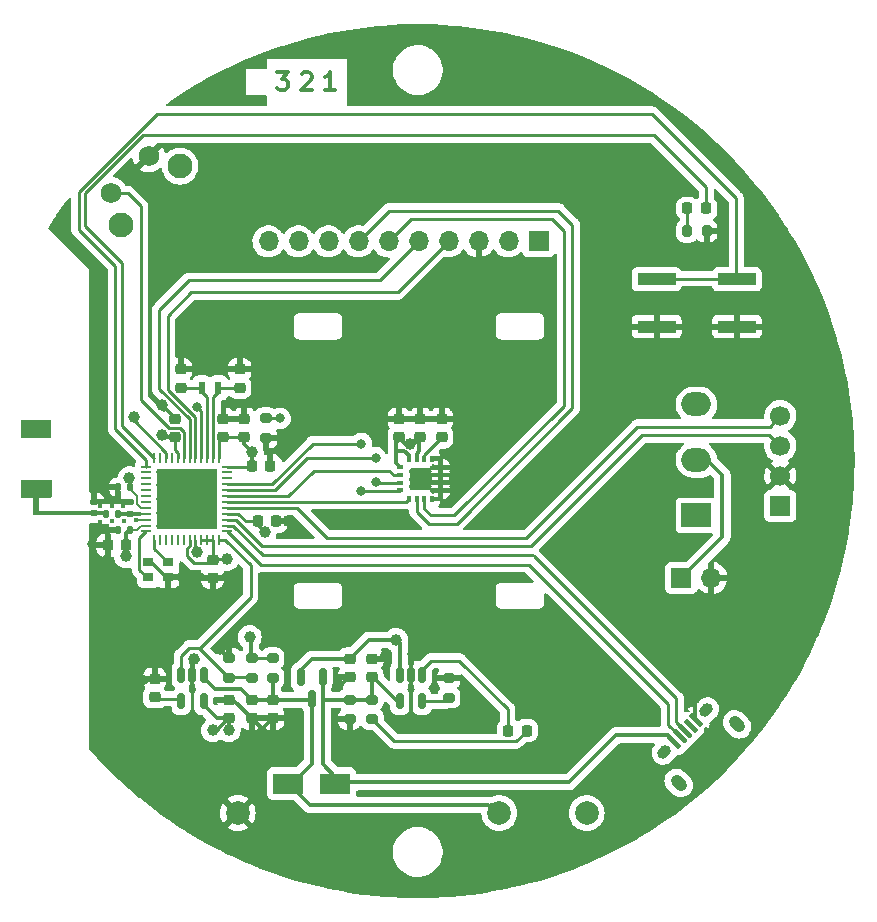
<source format=gbr>
%TF.GenerationSoftware,KiCad,Pcbnew,(6.0.4)*%
%TF.CreationDate,2022-03-21T16:24:48+00:00*%
%TF.ProjectId,Ball_Remote_Components,42616c6c-5f52-4656-9d6f-74655f436f6d,rev?*%
%TF.SameCoordinates,Original*%
%TF.FileFunction,Copper,L1,Top*%
%TF.FilePolarity,Positive*%
%FSLAX46Y46*%
G04 Gerber Fmt 4.6, Leading zero omitted, Abs format (unit mm)*
G04 Created by KiCad (PCBNEW (6.0.4)) date 2022-03-21 16:24:48*
%MOMM*%
%LPD*%
G01*
G04 APERTURE LIST*
G04 Aperture macros list*
%AMRoundRect*
0 Rectangle with rounded corners*
0 $1 Rounding radius*
0 $2 $3 $4 $5 $6 $7 $8 $9 X,Y pos of 4 corners*
0 Add a 4 corners polygon primitive as box body*
4,1,4,$2,$3,$4,$5,$6,$7,$8,$9,$2,$3,0*
0 Add four circle primitives for the rounded corners*
1,1,$1+$1,$2,$3*
1,1,$1+$1,$4,$5*
1,1,$1+$1,$6,$7*
1,1,$1+$1,$8,$9*
0 Add four rect primitives between the rounded corners*
20,1,$1+$1,$2,$3,$4,$5,0*
20,1,$1+$1,$4,$5,$6,$7,0*
20,1,$1+$1,$6,$7,$8,$9,0*
20,1,$1+$1,$8,$9,$2,$3,0*%
%AMHorizOval*
0 Thick line with rounded ends*
0 $1 width*
0 $2 $3 position (X,Y) of the first rounded end (center of the circle)*
0 $4 $5 position (X,Y) of the second rounded end (center of the circle)*
0 Add line between two ends*
20,1,$1,$2,$3,$4,$5,0*
0 Add two circle primitives to create the rounded ends*
1,1,$1,$2,$3*
1,1,$1,$4,$5*%
%AMRotRect*
0 Rectangle, with rotation*
0 The origin of the aperture is its center*
0 $1 length*
0 $2 width*
0 $3 Rotation angle, in degrees counterclockwise*
0 Add horizontal line*
21,1,$1,$2,0,0,$3*%
%AMFreePoly0*
4,1,21,4.785355,0.185355,4.800000,0.150000,4.800000,-1.300000,5.800000,-1.300000,5.835355,-1.314645,5.850000,-1.350000,5.850000,-2.750000,5.835355,-2.785355,5.800000,-2.800000,3.300000,-2.800000,3.264645,-2.785355,3.250000,-2.750000,3.250000,-1.350000,3.264645,-1.314645,3.300000,-1.300000,4.300000,-1.300000,4.300000,-0.200000,-0.100000,-0.200000,-0.100000,0.200000,4.750000,0.200000,
4.785355,0.185355,4.785355,0.185355,$1*%
G04 Aperture macros list end*
%ADD10C,0.300000*%
%TA.AperFunction,NonConductor*%
%ADD11C,0.300000*%
%TD*%
%TA.AperFunction,SMDPad,CuDef*%
%ADD12RoundRect,0.200000X-0.275000X0.200000X-0.275000X-0.200000X0.275000X-0.200000X0.275000X0.200000X0*%
%TD*%
%TA.AperFunction,SMDPad,CuDef*%
%ADD13RoundRect,0.225000X0.225000X0.250000X-0.225000X0.250000X-0.225000X-0.250000X0.225000X-0.250000X0*%
%TD*%
%TA.AperFunction,SMDPad,CuDef*%
%ADD14RoundRect,0.218750X-0.218750X-0.256250X0.218750X-0.256250X0.218750X0.256250X-0.218750X0.256250X0*%
%TD*%
%TA.AperFunction,SMDPad,CuDef*%
%ADD15R,0.900000X0.800000*%
%TD*%
%TA.AperFunction,SMDPad,CuDef*%
%ADD16RoundRect,0.225000X0.250000X-0.225000X0.250000X0.225000X-0.250000X0.225000X-0.250000X-0.225000X0*%
%TD*%
%TA.AperFunction,SMDPad,CuDef*%
%ADD17RoundRect,0.225000X-0.250000X0.225000X-0.250000X-0.225000X0.250000X-0.225000X0.250000X0.225000X0*%
%TD*%
%TA.AperFunction,SMDPad,CuDef*%
%ADD18RoundRect,0.200000X0.275000X-0.200000X0.275000X0.200000X-0.275000X0.200000X-0.275000X-0.200000X0*%
%TD*%
%TA.AperFunction,SMDPad,CuDef*%
%ADD19RoundRect,0.150000X-0.150000X0.512500X-0.150000X-0.512500X0.150000X-0.512500X0.150000X0.512500X0*%
%TD*%
%TA.AperFunction,ComponentPad*%
%ADD20C,2.000000*%
%TD*%
%TA.AperFunction,ComponentPad*%
%ADD21R,1.700000X1.700000*%
%TD*%
%TA.AperFunction,ComponentPad*%
%ADD22C,1.700000*%
%TD*%
%TA.AperFunction,ComponentPad*%
%ADD23R,2.500000X2.000000*%
%TD*%
%TA.AperFunction,ComponentPad*%
%ADD24O,2.500000X2.000000*%
%TD*%
%TA.AperFunction,ComponentPad*%
%ADD25HorizOval,0.950000X0.106066X0.106066X-0.106066X-0.106066X0*%
%TD*%
%TA.AperFunction,ComponentPad*%
%ADD26HorizOval,1.000000X-0.194454X0.194454X0.194454X-0.194454X0*%
%TD*%
%TA.AperFunction,SMDPad,CuDef*%
%ADD27RotRect,1.350000X0.400000X135.000000*%
%TD*%
%TA.AperFunction,SMDPad,CuDef*%
%ADD28RoundRect,0.225000X-0.225000X-0.250000X0.225000X-0.250000X0.225000X0.250000X-0.225000X0.250000X0*%
%TD*%
%TA.AperFunction,SMDPad,CuDef*%
%ADD29RoundRect,0.140000X0.170000X-0.140000X0.170000X0.140000X-0.170000X0.140000X-0.170000X-0.140000X0*%
%TD*%
%TA.AperFunction,SMDPad,CuDef*%
%ADD30RoundRect,0.200000X0.200000X0.275000X-0.200000X0.275000X-0.200000X-0.275000X0.200000X-0.275000X0*%
%TD*%
%TA.AperFunction,ComponentPad*%
%ADD31O,1.700000X1.700000*%
%TD*%
%TA.AperFunction,SMDPad,CuDef*%
%ADD32RoundRect,0.062500X-0.062500X0.375000X-0.062500X-0.375000X0.062500X-0.375000X0.062500X0.375000X0*%
%TD*%
%TA.AperFunction,SMDPad,CuDef*%
%ADD33RoundRect,0.062500X-0.375000X0.062500X-0.375000X-0.062500X0.375000X-0.062500X0.375000X0.062500X0*%
%TD*%
%TA.AperFunction,ComponentPad*%
%ADD34C,0.500000*%
%TD*%
%TA.AperFunction,SMDPad,CuDef*%
%ADD35R,5.150000X5.150000*%
%TD*%
%TA.AperFunction,SMDPad,CuDef*%
%ADD36R,3.200000X1.000000*%
%TD*%
%TA.AperFunction,SMDPad,CuDef*%
%ADD37R,2.500000X1.800000*%
%TD*%
%TA.AperFunction,SMDPad,CuDef*%
%ADD38RoundRect,0.150000X-0.150000X0.587500X-0.150000X-0.587500X0.150000X-0.587500X0.150000X0.587500X0*%
%TD*%
%TA.AperFunction,SMDPad,CuDef*%
%ADD39RoundRect,0.147500X0.147500X0.172500X-0.147500X0.172500X-0.147500X-0.172500X0.147500X-0.172500X0*%
%TD*%
%TA.AperFunction,SMDPad,CuDef*%
%ADD40RoundRect,0.140000X0.140000X0.170000X-0.140000X0.170000X-0.140000X-0.170000X0.140000X-0.170000X0*%
%TD*%
%TA.AperFunction,ComponentPad*%
%ADD41C,2.100000*%
%TD*%
%TA.AperFunction,ComponentPad*%
%ADD42C,1.750000*%
%TD*%
%TA.AperFunction,SMDPad,CuDef*%
%ADD43RoundRect,0.100000X-0.175000X-0.100000X0.175000X-0.100000X0.175000X0.100000X-0.175000X0.100000X0*%
%TD*%
%TA.AperFunction,SMDPad,CuDef*%
%ADD44RoundRect,0.100000X-0.100000X-0.175000X0.100000X-0.175000X0.100000X0.175000X-0.100000X0.175000X0*%
%TD*%
%TA.AperFunction,SMDPad,CuDef*%
%ADD45FreePoly0,180.000000*%
%TD*%
%TA.AperFunction,SMDPad,CuDef*%
%ADD46R,2.600000X1.500000*%
%TD*%
%TA.AperFunction,SMDPad,CuDef*%
%ADD47R,0.600000X1.100000*%
%TD*%
%TA.AperFunction,ViaPad*%
%ADD48C,1.000000*%
%TD*%
%TA.AperFunction,ViaPad*%
%ADD49C,0.400000*%
%TD*%
%TA.AperFunction,ViaPad*%
%ADD50C,0.800000*%
%TD*%
%TA.AperFunction,Conductor*%
%ADD51C,0.350000*%
%TD*%
%TA.AperFunction,Conductor*%
%ADD52C,0.250000*%
%TD*%
%TA.AperFunction,Conductor*%
%ADD53C,0.200000*%
%TD*%
%TA.AperFunction,Conductor*%
%ADD54C,0.322000*%
%TD*%
G04 APERTURE END LIST*
D10*
%TO.C,FID1*%
D11*
X138903571Y-73866071D02*
X138046428Y-73866071D01*
X138475000Y-73866071D02*
X138475000Y-72366071D01*
X138332142Y-72580357D01*
X138189285Y-72723214D01*
X138046428Y-72794642D01*
D10*
D11*
X133975000Y-72366071D02*
X134903571Y-72366071D01*
X134403571Y-72937500D01*
X134617857Y-72937500D01*
X134760714Y-73008928D01*
X134832142Y-73080357D01*
X134903571Y-73223214D01*
X134903571Y-73580357D01*
X134832142Y-73723214D01*
X134760714Y-73794642D01*
X134617857Y-73866071D01*
X134189285Y-73866071D01*
X134046428Y-73794642D01*
X133975000Y-73723214D01*
D10*
D11*
X136046428Y-72508928D02*
X136117857Y-72437500D01*
X136260714Y-72366071D01*
X136617857Y-72366071D01*
X136760714Y-72437500D01*
X136832142Y-72508928D01*
X136903571Y-72651785D01*
X136903571Y-72794642D01*
X136832142Y-73008928D01*
X135975000Y-73866071D01*
X136903571Y-73866071D01*
%TD*%
D12*
%TO.P,R6,1*%
%TO.N,/Battery_Level*%
X131800000Y-121975000D03*
%TO.P,R6,2*%
%TO.N,/LDO_Inhibit*%
X131800000Y-123625000D03*
%TD*%
D13*
%TO.P,C14,1*%
%TO.N,+2V8*%
X121175000Y-112400000D03*
%TO.P,C14,2*%
%TO.N,GND*%
X119625000Y-112400000D03*
%TD*%
D14*
%TO.P,D3,1,K*%
%TO.N,Net-(D3-Pad1)*%
X168712500Y-83900000D03*
%TO.P,D3,2,A*%
%TO.N,/LED_BLUE_OUT*%
X170287500Y-83900000D03*
%TD*%
D15*
%TO.P,Y1,1,1*%
%TO.N,Net-(U3-Pad24)*%
X123075000Y-115125000D03*
%TO.P,Y1,2,2*%
%TO.N,GND*%
X124725000Y-115125000D03*
%TO.P,Y1,3,3*%
%TO.N,Net-(U3-Pad25)*%
X124725000Y-113875000D03*
%TO.P,Y1,4,4*%
%TO.N,GND*%
X123075000Y-113875000D03*
%TD*%
D16*
%TO.P,C6,1*%
%TO.N,+2V8*%
X129400000Y-103275000D03*
%TO.P,C6,2*%
%TO.N,GND*%
X129400000Y-101725000D03*
%TD*%
D17*
%TO.P,C1,1*%
%TO.N,GND*%
X125300000Y-101725000D03*
%TO.P,C1,2*%
%TO.N,+2V8*%
X125300000Y-103275000D03*
%TD*%
%TO.P,C8,1*%
%TO.N,+2V8*%
X128500000Y-113625000D03*
%TO.P,C8,2*%
%TO.N,GND*%
X128500000Y-115175000D03*
%TD*%
D18*
%TO.P,R2,1*%
%TO.N,GND*%
X140100000Y-127125000D03*
%TO.P,R2,2*%
%TO.N,/USB_VIN*%
X140100000Y-125475000D03*
%TD*%
D19*
%TO.P,U1,1,STAT*%
%TO.N,/CHG_STAT*%
X146250000Y-123362500D03*
%TO.P,U1,2,VSS*%
%TO.N,GND*%
X145300000Y-123362500D03*
%TO.P,U1,3,VBAT*%
%TO.N,/BATT_ON_OFF*%
X144350000Y-123362500D03*
%TO.P,U1,4,VDD*%
%TO.N,/USB_VIN*%
X144350000Y-125637500D03*
%TO.P,U1,5,PROG*%
%TO.N,Net-(R3-Pad2)*%
X146250000Y-125637500D03*
%TD*%
D20*
%TO.P,TP2,1,1*%
%TO.N,+2V8*%
X160175000Y-135087500D03*
%TD*%
D21*
%TO.P,J3,1,Pin_1*%
%TO.N,+2V8*%
X176575000Y-109097500D03*
D22*
%TO.P,J3,2,Pin_2*%
%TO.N,GND*%
X176575000Y-106557500D03*
%TO.P,J3,3,Pin_3*%
%TO.N,/SWIO*%
X176575000Y-104017500D03*
%TO.P,J3,4,Pin_4*%
%TO.N,/SWCLK*%
X176575000Y-101477500D03*
%TD*%
D18*
%TO.P,R1,1*%
%TO.N,Net-(D2-Pad2)*%
X142000000Y-127125000D03*
%TO.P,R1,2*%
%TO.N,/USB_VIN*%
X142000000Y-125475000D03*
%TD*%
D23*
%TO.P,SW1,1,A*%
%TO.N,/BATT_ON_OFF*%
X169475000Y-109887500D03*
D24*
%TO.P,SW1,2,B*%
%TO.N,/BATT+*%
X169475000Y-105187500D03*
%TO.P,SW1,3,C*%
%TO.N,unconnected-(SW1-Pad3)*%
X169475000Y-100487500D03*
%TD*%
D25*
%TO.P,J2,*%
%TO.N,*%
X166762205Y-129910239D03*
X170297739Y-126374705D03*
D26*
X172914034Y-127576786D03*
D27*
%TO.P,J2,1,VBUS*%
%TO.N,/USB_VIN*%
X167610733Y-129061711D03*
%TO.P,J2,2,D-*%
%TO.N,/USB_DM*%
X168070352Y-128602091D03*
%TO.P,J2,3,D+*%
%TO.N,/USB_DP*%
X168529972Y-128142472D03*
%TO.P,J2,4,ID*%
%TO.N,unconnected-(J2-Pad4)*%
X168989591Y-127682852D03*
%TO.P,J2,5,GND*%
%TO.N,GND*%
X169449211Y-127223233D03*
D26*
%TO.P,J2,6,Shield*%
%TO.N,unconnected-(J2-Pad6)*%
X167964286Y-132526534D03*
%TD*%
D14*
%TO.P,D2,1,K*%
%TO.N,/CHG_STAT*%
X153512500Y-128100000D03*
%TO.P,D2,2,A*%
%TO.N,Net-(D2-Pad2)*%
X155087500Y-128100000D03*
%TD*%
D28*
%TO.P,C10,1*%
%TO.N,+2V8*%
X132343750Y-110381250D03*
%TO.P,C10,2*%
%TO.N,GND*%
X133893750Y-110381250D03*
%TD*%
D16*
%TO.P,C5,1*%
%TO.N,+2V8*%
X131200000Y-103275000D03*
%TO.P,C5,2*%
%TO.N,GND*%
X131200000Y-101725000D03*
%TD*%
D29*
%TO.P,C21,1*%
%TO.N,/RF_Output*%
X121500000Y-109750000D03*
%TO.P,C21,2*%
%TO.N,GND*%
X121500000Y-108790000D03*
%TD*%
D20*
%TO.P,TP1,1,1*%
%TO.N,GND*%
X130637500Y-135087500D03*
%TD*%
D16*
%TO.P,C4,1*%
%TO.N,/USB_VIN*%
X142000000Y-123575000D03*
%TO.P,C4,2*%
%TO.N,GND*%
X142000000Y-122025000D03*
%TD*%
D18*
%TO.P,R5,1*%
%TO.N,VCC*%
X133600000Y-123625000D03*
%TO.P,R5,2*%
%TO.N,/Battery_Level*%
X133600000Y-121975000D03*
%TD*%
D17*
%TO.P,C17,1*%
%TO.N,GND*%
X125800000Y-97525000D03*
%TO.P,C17,2*%
%TO.N,Net-(C17-Pad2)*%
X125800000Y-99075000D03*
%TD*%
D28*
%TO.P,C9,1*%
%TO.N,+2V8*%
X131843750Y-105700000D03*
%TO.P,C9,2*%
%TO.N,GND*%
X133393750Y-105700000D03*
%TD*%
D12*
%TO.P,R3,1*%
%TO.N,GND*%
X148500000Y-123675000D03*
%TO.P,R3,2*%
%TO.N,Net-(R3-Pad2)*%
X148500000Y-125325000D03*
%TD*%
D30*
%TO.P,R8,1*%
%TO.N,GND*%
X170325000Y-85800000D03*
%TO.P,R8,2*%
%TO.N,Net-(D3-Pad1)*%
X168675000Y-85800000D03*
%TD*%
D17*
%TO.P,C16,1*%
%TO.N,GND*%
X130800000Y-97525000D03*
%TO.P,C16,2*%
%TO.N,Net-(C16-Pad2)*%
X130800000Y-99075000D03*
%TD*%
D16*
%TO.P,C2,1*%
%TO.N,+2V8*%
X146100000Y-103275000D03*
%TO.P,C2,2*%
%TO.N,GND*%
X146100000Y-101725000D03*
%TD*%
D21*
%TO.P,J1,1,Pin_1*%
%TO.N,unconnected-(J1-Pad1)*%
X156100000Y-86687500D03*
D31*
%TO.P,J1,2,Pin_2*%
%TO.N,+2V8*%
X153560000Y-86687500D03*
%TO.P,J1,3,Pin_3*%
%TO.N,GND*%
X151020000Y-86687500D03*
%TO.P,J1,4,Pin_4*%
%TO.N,/I2C_CLK*%
X148480000Y-86687500D03*
%TO.P,J1,5,Pin_5*%
%TO.N,/12C_SDA*%
X145940000Y-86687500D03*
%TO.P,J1,6,Pin_6*%
%TO.N,/G_INT*%
X143400000Y-86687500D03*
%TO.P,J1,7,Pin_7*%
%TO.N,/G_RDY*%
X140860000Y-86687500D03*
%TO.P,J1,8,Pin_8*%
%TO.N,unconnected-(J1-Pad8)*%
X138320000Y-86687500D03*
%TO.P,J1,9,Pin_9*%
%TO.N,unconnected-(J1-Pad9)*%
X135780000Y-86687500D03*
%TO.P,J1,10,Pin_10*%
%TO.N,unconnected-(J1-Pad10)*%
X133240000Y-86687500D03*
%TD*%
D32*
%TO.P,U3,1,VBAT*%
%TO.N,+2V8*%
X129050000Y-105062500D03*
%TO.P,U3,2,PC14_OSC32_IN*%
%TO.N,Net-(C16-Pad2)*%
X128550000Y-105062500D03*
%TO.P,U3,3,PC15_OSC32_OUT*%
%TO.N,Net-(C17-Pad2)*%
X128050000Y-105062500D03*
%TO.P,U3,4,PH3_BOOT0*%
%TO.N,/BOOT0*%
X127550000Y-105062500D03*
%TO.P,U3,5,PB8*%
%TO.N,/I2C_CLK*%
X127050000Y-105062500D03*
%TO.P,U3,6,PB9*%
%TO.N,/12C_SDA*%
X126550000Y-105062500D03*
%TO.P,U3,7,NRST*%
%TO.N,/RESET*%
X126050000Y-105062500D03*
%TO.P,U3,8,VDDA*%
%TO.N,+2V8*%
X125550000Y-105062500D03*
%TO.P,U3,9,PA0*%
%TO.N,unconnected-(U3-Pad9)*%
X125050000Y-105062500D03*
%TO.P,U3,10,PA1*%
%TO.N,/Battery_Level*%
X124550000Y-105062500D03*
%TO.P,U3,11,PA2*%
%TO.N,unconnected-(U3-Pad11)*%
X124050000Y-105062500D03*
%TO.P,U3,12,PA3*%
%TO.N,/LED_BLUE_OUT*%
X123550000Y-105062500D03*
D33*
%TO.P,U3,13,PA4*%
%TO.N,/CONNECT*%
X122862500Y-105750000D03*
%TO.P,U3,14,PA5*%
%TO.N,unconnected-(U3-Pad14)*%
X122862500Y-106250000D03*
%TO.P,U3,15,PA6*%
%TO.N,unconnected-(U3-Pad15)*%
X122862500Y-106750000D03*
%TO.P,U3,16,PA7*%
%TO.N,unconnected-(U3-Pad16)*%
X122862500Y-107250000D03*
%TO.P,U3,17,PA8*%
%TO.N,unconnected-(U3-Pad17)*%
X122862500Y-107750000D03*
%TO.P,U3,18,PA9*%
%TO.N,unconnected-(U3-Pad18)*%
X122862500Y-108250000D03*
%TO.P,U3,19,PB2*%
%TO.N,unconnected-(U3-Pad19)*%
X122862500Y-108750000D03*
%TO.P,U3,20,VDD*%
%TO.N,+2V8*%
X122862500Y-109250000D03*
%TO.P,U3,21,RF1*%
%TO.N,/RF_Output*%
X122862500Y-109750000D03*
%TO.P,U3,22,VSSRF*%
%TO.N,GND*%
X122862500Y-110250000D03*
%TO.P,U3,23,VDDRF*%
%TO.N,+2V8*%
X122862500Y-110750000D03*
%TO.P,U3,24,OSC_OUT*%
%TO.N,Net-(U3-Pad24)*%
X122862500Y-111250000D03*
D32*
%TO.P,U3,25,OSC_IN*%
%TO.N,Net-(U3-Pad25)*%
X123550000Y-111937500D03*
%TO.P,U3,26,AT0*%
%TO.N,unconnected-(U3-Pad26)*%
X124050000Y-111937500D03*
%TO.P,U3,27,AT1*%
%TO.N,unconnected-(U3-Pad27)*%
X124550000Y-111937500D03*
%TO.P,U3,28,PB0*%
%TO.N,unconnected-(U3-Pad28)*%
X125050000Y-111937500D03*
%TO.P,U3,29,PB1*%
%TO.N,unconnected-(U3-Pad29)*%
X125550000Y-111937500D03*
%TO.P,U3,30,PE4*%
%TO.N,unconnected-(U3-Pad30)*%
X126050000Y-111937500D03*
%TO.P,U3,31,VFBSMPS*%
%TO.N,+2V8*%
X126550000Y-111937500D03*
%TO.P,U3,32,VSSSMPS*%
%TO.N,GND*%
X127050000Y-111937500D03*
%TO.P,U3,33,VLXSMPS*%
%TO.N,+2V8*%
X127550000Y-111937500D03*
%TO.P,U3,34,VDDSMPS*%
X128050000Y-111937500D03*
%TO.P,U3,35,VDD*%
X128550000Y-111937500D03*
%TO.P,U3,36,PA10*%
%TO.N,/LDO_Inhibit*%
X129050000Y-111937500D03*
D33*
%TO.P,U3,37,PA11*%
%TO.N,/USB_DM*%
X129737500Y-111250000D03*
%TO.P,U3,38,PA12*%
%TO.N,/USB_DP*%
X129737500Y-110750000D03*
%TO.P,U3,39,PA13*%
%TO.N,/SWIO*%
X129737500Y-110250000D03*
%TO.P,U3,40,VDDUSB*%
%TO.N,+2V8*%
X129737500Y-109750000D03*
%TO.P,U3,41,PA14*%
%TO.N,/SWCLK*%
X129737500Y-109250000D03*
%TO.P,U3,42,PA15*%
%TO.N,/SPI_CS*%
X129737500Y-108750000D03*
%TO.P,U3,43,PB3*%
%TO.N,/SPI_CLK*%
X129737500Y-108250000D03*
%TO.P,U3,44,PB4*%
%TO.N,/SPI_MISO*%
X129737500Y-107750000D03*
%TO.P,U3,45,PB5*%
%TO.N,/SPI_MOSI*%
X129737500Y-107250000D03*
%TO.P,U3,46,PB6*%
%TO.N,unconnected-(U3-Pad46)*%
X129737500Y-106750000D03*
%TO.P,U3,47,PB7*%
%TO.N,unconnected-(U3-Pad47)*%
X129737500Y-106250000D03*
%TO.P,U3,48,VDD*%
%TO.N,+2V8*%
X129737500Y-105750000D03*
D34*
%TO.P,U3,49,GND*%
%TO.N,GND*%
X128625000Y-107337500D03*
X123975000Y-107337500D03*
X123975000Y-109662500D03*
X125137500Y-107337500D03*
X128625000Y-106175000D03*
X125137500Y-109662500D03*
X126300000Y-109662500D03*
X125137500Y-108500000D03*
X127462500Y-108500000D03*
X128625000Y-108500000D03*
X127462500Y-109662500D03*
X126300000Y-107337500D03*
X125137500Y-106175000D03*
X126300000Y-110825000D03*
X123975000Y-110825000D03*
X127462500Y-110825000D03*
X123975000Y-108500000D03*
X126300000Y-108500000D03*
X128625000Y-109662500D03*
X126300000Y-106175000D03*
X125137500Y-110825000D03*
D35*
X126300000Y-108500000D03*
D34*
X127462500Y-107337500D03*
X127462500Y-106175000D03*
X128625000Y-110825000D03*
X123975000Y-106175000D03*
%TD*%
D36*
%TO.P,CONNECT1,1,1*%
%TO.N,/CONNECT*%
X172900000Y-89900000D03*
X166100000Y-89900000D03*
%TO.P,CONNECT1,2,2*%
%TO.N,GND*%
X172900000Y-93900000D03*
X166100000Y-93900000D03*
%TD*%
D17*
%TO.P,C12,1*%
%TO.N,VCC*%
X133600000Y-125525000D03*
%TO.P,C12,2*%
%TO.N,GND*%
X133600000Y-127075000D03*
%TD*%
%TO.P,C18,1*%
%TO.N,VCC*%
X131800000Y-125525000D03*
%TO.P,C18,2*%
%TO.N,GND*%
X131800000Y-127075000D03*
%TD*%
D37*
%TO.P,D1,1,K*%
%TO.N,VCC*%
X134900000Y-132587500D03*
%TO.P,D1,2,A*%
%TO.N,/USB_VIN*%
X138900000Y-132587500D03*
%TD*%
D18*
%TO.P,R7,1*%
%TO.N,/LDO_Inhibit*%
X129900000Y-123625000D03*
%TO.P,R7,2*%
%TO.N,GND*%
X129900000Y-121975000D03*
%TD*%
%TO.P,R4,1*%
%TO.N,GND*%
X133018750Y-103306250D03*
%TO.P,R4,2*%
%TO.N,/BOOT0*%
X133018750Y-101656250D03*
%TD*%
D16*
%TO.P,C20,1*%
%TO.N,+2V8*%
X129900000Y-127075000D03*
%TO.P,C20,2*%
%TO.N,GND*%
X129900000Y-125525000D03*
%TD*%
D19*
%TO.P,U4,1,VIN*%
%TO.N,VCC*%
X127750000Y-123362500D03*
%TO.P,U4,2,GND*%
%TO.N,GND*%
X126800000Y-123362500D03*
%TO.P,U4,3,INH*%
%TO.N,/LDO_Inhibit*%
X125850000Y-123362500D03*
%TO.P,U4,4,BYP*%
%TO.N,Net-(C19-Pad1)*%
X125850000Y-125637500D03*
%TO.P,U4,5,VOUT*%
%TO.N,+2V8*%
X127750000Y-125637500D03*
%TD*%
D38*
%TO.P,Q1,1,G*%
%TO.N,/USB_VIN*%
X137850000Y-123562500D03*
%TO.P,Q1,2,S*%
%TO.N,/BATT_ON_OFF*%
X135950000Y-123562500D03*
%TO.P,Q1,3,D*%
%TO.N,VCC*%
X136900000Y-125437500D03*
%TD*%
D17*
%TO.P,C11,1*%
%TO.N,/BATT_ON_OFF*%
X140100000Y-122025000D03*
%TO.P,C11,2*%
%TO.N,GND*%
X140100000Y-123575000D03*
%TD*%
D39*
%TO.P,L1,1*%
%TO.N,/RF_Output*%
X120485000Y-109750000D03*
%TO.P,L1,2*%
%TO.N,Net-(AE1-Pad1)*%
X119515000Y-109750000D03*
%TD*%
D40*
%TO.P,C15,1*%
%TO.N,+2V8*%
X121480000Y-111100000D03*
%TO.P,C15,2*%
%TO.N,GND*%
X120520000Y-111100000D03*
%TD*%
D16*
%TO.P,C3,1*%
%TO.N,+2V8*%
X144300000Y-103275000D03*
%TO.P,C3,2*%
%TO.N,GND*%
X144300000Y-101725000D03*
%TD*%
D41*
%TO.P,RESET1,*%
%TO.N,*%
X120789959Y-85269884D03*
X125746778Y-80313066D03*
D42*
%TO.P,RESET1,1,1*%
%TO.N,/RESET*%
X119913147Y-82625305D03*
%TO.P,RESET1,2,2*%
%TO.N,GND*%
X123095128Y-79443324D03*
%TD*%
D16*
%TO.P,C19,1*%
%TO.N,Net-(C19-Pad1)*%
X123600000Y-125275000D03*
%TO.P,C19,2*%
%TO.N,GND*%
X123600000Y-123725000D03*
%TD*%
D43*
%TO.P,U2,1,VDDIO*%
%TO.N,+2V8*%
X144400000Y-105825000D03*
%TO.P,U2,2,SCL/SPC*%
%TO.N,/SPI_CLK*%
X144400000Y-106475000D03*
%TO.P,U2,3,SDA/SDI/SDO*%
%TO.N,/SPI_MISO*%
X144400000Y-107125000D03*
%TO.P,U2,4,SDO/SA0*%
%TO.N,/SPI_MOSI*%
X144400000Y-107775000D03*
D44*
%TO.P,U2,5,CS*%
%TO.N,/SPI_CS*%
X145125000Y-108500000D03*
%TO.P,U2,6,DRDY/INT2*%
%TO.N,/G_RDY*%
X145775000Y-108500000D03*
%TO.P,U2,7,INT1*%
%TO.N,/G_INT*%
X146425000Y-108500000D03*
%TO.P,U2,8,RES(GND)*%
%TO.N,GND*%
X147075000Y-108500000D03*
D43*
%TO.P,U2,9,RES(GND)*%
X147800000Y-107775000D03*
%TO.P,U2,10,RES(GND)*%
X147800000Y-107125000D03*
%TO.P,U2,11,RES(GND)*%
X147800000Y-106475000D03*
%TO.P,U2,12,RES(GND)*%
X147800000Y-105825000D03*
D44*
%TO.P,U2,13,GND*%
X147075000Y-105100000D03*
%TO.P,U2,14,RES(CAP)*%
%TO.N,Net-(C13-Pad1)*%
X146425000Y-105100000D03*
%TO.P,U2,15,RES(VDD)*%
%TO.N,+2V8*%
X145775000Y-105100000D03*
%TO.P,U2,16,VDD*%
X145125000Y-105100000D03*
%TD*%
D40*
%TO.P,C7,1*%
%TO.N,+2V8*%
X121480000Y-107500000D03*
%TO.P,C7,2*%
%TO.N,GND*%
X120520000Y-107500000D03*
%TD*%
D29*
%TO.P,C22,1*%
%TO.N,Net-(AE1-Pad1)*%
X118500000Y-109720000D03*
%TO.P,C22,2*%
%TO.N,GND*%
X118500000Y-108760000D03*
%TD*%
D20*
%TO.P,TP3,1,1*%
%TO.N,VCC*%
X152775000Y-135087500D03*
%TD*%
D16*
%TO.P,C13,1*%
%TO.N,Net-(C13-Pad1)*%
X147900000Y-103275000D03*
%TO.P,C13,2*%
%TO.N,GND*%
X147900000Y-101725000D03*
%TD*%
D45*
%TO.P,AE1,1,A*%
%TO.N,Net-(AE1-Pad1)*%
X118125000Y-109700000D03*
D46*
%TO.P,AE1,2,Shield*%
%TO.N,unconnected-(AE1-Pad2)*%
X113575000Y-102550000D03*
%TD*%
D47*
%TO.P,Y2,1,1*%
%TO.N,Net-(C16-Pad2)*%
X129000000Y-99100000D03*
%TO.P,Y2,2,2*%
%TO.N,Net-(C17-Pad2)*%
X127600000Y-99100000D03*
%TD*%
D21*
%TO.P,BT1,1,+*%
%TO.N,/BATT+*%
X168200000Y-115187500D03*
D31*
%TO.P,BT1,2,-*%
%TO.N,GND*%
X170740000Y-115187500D03*
%TD*%
D48*
%TO.N,GND*%
X134918750Y-110381250D03*
D49*
X118500000Y-98500000D03*
D50*
X158000000Y-113000000D03*
X147000000Y-80000000D03*
X150000000Y-118000000D03*
D49*
X122019174Y-110310500D03*
D50*
X120000000Y-119000000D03*
X129600000Y-115100000D03*
X162000000Y-101000000D03*
X162000000Y-91000000D03*
D49*
X118500000Y-107500000D03*
D50*
X142000000Y-110000000D03*
X139000000Y-100000000D03*
X152000000Y-102000000D03*
X177000000Y-115000000D03*
D49*
X118500000Y-103500000D03*
X118500000Y-101500000D03*
D48*
X143075000Y-121887500D03*
X132675000Y-128187500D03*
D50*
X125800000Y-115100000D03*
D49*
X120000000Y-109080000D03*
D50*
X162000000Y-81000000D03*
D49*
X118500000Y-105500000D03*
D50*
X132000000Y-80000000D03*
X142000000Y-94000000D03*
D49*
X119980000Y-110380000D03*
D48*
X129100000Y-121187500D03*
D49*
X118500000Y-117500000D03*
D48*
X139137500Y-124287500D03*
D50*
X127000000Y-87000000D03*
X163000000Y-132000000D03*
D49*
X118500000Y-99500000D03*
D50*
X119000000Y-90000000D03*
D49*
X120940000Y-109100000D03*
D50*
X127400000Y-115100000D03*
X143000000Y-116000000D03*
D49*
X118500000Y-100500000D03*
X118500000Y-116500000D03*
D50*
X132800000Y-118000000D03*
D48*
X126937500Y-122087500D03*
D50*
X128000000Y-96000000D03*
X149000000Y-94000000D03*
X175000000Y-124000000D03*
D49*
X120970000Y-110360000D03*
D48*
X169328544Y-125375024D03*
D49*
X118500000Y-102500000D03*
X118500000Y-111000000D03*
D48*
X127170517Y-113005441D03*
D49*
X118500000Y-113500000D03*
X118930000Y-110430000D03*
D50*
X154000000Y-108000000D03*
X122675000Y-123787500D03*
D49*
X118500000Y-114500000D03*
D50*
X177000000Y-96000000D03*
D48*
X124218750Y-100581250D03*
D50*
X151000000Y-127000000D03*
X163000000Y-126000000D03*
X119600000Y-113600000D03*
X120000000Y-130000000D03*
D48*
X145450000Y-121587500D03*
D50*
X164000000Y-118000000D03*
D49*
X118950000Y-109060000D03*
D50*
X155000000Y-72000000D03*
D49*
X118500000Y-115500000D03*
D50*
X139100000Y-128900000D03*
D49*
X118500000Y-104500000D03*
D50*
X118300000Y-112300000D03*
D49*
X118500000Y-106500000D03*
D48*
%TO.N,+2V8*%
X124219174Y-103080826D03*
X129718750Y-113600000D03*
X131818750Y-104500000D03*
X132918750Y-111281250D03*
X145200000Y-103800000D03*
X121460000Y-106740000D03*
X129875000Y-128087500D03*
X121170000Y-113360000D03*
X128537500Y-128087500D03*
%TO.N,/Battery_Level*%
X131637500Y-120187500D03*
X121818750Y-101581250D03*
D50*
%TO.N,/SPI_MISO*%
X142300000Y-107050000D03*
X142300000Y-105000000D03*
%TO.N,/SPI_MOSI*%
X141100000Y-103800000D03*
X141100000Y-107800000D03*
%TO.N,/BOOT0*%
X134218750Y-101681250D03*
X127218750Y-100681250D03*
D48*
%TO.N,/BATT_ON_OFF*%
X144037500Y-120412500D03*
%TD*%
D51*
%TO.N,GND*%
X129900000Y-125525000D02*
X130250000Y-125525000D01*
D52*
X123293750Y-113875000D02*
X124543750Y-115125000D01*
D51*
X131800000Y-127075000D02*
X132675000Y-127950000D01*
X169342154Y-127116176D02*
X169342154Y-125388634D01*
X142937500Y-122025000D02*
X143075000Y-121887500D01*
X125300000Y-101725000D02*
X125300000Y-101662500D01*
D53*
X122079674Y-110250000D02*
X122019174Y-110310500D01*
D51*
X124543750Y-115125000D02*
X124725000Y-115125000D01*
X127050000Y-112884924D02*
X127170517Y-113005441D01*
X169429483Y-127203505D02*
X169342154Y-127116176D01*
X133893750Y-110381250D02*
X134918750Y-110381250D01*
X130250000Y-125525000D02*
X131800000Y-127075000D01*
X145275000Y-123100000D02*
X145275000Y-121762500D01*
X145275000Y-121762500D02*
X145450000Y-121587500D01*
X125300000Y-101662500D02*
X124218750Y-100581250D01*
X129900000Y-121975000D02*
X129862500Y-121975000D01*
X123075000Y-113875000D02*
X123293750Y-113875000D01*
D52*
X166037500Y-93837500D02*
X172837500Y-93837500D01*
D51*
X142025000Y-122025000D02*
X142937500Y-122025000D01*
X132675000Y-128000000D02*
X133600000Y-127075000D01*
X129862500Y-121975000D02*
X129075000Y-121187500D01*
D52*
X127050000Y-111937500D02*
X127050000Y-112884924D01*
D51*
X126812500Y-123350000D02*
X126812500Y-122212500D01*
X169342154Y-125388634D02*
X169328544Y-125375024D01*
X126812500Y-122212500D02*
X126937500Y-122087500D01*
X132675000Y-127950000D02*
X132675000Y-128187500D01*
D53*
X122862500Y-110250000D02*
X122079674Y-110250000D01*
D51*
X140087500Y-123575000D02*
X139375000Y-124287500D01*
D52*
%TO.N,+2V8*%
X129718750Y-113600000D02*
X128525000Y-113600000D01*
D53*
X122862500Y-110750000D02*
X122413027Y-110750000D01*
X122413027Y-110750000D02*
X122063027Y-111100000D01*
D51*
X127750000Y-125950000D02*
X127750000Y-125637500D01*
D52*
X126346016Y-113346962D02*
X126891428Y-113892374D01*
X128550000Y-111937500D02*
X128550000Y-113575000D01*
D51*
X145775000Y-104693573D02*
X146000000Y-104468573D01*
X121175000Y-111405000D02*
X121480000Y-111100000D01*
D53*
X122125480Y-108962453D02*
X122125480Y-108245480D01*
D52*
X126891428Y-113892374D02*
X128232626Y-113892374D01*
D51*
X144400000Y-105825000D02*
X144050000Y-105475000D01*
D53*
X122125480Y-108245480D02*
X121580000Y-107700000D01*
D51*
X144050000Y-105475000D02*
X144050000Y-103725000D01*
X128537500Y-128087500D02*
X128950000Y-128087500D01*
D52*
X129737500Y-105750000D02*
X131793750Y-105750000D01*
X125550000Y-105062500D02*
X125550000Y-104577672D01*
X126550000Y-111937500D02*
X126550000Y-112459936D01*
X129050000Y-103625000D02*
X129400000Y-103275000D01*
X129050000Y-105062500D02*
X129050000Y-103625000D01*
X128232626Y-113892374D02*
X128500000Y-113625000D01*
X127550000Y-111937500D02*
X128550000Y-111937500D01*
D51*
X121480000Y-106760000D02*
X121460000Y-106740000D01*
X132343750Y-110706250D02*
X132918750Y-111281250D01*
D52*
X126550000Y-112459936D02*
X126346016Y-112663920D01*
X131318750Y-110381250D02*
X132343750Y-110381250D01*
D51*
X121175000Y-112400000D02*
X121175000Y-113355000D01*
D52*
X129400000Y-103275000D02*
X131200000Y-103275000D01*
D51*
X144825000Y-103800000D02*
X145200000Y-103800000D01*
X144750000Y-104400000D02*
X144050000Y-104400000D01*
D52*
X129737500Y-109750000D02*
X130687500Y-109750000D01*
D51*
X125300000Y-103275000D02*
X124413348Y-103275000D01*
X129900000Y-127075000D02*
X129900000Y-128062500D01*
X146000000Y-104468573D02*
X146000000Y-103375000D01*
X145125000Y-104775000D02*
X144750000Y-104400000D01*
X144300000Y-103275000D02*
X144825000Y-103800000D01*
X129900000Y-127075000D02*
X128875000Y-127075000D01*
D53*
X122862500Y-109250000D02*
X122413027Y-109250000D01*
D51*
X129900000Y-128062500D02*
X129875000Y-128087500D01*
D52*
X131793750Y-105750000D02*
X131843750Y-105700000D01*
D51*
X131843750Y-104525000D02*
X131818750Y-104500000D01*
X145125000Y-105100000D02*
X145125000Y-104775000D01*
X145775000Y-105100000D02*
X145775000Y-104693573D01*
X145575000Y-103800000D02*
X145200000Y-103800000D01*
D52*
X128500000Y-113625000D02*
X128550000Y-113575000D01*
D51*
X124413348Y-103275000D02*
X124219174Y-103080826D01*
X144050000Y-103725000D02*
X144400000Y-103375000D01*
X121175000Y-112400000D02*
X121175000Y-111405000D01*
X128875000Y-127075000D02*
X127750000Y-125950000D01*
D52*
X130687500Y-109750000D02*
X131318750Y-110381250D01*
D51*
X131843750Y-105700000D02*
X131843750Y-104525000D01*
X145575000Y-103800000D02*
X146100000Y-103275000D01*
X121175000Y-113355000D02*
X121170000Y-113360000D01*
X131200000Y-103275000D02*
X131200000Y-103881250D01*
D53*
X122413027Y-109250000D02*
X122125480Y-108962453D01*
D51*
X131200000Y-103881250D02*
X131818750Y-104500000D01*
X121480000Y-107500000D02*
X121480000Y-106760000D01*
X132343750Y-110381250D02*
X132343750Y-110706250D01*
D52*
X125300000Y-104327672D02*
X125300000Y-103275000D01*
X125550000Y-104577672D02*
X125300000Y-104327672D01*
D53*
X122063027Y-111100000D02*
X121480000Y-111100000D01*
D52*
X126346016Y-112663920D02*
X126346016Y-113346962D01*
D51*
X128887500Y-128087500D02*
X129900000Y-127075000D01*
D52*
%TO.N,Net-(C13-Pad1)*%
X146425000Y-105100000D02*
X146425000Y-104750000D01*
X146425000Y-104750000D02*
X147900000Y-103275000D01*
D51*
%TO.N,/USB_VIN*%
X138900000Y-132587500D02*
X138900000Y-132000000D01*
X167610733Y-129061711D02*
X167036522Y-128487500D01*
X142075000Y-123575000D02*
X142000000Y-123575000D01*
X158675000Y-132487500D02*
X138975000Y-132487500D01*
X137850000Y-130950000D02*
X137850000Y-123562500D01*
X144350000Y-125637500D02*
X144137500Y-125637500D01*
X139950000Y-125375000D02*
X139837500Y-125487500D01*
X167036522Y-128487500D02*
X162675000Y-128487500D01*
D52*
X140075000Y-125375000D02*
X139950000Y-125375000D01*
D51*
X144137500Y-125637500D02*
X142075000Y-123575000D01*
X138900000Y-132000000D02*
X137850000Y-130950000D01*
X162675000Y-128487500D02*
X158675000Y-132487500D01*
X142000000Y-125475000D02*
X142000000Y-123575000D01*
X139600000Y-125487500D02*
X137987500Y-125487500D01*
X140100000Y-125475000D02*
X142000000Y-125475000D01*
D54*
%TO.N,Net-(AE1-Pad1)*%
X119515000Y-109700000D02*
X118535520Y-109700000D01*
D52*
%TO.N,Net-(C16-Pad2)*%
X129000000Y-99100000D02*
X130725000Y-99100000D01*
X128550000Y-105062500D02*
X128550000Y-99850000D01*
X129000000Y-99100000D02*
X129000000Y-99400000D01*
X129000000Y-99400000D02*
X128550000Y-99850000D01*
%TO.N,Net-(C17-Pad2)*%
X127600000Y-99100000D02*
X127600000Y-99450000D01*
X128050000Y-105062500D02*
X128050000Y-99900000D01*
X127600000Y-99100000D02*
X125825000Y-99100000D01*
X125825000Y-99100000D02*
X125800000Y-99075000D01*
X127600000Y-99450000D02*
X128050000Y-99900000D01*
%TO.N,Net-(C19-Pad1)*%
X123725000Y-125400000D02*
X125637500Y-125400000D01*
X125637500Y-125400000D02*
X125862500Y-125625000D01*
X123600000Y-125275000D02*
X123725000Y-125400000D01*
%TO.N,Net-(D2-Pad2)*%
X143875000Y-129000000D02*
X154187500Y-129000000D01*
X154187500Y-129000000D02*
X155087500Y-128100000D01*
X142000000Y-127125000D02*
X143875000Y-129000000D01*
%TO.N,Net-(D3-Pad1)*%
X168712500Y-85762500D02*
X168675000Y-85800000D01*
X168712500Y-83900000D02*
X168712500Y-85762500D01*
%TO.N,/Battery_Level*%
X121818750Y-101846422D02*
X121818750Y-101581250D01*
D51*
X131775000Y-120187500D02*
X131775000Y-121950000D01*
D52*
X124550000Y-104577672D02*
X121818750Y-101846422D01*
X124550000Y-105062500D02*
X124550000Y-104577672D01*
X133750000Y-121962500D02*
X132050000Y-121962500D01*
D51*
X131775000Y-121950000D02*
X131800000Y-121975000D01*
D52*
%TO.N,/LDO_Inhibit*%
X131718750Y-114081250D02*
X131718750Y-116781250D01*
X129050000Y-111937500D02*
X129575000Y-111937500D01*
X131718750Y-116781250D02*
X127400000Y-121100000D01*
X127381250Y-121134375D02*
X127381250Y-121087500D01*
X127443750Y-121087500D02*
X126537500Y-121087500D01*
X129575000Y-111937500D02*
X131718750Y-114081250D01*
X129846875Y-123600000D02*
X127381250Y-121134375D01*
X125850000Y-121775000D02*
X125850000Y-123362500D01*
X126537500Y-121087500D02*
X125850000Y-121775000D01*
X132037500Y-123600000D02*
X129846875Y-123600000D01*
%TO.N,/I2C_CLK*%
X144167500Y-91000000D02*
X148480000Y-86687500D01*
X124718750Y-92981250D02*
X126700000Y-91000000D01*
X127050000Y-101587158D02*
X124718750Y-99255908D01*
X127050000Y-105062500D02*
X127050000Y-101587158D01*
X124718750Y-99255908D02*
X124718750Y-92981250D01*
X126712500Y-91000000D02*
X144167500Y-91000000D01*
%TO.N,/12C_SDA*%
X124000000Y-92500000D02*
X126512500Y-89987500D01*
X126550000Y-105062500D02*
X126550000Y-101722862D01*
X142640000Y-89987500D02*
X145940000Y-86687500D01*
X126512500Y-89987500D02*
X142640000Y-89987500D01*
X126550000Y-101722862D02*
X124000000Y-99172862D01*
X124000000Y-99172862D02*
X124000000Y-92500000D01*
%TO.N,/SWCLK*%
X175665000Y-102387500D02*
X176575000Y-101477500D01*
X164475000Y-102387500D02*
X175665000Y-102387500D01*
X155075000Y-111787500D02*
X164475000Y-102387500D01*
X135643750Y-109256250D02*
X138175000Y-111787500D01*
X138175000Y-111787500D02*
X155075000Y-111787500D01*
X129737500Y-109250000D02*
X135587500Y-109250000D01*
%TO.N,/SWIO*%
X164875000Y-103087500D02*
X175645000Y-103087500D01*
X175645000Y-103087500D02*
X176575000Y-104017500D01*
X132718750Y-112481250D02*
X155418750Y-112481250D01*
X155475000Y-112487500D02*
X164875000Y-103087500D01*
X130487500Y-110250000D02*
X132718750Y-112481250D01*
X129737500Y-110250000D02*
X130487500Y-110250000D01*
%TO.N,/SPI_CS*%
X129737500Y-108750000D02*
X144875000Y-108750000D01*
X144875000Y-108750000D02*
X145125000Y-108500000D01*
%TO.N,/SPI_CLK*%
X134900000Y-108250000D02*
X137050000Y-106100000D01*
X143450000Y-106100000D02*
X143825000Y-106475000D01*
X143825000Y-106475000D02*
X144400000Y-106475000D01*
X129737500Y-108250000D02*
X134900000Y-108250000D01*
X137050000Y-106100000D02*
X143450000Y-106100000D01*
%TO.N,/USB_DP*%
X132753578Y-113281250D02*
X130222328Y-110750000D01*
X167775000Y-125387500D02*
X155675000Y-113287500D01*
X155618750Y-113281250D02*
X132753578Y-113281250D01*
X168929972Y-128542472D02*
X167775000Y-127387500D01*
X167775000Y-127387500D02*
X167775000Y-125387500D01*
X130222328Y-110750000D02*
X129737500Y-110750000D01*
%TO.N,/USB_DM*%
X132568750Y-114081250D02*
X129737500Y-111250000D01*
X155218750Y-114081250D02*
X132568750Y-114081250D01*
X168470352Y-129002091D02*
X167075000Y-127606739D01*
X167075000Y-125887500D02*
X155275000Y-114087500D01*
X167075000Y-127606739D02*
X167075000Y-125887500D01*
%TO.N,/SPI_MISO*%
X136500000Y-105000000D02*
X142300000Y-105000000D01*
X144400000Y-107125000D02*
X142425000Y-107125000D01*
X129737500Y-107750000D02*
X133750000Y-107750000D01*
X133750000Y-107750000D02*
X136500000Y-105000000D01*
X142400000Y-107112500D02*
X142275000Y-106987500D01*
%TO.N,/SPI_MOSI*%
X141124501Y-107824501D02*
X141100000Y-107800000D01*
X144400000Y-107775000D02*
X144350499Y-107824501D01*
X144350499Y-107824501D02*
X141124501Y-107824501D01*
X137000000Y-103800000D02*
X141062500Y-103800000D01*
X133550000Y-107250000D02*
X137000000Y-103800000D01*
X129737500Y-107250000D02*
X133550000Y-107250000D01*
X141062500Y-103800000D02*
X141075000Y-103787500D01*
%TO.N,/G_RDY*%
X145775000Y-109575000D02*
X146787500Y-110587500D01*
X149175000Y-110587500D02*
X158975000Y-100787500D01*
X157775000Y-84087500D02*
X143460000Y-84087500D01*
X158975000Y-100787500D02*
X158975000Y-85287500D01*
X143460000Y-84087500D02*
X140860000Y-86687500D01*
X145775000Y-108500000D02*
X145775000Y-109575000D01*
X158975000Y-85287500D02*
X157775000Y-84087500D01*
X146787500Y-110587500D02*
X149175000Y-110587500D01*
%TO.N,/G_INT*%
X145300000Y-84787500D02*
X143400000Y-86687500D01*
X148975000Y-109887500D02*
X158275000Y-100587500D01*
X146425000Y-108500000D02*
X146425000Y-109325000D01*
X157275000Y-84787500D02*
X145300000Y-84787500D01*
X146987500Y-109887500D02*
X148975000Y-109887500D01*
X158275000Y-100587500D02*
X158275000Y-85787500D01*
X146425000Y-109325000D02*
X146987500Y-109887500D01*
X158275000Y-85787500D02*
X157275000Y-84787500D01*
%TO.N,/BOOT0*%
X127550000Y-105062500D02*
X127550000Y-101012500D01*
X133018750Y-101656250D02*
X134193750Y-101656250D01*
X134193750Y-101656250D02*
X134218750Y-101681250D01*
X127550000Y-101012500D02*
X127218750Y-100681250D01*
%TO.N,/RESET*%
X126050000Y-105062500D02*
X126050000Y-104412500D01*
X125776658Y-102499520D02*
X124803890Y-102499520D01*
X126050000Y-104412500D02*
X126099520Y-104362980D01*
X122418750Y-83718750D02*
X121325305Y-82625305D01*
X122418750Y-100114380D02*
X122418750Y-83718750D01*
X126099520Y-102822382D02*
X125776658Y-102499520D01*
X126099520Y-104362980D02*
X126099520Y-102822382D01*
X121325305Y-82625305D02*
X119913147Y-82625305D01*
X124803890Y-102499520D02*
X122418750Y-100114380D01*
%TO.N,/CHG_STAT*%
X146250000Y-122950000D02*
X147000000Y-122200000D01*
X146250000Y-123362500D02*
X146250000Y-122950000D01*
X147000000Y-122200000D02*
X149400000Y-122200000D01*
X153512500Y-126312500D02*
X153512500Y-128100000D01*
X149400000Y-122200000D02*
X153512500Y-126312500D01*
%TO.N,Net-(R3-Pad2)*%
X146250000Y-125637500D02*
X148187500Y-125637500D01*
X148187500Y-125637500D02*
X148500000Y-125325000D01*
D54*
%TO.N,/RF_Output*%
X121500000Y-109750000D02*
X122360000Y-109750000D01*
X121500000Y-109750000D02*
X120485000Y-109750000D01*
D52*
%TO.N,Net-(U3-Pad24)*%
X122300489Y-111812011D02*
X122300489Y-114500489D01*
X122862500Y-111250000D02*
X122300489Y-111812011D01*
X122300489Y-114500489D02*
X122925000Y-115125000D01*
X122925000Y-115125000D02*
X123075000Y-115125000D01*
%TO.N,Net-(U3-Pad25)*%
X123550000Y-112700000D02*
X124725000Y-113875000D01*
X123550000Y-111937500D02*
X123550000Y-112700000D01*
D51*
%TO.N,VCC*%
X136812500Y-125525000D02*
X136900000Y-125437500D01*
X136900000Y-130900000D02*
X136900000Y-125437500D01*
X127762500Y-123800000D02*
X127762500Y-123350000D01*
X136737500Y-134387500D02*
X134937500Y-132587500D01*
X130875000Y-124600000D02*
X128700000Y-124600000D01*
X131800000Y-125525000D02*
X130875000Y-124600000D01*
X151837500Y-134387500D02*
X136737500Y-134387500D01*
X133600000Y-125500000D02*
X132037500Y-125500000D01*
X127750000Y-123650000D02*
X127750000Y-123362500D01*
X135212500Y-132587500D02*
X136900000Y-130900000D01*
X128700000Y-124600000D02*
X127750000Y-123650000D01*
X133600000Y-123762500D02*
X133600000Y-125500000D01*
X133600000Y-125525000D02*
X136812500Y-125525000D01*
X152775000Y-135087500D02*
X152075000Y-134387500D01*
X134900000Y-132587500D02*
X135212500Y-132587500D01*
D52*
%TO.N,/LED_BLUE_OUT*%
X117675000Y-82623204D02*
X117675000Y-85375000D01*
X120800000Y-102312500D02*
X123550000Y-105062500D01*
X165875000Y-77687500D02*
X122610704Y-77687500D01*
X120800000Y-88500000D02*
X120800000Y-102312500D01*
X117675000Y-85375000D02*
X120800000Y-88500000D01*
X170287500Y-83900000D02*
X170287500Y-82100000D01*
X170287500Y-82100000D02*
X165875000Y-77687500D01*
X122610704Y-77687500D02*
X117675000Y-82623204D01*
%TO.N,/CONNECT*%
X172837500Y-89837500D02*
X166037500Y-89837500D01*
X120246896Y-88759396D02*
X117175000Y-85687500D01*
X122862500Y-105750000D02*
X122862500Y-105162500D01*
X122862500Y-105162500D02*
X120246896Y-102546896D01*
X123775000Y-75887500D02*
X165675000Y-75887500D01*
X120246896Y-102546896D02*
X120246896Y-88759396D01*
X117175000Y-85687500D02*
X117175000Y-82487500D01*
X172837500Y-83050000D02*
X172837500Y-89837500D01*
X117175000Y-82487500D02*
X123775000Y-75887500D01*
X165675000Y-75887500D02*
X172837500Y-83050000D01*
D51*
%TO.N,/BATT_ON_OFF*%
X140100000Y-122025000D02*
X141712500Y-120412500D01*
X135950000Y-122975000D02*
X136900000Y-122025000D01*
X144350000Y-120725000D02*
X144037500Y-120412500D01*
X136962500Y-122025000D02*
X140100000Y-122025000D01*
X141712500Y-120412500D02*
X144037500Y-120412500D01*
X144350000Y-123362500D02*
X144350000Y-120725000D01*
X135950000Y-123562500D02*
X135950000Y-122975000D01*
%TO.N,/BATT+*%
X169475000Y-105187500D02*
X170375000Y-105187500D01*
X171675000Y-106487500D02*
X171675000Y-111712500D01*
X171675000Y-111712500D02*
X168200000Y-115187500D01*
X170375000Y-105187500D02*
X171675000Y-106487500D01*
%TD*%
%TA.AperFunction,Conductor*%
%TO.N,GND*%
G36*
X146183713Y-68300850D02*
G01*
X147034942Y-68314222D01*
X147038898Y-68314346D01*
X148195720Y-68368900D01*
X148199671Y-68369148D01*
X148776962Y-68414582D01*
X149354262Y-68460017D01*
X149358178Y-68460387D01*
X150509294Y-68587472D01*
X150513217Y-68587967D01*
X151659783Y-68751148D01*
X151663692Y-68751767D01*
X152199886Y-68845347D01*
X152804602Y-68950887D01*
X152808439Y-68951619D01*
X153352061Y-69064198D01*
X153942493Y-69186471D01*
X153946356Y-69187334D01*
X154763992Y-69383631D01*
X155072515Y-69457701D01*
X155076329Y-69458680D01*
X156193398Y-69764276D01*
X156197165Y-69765370D01*
X157304111Y-70105911D01*
X157307855Y-70107127D01*
X157436163Y-70151057D01*
X158403559Y-70482271D01*
X158407283Y-70483612D01*
X159096590Y-70744079D01*
X159487711Y-70891871D01*
X159490627Y-70892973D01*
X159494297Y-70894426D01*
X159942242Y-71079971D01*
X160564263Y-71337621D01*
X160567896Y-71339193D01*
X161067574Y-71564806D01*
X161623451Y-71815793D01*
X161627000Y-71817465D01*
X162187346Y-72091975D01*
X162667010Y-72326960D01*
X162670488Y-72328731D01*
X163694097Y-72870704D01*
X163697452Y-72872548D01*
X164256904Y-73191654D01*
X164703489Y-73446382D01*
X164706896Y-73448397D01*
X164978255Y-73614686D01*
X165694372Y-74053523D01*
X165697674Y-74055619D01*
X166425855Y-74533945D01*
X166665652Y-74691462D01*
X166668926Y-74693687D01*
X167616451Y-75359619D01*
X167619653Y-75361946D01*
X168545762Y-76057288D01*
X168548890Y-76059714D01*
X169452738Y-76783832D01*
X169455787Y-76786355D01*
X170336405Y-77538474D01*
X170339375Y-77541092D01*
X171195957Y-78320522D01*
X171198837Y-78323227D01*
X172030550Y-79129213D01*
X172033287Y-79131950D01*
X172741822Y-79863101D01*
X172839269Y-79963658D01*
X172841974Y-79966538D01*
X173007757Y-80148732D01*
X173621408Y-80823125D01*
X173624026Y-80826095D01*
X174376145Y-81706713D01*
X174378668Y-81709762D01*
X175102786Y-82613610D01*
X175105212Y-82616738D01*
X175800554Y-83542847D01*
X175802881Y-83546049D01*
X176468813Y-84493574D01*
X176471038Y-84496848D01*
X176549321Y-84616022D01*
X177093292Y-85444138D01*
X177106868Y-85464806D01*
X177108977Y-85468128D01*
X177344371Y-85852257D01*
X177714103Y-86455604D01*
X177716118Y-86459011D01*
X177885911Y-86756689D01*
X178289952Y-87465048D01*
X178291796Y-87468403D01*
X178833769Y-88492012D01*
X178835540Y-88495490D01*
X179336154Y-89517369D01*
X179345028Y-89535484D01*
X179346707Y-89539049D01*
X179597694Y-90094926D01*
X179823307Y-90594604D01*
X179824879Y-90598237D01*
X179844955Y-90646705D01*
X180254509Y-91635453D01*
X180268070Y-91668193D01*
X180269527Y-91671873D01*
X180678888Y-92755217D01*
X180680229Y-92758941D01*
X180848657Y-93250878D01*
X180983938Y-93646000D01*
X181055369Y-93854634D01*
X181056589Y-93858389D01*
X181395862Y-94961211D01*
X181397125Y-94965318D01*
X181398224Y-94969102D01*
X181405527Y-94995796D01*
X181703817Y-96086161D01*
X181704802Y-96089995D01*
X181975166Y-97216144D01*
X181976029Y-97220007D01*
X182087649Y-97758998D01*
X182208410Y-98342127D01*
X182210876Y-98354036D01*
X182211613Y-98357898D01*
X182272338Y-98705837D01*
X182410733Y-99498808D01*
X182411352Y-99502717D01*
X182574533Y-100649283D01*
X182575028Y-100653206D01*
X182700438Y-101789148D01*
X182702111Y-101804306D01*
X182702483Y-101808238D01*
X182738677Y-102268120D01*
X182793352Y-102962829D01*
X182793600Y-102966780D01*
X182848154Y-104123602D01*
X182848278Y-104127558D01*
X182859197Y-104822588D01*
X182864051Y-105131572D01*
X182866469Y-105285521D01*
X182866469Y-105289473D01*
X182866070Y-105314885D01*
X182848278Y-106447442D01*
X182848154Y-106451398D01*
X182793600Y-107608220D01*
X182793352Y-107612171D01*
X182760893Y-108024604D01*
X182707738Y-108700000D01*
X182702484Y-108766753D01*
X182702113Y-108770678D01*
X182594970Y-109741170D01*
X182575029Y-109921790D01*
X182574533Y-109925717D01*
X182411352Y-111072283D01*
X182410733Y-111076192D01*
X182359459Y-111369980D01*
X182211866Y-112215656D01*
X182211618Y-112217076D01*
X182210881Y-112220939D01*
X182117447Y-112672115D01*
X181976029Y-113354993D01*
X181975166Y-113358856D01*
X181800519Y-114086316D01*
X181711650Y-114456483D01*
X181704802Y-114485005D01*
X181703820Y-114488829D01*
X181402117Y-115591670D01*
X181398229Y-115605881D01*
X181397130Y-115609665D01*
X181112528Y-116534777D01*
X181056592Y-116716601D01*
X181055373Y-116720355D01*
X180992461Y-116904106D01*
X180680229Y-117816059D01*
X180678888Y-117819783D01*
X180269527Y-118903127D01*
X180268074Y-118906797D01*
X180124547Y-119253302D01*
X179824879Y-119976763D01*
X179823307Y-119980396D01*
X179714309Y-120221801D01*
X179349577Y-121029595D01*
X179346714Y-121035935D01*
X179345035Y-121039500D01*
X178985616Y-121773167D01*
X178835540Y-122079510D01*
X178833769Y-122082988D01*
X178291796Y-123106597D01*
X178289952Y-123109952D01*
X177951683Y-123703000D01*
X177716118Y-124115989D01*
X177714103Y-124119396D01*
X177477509Y-124505483D01*
X177113977Y-125098713D01*
X177108989Y-125106852D01*
X177106881Y-125110174D01*
X176654583Y-125798732D01*
X176471038Y-126078152D01*
X176468813Y-126081426D01*
X175802881Y-127028951D01*
X175800554Y-127032153D01*
X175105212Y-127958262D01*
X175102786Y-127961390D01*
X174378668Y-128865238D01*
X174376145Y-128868287D01*
X173624026Y-129748905D01*
X173621408Y-129751875D01*
X173534302Y-129847603D01*
X173011837Y-130421785D01*
X172841978Y-130608457D01*
X172839273Y-130611337D01*
X172033287Y-131443050D01*
X172030550Y-131445787D01*
X171198842Y-132251769D01*
X171195957Y-132254478D01*
X170339375Y-133033908D01*
X170336405Y-133036526D01*
X169455787Y-133788645D01*
X169452738Y-133791168D01*
X168548890Y-134515286D01*
X168545762Y-134517712D01*
X167619653Y-135213054D01*
X167616451Y-135215381D01*
X166668926Y-135881313D01*
X166665652Y-135883538D01*
X166562001Y-135951624D01*
X165697674Y-136519381D01*
X165694372Y-136521477D01*
X165310728Y-136756574D01*
X164706896Y-137126603D01*
X164703489Y-137128618D01*
X164352316Y-137328924D01*
X163697452Y-137702452D01*
X163694097Y-137704296D01*
X162670488Y-138246269D01*
X162667010Y-138248040D01*
X162653217Y-138254797D01*
X161627000Y-138757535D01*
X161623451Y-138759207D01*
X161067574Y-139010194D01*
X160567896Y-139235807D01*
X160564263Y-139237379D01*
X159942242Y-139495029D01*
X159704124Y-139593661D01*
X159494307Y-139680570D01*
X159490637Y-139682023D01*
X159212507Y-139787120D01*
X158407283Y-140091388D01*
X158403559Y-140092729D01*
X157744978Y-140318212D01*
X157307855Y-140467873D01*
X157304111Y-140469089D01*
X156197165Y-140809630D01*
X156193398Y-140810724D01*
X155076329Y-141116320D01*
X155072515Y-141117299D01*
X154763992Y-141191369D01*
X153946356Y-141387666D01*
X153942493Y-141388529D01*
X153352061Y-141510802D01*
X152808439Y-141623381D01*
X152804602Y-141624113D01*
X152199886Y-141729653D01*
X151663692Y-141823233D01*
X151659783Y-141823852D01*
X150513217Y-141987033D01*
X150509294Y-141987528D01*
X149358178Y-142114613D01*
X149354262Y-142114983D01*
X148776962Y-142160418D01*
X148199671Y-142205852D01*
X148195720Y-142206100D01*
X147038898Y-142260654D01*
X147034942Y-142260778D01*
X146183713Y-142274150D01*
X145876973Y-142278969D01*
X145873027Y-142278969D01*
X145566287Y-142274150D01*
X144715058Y-142260778D01*
X144711102Y-142260654D01*
X143554280Y-142206100D01*
X143550329Y-142205852D01*
X142973038Y-142160418D01*
X142395738Y-142114983D01*
X142391822Y-142114613D01*
X141240706Y-141987528D01*
X141236783Y-141987033D01*
X140090217Y-141823852D01*
X140086308Y-141823233D01*
X139550114Y-141729653D01*
X138945398Y-141624113D01*
X138941561Y-141623381D01*
X138397939Y-141510802D01*
X137807507Y-141388529D01*
X137803644Y-141387666D01*
X136986008Y-141191369D01*
X136677485Y-141117299D01*
X136673671Y-141116320D01*
X135556602Y-140810724D01*
X135552835Y-140809630D01*
X134445889Y-140469089D01*
X134442145Y-140467873D01*
X134005022Y-140318212D01*
X133346441Y-140092729D01*
X133342717Y-140091388D01*
X132537493Y-139787120D01*
X132259363Y-139682023D01*
X132255693Y-139680570D01*
X132045877Y-139593661D01*
X131807758Y-139495029D01*
X131185737Y-139237379D01*
X131182104Y-139235807D01*
X130682426Y-139010194D01*
X130126549Y-138759207D01*
X130123000Y-138757535D01*
X129638545Y-138520203D01*
X143765743Y-138520203D01*
X143803268Y-138805234D01*
X143879129Y-139082536D01*
X143880813Y-139086484D01*
X143945176Y-139237379D01*
X143991923Y-139346976D01*
X144139561Y-139593661D01*
X144319313Y-139818028D01*
X144527851Y-140015923D01*
X144761317Y-140183686D01*
X144765112Y-140185695D01*
X144765113Y-140185696D01*
X144786869Y-140197215D01*
X145015392Y-140318212D01*
X145285373Y-140417011D01*
X145566264Y-140478255D01*
X145594841Y-140480504D01*
X145789282Y-140495807D01*
X145789291Y-140495807D01*
X145791739Y-140496000D01*
X145947271Y-140496000D01*
X145949407Y-140495854D01*
X145949418Y-140495854D01*
X146157548Y-140481665D01*
X146157554Y-140481664D01*
X146161825Y-140481373D01*
X146166020Y-140480504D01*
X146166022Y-140480504D01*
X146302583Y-140452224D01*
X146443342Y-140423074D01*
X146714343Y-140327107D01*
X146969812Y-140195250D01*
X146973313Y-140192789D01*
X146973317Y-140192787D01*
X147117593Y-140091388D01*
X147205023Y-140029941D01*
X147415622Y-139834240D01*
X147597713Y-139611768D01*
X147747927Y-139366642D01*
X147804670Y-139237379D01*
X147861757Y-139107330D01*
X147863483Y-139103398D01*
X147942244Y-138826906D01*
X147982751Y-138542284D01*
X147982845Y-138524451D01*
X147984235Y-138259083D01*
X147984235Y-138259076D01*
X147984257Y-138254797D01*
X147983368Y-138248040D01*
X147947292Y-137974022D01*
X147946732Y-137969766D01*
X147870871Y-137692464D01*
X147758077Y-137428024D01*
X147610439Y-137181339D01*
X147430687Y-136956972D01*
X147222149Y-136759077D01*
X146988683Y-136591314D01*
X146966843Y-136579750D01*
X146943654Y-136567472D01*
X146734608Y-136456788D01*
X146464627Y-136357989D01*
X146183736Y-136296745D01*
X146152685Y-136294301D01*
X145960718Y-136279193D01*
X145960709Y-136279193D01*
X145958261Y-136279000D01*
X145802729Y-136279000D01*
X145800593Y-136279146D01*
X145800582Y-136279146D01*
X145592452Y-136293335D01*
X145592446Y-136293336D01*
X145588175Y-136293627D01*
X145583980Y-136294496D01*
X145583978Y-136294496D01*
X145505085Y-136310834D01*
X145306658Y-136351926D01*
X145035657Y-136447893D01*
X144780188Y-136579750D01*
X144776687Y-136582211D01*
X144776683Y-136582213D01*
X144766594Y-136589304D01*
X144544977Y-136745059D01*
X144334378Y-136940760D01*
X144152287Y-137163232D01*
X144002073Y-137408358D01*
X143886517Y-137671602D01*
X143807756Y-137948094D01*
X143767249Y-138232716D01*
X143767227Y-138237005D01*
X143767226Y-138237012D01*
X143765765Y-138515917D01*
X143765743Y-138520203D01*
X129638545Y-138520203D01*
X129096783Y-138254797D01*
X129082990Y-138248040D01*
X129079512Y-138246269D01*
X128055903Y-137704296D01*
X128052548Y-137702452D01*
X127397684Y-137328924D01*
X127046511Y-137128618D01*
X127043104Y-137126603D01*
X126439272Y-136756574D01*
X126055628Y-136521477D01*
X126052326Y-136519381D01*
X125749056Y-136320170D01*
X129769660Y-136320170D01*
X129775387Y-136327820D01*
X129946542Y-136432705D01*
X129955337Y-136437187D01*
X130165488Y-136524234D01*
X130174873Y-136527283D01*
X130396054Y-136580385D01*
X130405801Y-136581928D01*
X130632570Y-136599775D01*
X130642430Y-136599775D01*
X130869199Y-136581928D01*
X130878946Y-136580385D01*
X131100127Y-136527283D01*
X131109512Y-136524234D01*
X131319663Y-136437187D01*
X131328458Y-136432705D01*
X131495945Y-136330068D01*
X131505407Y-136319610D01*
X131501624Y-136310834D01*
X130650312Y-135459522D01*
X130636368Y-135451908D01*
X130634535Y-135452039D01*
X130627920Y-135456290D01*
X129776420Y-136307790D01*
X129769660Y-136320170D01*
X125749056Y-136320170D01*
X125187999Y-135951624D01*
X125084348Y-135883538D01*
X125081074Y-135881313D01*
X124133549Y-135215381D01*
X124130347Y-135213054D01*
X123969691Y-135092430D01*
X129125225Y-135092430D01*
X129143072Y-135319199D01*
X129144615Y-135328946D01*
X129197717Y-135550127D01*
X129200766Y-135559512D01*
X129287813Y-135769663D01*
X129292295Y-135778458D01*
X129394932Y-135945945D01*
X129405390Y-135955407D01*
X129414166Y-135951624D01*
X130265478Y-135100312D01*
X130271856Y-135088632D01*
X131001908Y-135088632D01*
X131002039Y-135090465D01*
X131006290Y-135097080D01*
X131857790Y-135948580D01*
X131870170Y-135955340D01*
X131877820Y-135949613D01*
X131982705Y-135778458D01*
X131987187Y-135769663D01*
X132074234Y-135559512D01*
X132077283Y-135550127D01*
X132130385Y-135328946D01*
X132131928Y-135319199D01*
X132149775Y-135092430D01*
X132149775Y-135082570D01*
X132131928Y-134855801D01*
X132130385Y-134846054D01*
X132077283Y-134624873D01*
X132074234Y-134615488D01*
X131987187Y-134405337D01*
X131982705Y-134396542D01*
X131880068Y-134229055D01*
X131869610Y-134219593D01*
X131860834Y-134223376D01*
X131009522Y-135074688D01*
X131001908Y-135088632D01*
X130271856Y-135088632D01*
X130273092Y-135086368D01*
X130272961Y-135084535D01*
X130268710Y-135077920D01*
X129417210Y-134226420D01*
X129404830Y-134219660D01*
X129397180Y-134225387D01*
X129292295Y-134396542D01*
X129287813Y-134405337D01*
X129200766Y-134615488D01*
X129197717Y-134624873D01*
X129144615Y-134846054D01*
X129143072Y-134855801D01*
X129125225Y-135082570D01*
X129125225Y-135092430D01*
X123969691Y-135092430D01*
X123204238Y-134517712D01*
X123201110Y-134515286D01*
X122377424Y-133855390D01*
X129769593Y-133855390D01*
X129773376Y-133864166D01*
X130624688Y-134715478D01*
X130638632Y-134723092D01*
X130640465Y-134722961D01*
X130647080Y-134718710D01*
X131498580Y-133867210D01*
X131505340Y-133854830D01*
X131499613Y-133847180D01*
X131328458Y-133742295D01*
X131319663Y-133737813D01*
X131109512Y-133650766D01*
X131100127Y-133647717D01*
X130878946Y-133594615D01*
X130869199Y-133593072D01*
X130642430Y-133575225D01*
X130632570Y-133575225D01*
X130405801Y-133593072D01*
X130396054Y-133594615D01*
X130174873Y-133647717D01*
X130165488Y-133650766D01*
X129955337Y-133737813D01*
X129946542Y-133742295D01*
X129779055Y-133844932D01*
X129769593Y-133855390D01*
X122377424Y-133855390D01*
X122297262Y-133791168D01*
X122294213Y-133788645D01*
X121413595Y-133036526D01*
X121410625Y-133033908D01*
X120554043Y-132254478D01*
X120551158Y-132251769D01*
X119719450Y-131445787D01*
X119716713Y-131443050D01*
X118910727Y-130611337D01*
X118908022Y-130608457D01*
X118738164Y-130421785D01*
X118215698Y-129847603D01*
X118128592Y-129751875D01*
X118125994Y-129748929D01*
X118105188Y-129724568D01*
X118076158Y-129659780D01*
X118075000Y-129642739D01*
X118075000Y-123453126D01*
X122617071Y-123453126D01*
X122621475Y-123468124D01*
X122622865Y-123469329D01*
X122630548Y-123471000D01*
X123327885Y-123471000D01*
X123343124Y-123466525D01*
X123344329Y-123465135D01*
X123346000Y-123457452D01*
X123346000Y-123452885D01*
X123854000Y-123452885D01*
X123858475Y-123468124D01*
X123859865Y-123469329D01*
X123867548Y-123471000D01*
X124564885Y-123471000D01*
X124580124Y-123466525D01*
X124581329Y-123465135D01*
X124583000Y-123457452D01*
X124583000Y-123454562D01*
X124582663Y-123448047D01*
X124573106Y-123355943D01*
X124570212Y-123342544D01*
X124520619Y-123193893D01*
X124514445Y-123180714D01*
X124432212Y-123047827D01*
X124423176Y-123036426D01*
X124312571Y-122926014D01*
X124301160Y-122917002D01*
X124168120Y-122834996D01*
X124154939Y-122828849D01*
X124006186Y-122779509D01*
X123992810Y-122776642D01*
X123901903Y-122767328D01*
X123895486Y-122767000D01*
X123872115Y-122767000D01*
X123856876Y-122771475D01*
X123855671Y-122772865D01*
X123854000Y-122780548D01*
X123854000Y-123452885D01*
X123346000Y-123452885D01*
X123346000Y-122785115D01*
X123341525Y-122769876D01*
X123340135Y-122768671D01*
X123332452Y-122767000D01*
X123304562Y-122767000D01*
X123298047Y-122767337D01*
X123205943Y-122776894D01*
X123192544Y-122779788D01*
X123043893Y-122829381D01*
X123030714Y-122835555D01*
X122897827Y-122917788D01*
X122886426Y-122926824D01*
X122776014Y-123037429D01*
X122767002Y-123048840D01*
X122684996Y-123181880D01*
X122678849Y-123195061D01*
X122629509Y-123343814D01*
X122626642Y-123357190D01*
X122617328Y-123448097D01*
X122617071Y-123453126D01*
X118075000Y-123453126D01*
X118075000Y-112695438D01*
X118667000Y-112695438D01*
X118667337Y-112701953D01*
X118676894Y-112794057D01*
X118679788Y-112807456D01*
X118729381Y-112956107D01*
X118735555Y-112969286D01*
X118817788Y-113102173D01*
X118826824Y-113113574D01*
X118937429Y-113223986D01*
X118948840Y-113232998D01*
X119081880Y-113315004D01*
X119095061Y-113321151D01*
X119243814Y-113370491D01*
X119257190Y-113373358D01*
X119348097Y-113382672D01*
X119353126Y-113382929D01*
X119368124Y-113378525D01*
X119369329Y-113377135D01*
X119371000Y-113369452D01*
X119371000Y-112672115D01*
X119366525Y-112656876D01*
X119365135Y-112655671D01*
X119357452Y-112654000D01*
X118685115Y-112654000D01*
X118669876Y-112658475D01*
X118668671Y-112659865D01*
X118667000Y-112667548D01*
X118667000Y-112695438D01*
X118075000Y-112695438D01*
X118075000Y-112127885D01*
X118667000Y-112127885D01*
X118671475Y-112143124D01*
X118672865Y-112144329D01*
X118680548Y-112146000D01*
X119352885Y-112146000D01*
X119368124Y-112141525D01*
X119369329Y-112140135D01*
X119371000Y-112132452D01*
X119371000Y-111435115D01*
X119366525Y-111419876D01*
X119365135Y-111418671D01*
X119357452Y-111417000D01*
X119354562Y-111417000D01*
X119348047Y-111417337D01*
X119255943Y-111426894D01*
X119242544Y-111429788D01*
X119093893Y-111479381D01*
X119080714Y-111485555D01*
X118947827Y-111567788D01*
X118936426Y-111576824D01*
X118826014Y-111687429D01*
X118817002Y-111698840D01*
X118734996Y-111831880D01*
X118728849Y-111845061D01*
X118679509Y-111993814D01*
X118676642Y-112007190D01*
X118667328Y-112098097D01*
X118667000Y-112104514D01*
X118667000Y-112127885D01*
X118075000Y-112127885D01*
X118075000Y-110628138D01*
X118095002Y-110560017D01*
X118148658Y-110513524D01*
X118223101Y-110504256D01*
X118227746Y-110505606D01*
X118245650Y-110507015D01*
X118262060Y-110508307D01*
X118262068Y-110508307D01*
X118264516Y-110508500D01*
X118735484Y-110508500D01*
X118737932Y-110508307D01*
X118737940Y-110508307D01*
X118765844Y-110506111D01*
X118765849Y-110506110D01*
X118772254Y-110505606D01*
X118778426Y-110503813D01*
X118778431Y-110503812D01*
X118872882Y-110476371D01*
X118916056Y-110463828D01*
X118987051Y-110464031D01*
X119015348Y-110476371D01*
X119104900Y-110529332D01*
X119112511Y-110531543D01*
X119112513Y-110531544D01*
X119163196Y-110546268D01*
X119264063Y-110575573D01*
X119270468Y-110576077D01*
X119270473Y-110576078D01*
X119298797Y-110578307D01*
X119298805Y-110578307D01*
X119301253Y-110578500D01*
X119312763Y-110578500D01*
X119639512Y-110578499D01*
X119707631Y-110598501D01*
X119754124Y-110652156D01*
X119764229Y-110722430D01*
X119760508Y-110739652D01*
X119736688Y-110821641D01*
X119735232Y-110829609D01*
X119738052Y-110843031D01*
X119749513Y-110846000D01*
X120486053Y-110846000D01*
X120554174Y-110866002D01*
X120600667Y-110919658D01*
X120610771Y-110989932D01*
X120593828Y-111037273D01*
X120590755Y-111042347D01*
X120586065Y-111048328D01*
X120582939Y-111055252D01*
X120580318Y-111059579D01*
X120574958Y-111068976D01*
X120572573Y-111073424D01*
X120568205Y-111079639D01*
X120565446Y-111086716D01*
X120545858Y-111136957D01*
X120543306Y-111143029D01*
X120517986Y-111199105D01*
X120516600Y-111206582D01*
X120515090Y-111211402D01*
X120512118Y-111221835D01*
X120510870Y-111226696D01*
X120508111Y-111233772D01*
X120507120Y-111241302D01*
X120506706Y-111244445D01*
X120505769Y-111246563D01*
X120505231Y-111248659D01*
X120504882Y-111248569D01*
X120477985Y-111309372D01*
X120418720Y-111348465D01*
X120381784Y-111354000D01*
X119751576Y-111354000D01*
X119736781Y-111358344D01*
X119735405Y-111366128D01*
X119739789Y-111372991D01*
X119748502Y-111377000D01*
X119753000Y-111377000D01*
X119821121Y-111397002D01*
X119867614Y-111450658D01*
X119879000Y-111503000D01*
X119879000Y-113364885D01*
X119883475Y-113380124D01*
X119884865Y-113381329D01*
X119892548Y-113383000D01*
X119895438Y-113383000D01*
X119901953Y-113382663D01*
X119994057Y-113373106D01*
X120014194Y-113368757D01*
X120014763Y-113371390D01*
X120073534Y-113369233D01*
X120134627Y-113405401D01*
X120166469Y-113468857D01*
X120168051Y-113480806D01*
X120173268Y-113542934D01*
X120227783Y-113733050D01*
X120230602Y-113738535D01*
X120280567Y-113835755D01*
X120318187Y-113908956D01*
X120441035Y-114063953D01*
X120445728Y-114067947D01*
X120445729Y-114067948D01*
X120582261Y-114184145D01*
X120591650Y-114192136D01*
X120764294Y-114288624D01*
X120952392Y-114349740D01*
X121148777Y-114373158D01*
X121154912Y-114372686D01*
X121154914Y-114372686D01*
X121339830Y-114358457D01*
X121339834Y-114358456D01*
X121345972Y-114357984D01*
X121505880Y-114313337D01*
X121576868Y-114314283D01*
X121636077Y-114353459D01*
X121664707Y-114418427D01*
X121665072Y-114439123D01*
X121664787Y-114440398D01*
X121666103Y-114482253D01*
X121666927Y-114508475D01*
X121666989Y-114512434D01*
X121666989Y-114540345D01*
X121667486Y-114544279D01*
X121667486Y-114544280D01*
X121667494Y-114544345D01*
X121668427Y-114556182D01*
X121669816Y-114600378D01*
X121673392Y-114612686D01*
X121675467Y-114619828D01*
X121679476Y-114639189D01*
X121682015Y-114659286D01*
X121684934Y-114666657D01*
X121684934Y-114666659D01*
X121698293Y-114700401D01*
X121702138Y-114711631D01*
X121708855Y-114734752D01*
X121714471Y-114754082D01*
X121718504Y-114760901D01*
X121718506Y-114760906D01*
X121724782Y-114771517D01*
X121733477Y-114789265D01*
X121740937Y-114808106D01*
X121745599Y-114814522D01*
X121745599Y-114814523D01*
X121766925Y-114843876D01*
X121773441Y-114853796D01*
X121783616Y-114871000D01*
X121795947Y-114891851D01*
X121810268Y-114906172D01*
X121823108Y-114921205D01*
X121835017Y-114937596D01*
X121841125Y-114942649D01*
X121869087Y-114965781D01*
X121877867Y-114973771D01*
X122079595Y-115175499D01*
X122113621Y-115237811D01*
X122116500Y-115264594D01*
X122116500Y-115573134D01*
X122116869Y-115576531D01*
X122117102Y-115578679D01*
X122123255Y-115635316D01*
X122174385Y-115771705D01*
X122261739Y-115888261D01*
X122378295Y-115975615D01*
X122514684Y-116026745D01*
X122576866Y-116033500D01*
X123573134Y-116033500D01*
X123635316Y-116026745D01*
X123771705Y-115975615D01*
X123778888Y-115970232D01*
X123778891Y-115970230D01*
X123824853Y-115935783D01*
X123891359Y-115910936D01*
X123960742Y-115925989D01*
X123975981Y-115935783D01*
X124021352Y-115969787D01*
X124036946Y-115978324D01*
X124157394Y-116023478D01*
X124172649Y-116027105D01*
X124223514Y-116032631D01*
X124230328Y-116033000D01*
X124452885Y-116033000D01*
X124468124Y-116028525D01*
X124469329Y-116027135D01*
X124471000Y-116019452D01*
X124471000Y-116014884D01*
X124979000Y-116014884D01*
X124983475Y-116030123D01*
X124984865Y-116031328D01*
X124992548Y-116032999D01*
X125219669Y-116032999D01*
X125226490Y-116032629D01*
X125277352Y-116027105D01*
X125292604Y-116023479D01*
X125413054Y-115978324D01*
X125428649Y-115969786D01*
X125530724Y-115893285D01*
X125543285Y-115880724D01*
X125619786Y-115778649D01*
X125628324Y-115763054D01*
X125673478Y-115642606D01*
X125677105Y-115627351D01*
X125682631Y-115576486D01*
X125683000Y-115569672D01*
X125683000Y-115445438D01*
X127517000Y-115445438D01*
X127517337Y-115451953D01*
X127526894Y-115544057D01*
X127529788Y-115557456D01*
X127579381Y-115706107D01*
X127585555Y-115719286D01*
X127667788Y-115852173D01*
X127676824Y-115863574D01*
X127787429Y-115973986D01*
X127798840Y-115982998D01*
X127931880Y-116065004D01*
X127945061Y-116071151D01*
X128093814Y-116120491D01*
X128107190Y-116123358D01*
X128198097Y-116132672D01*
X128204513Y-116133000D01*
X128227885Y-116133000D01*
X128243124Y-116128525D01*
X128244329Y-116127135D01*
X128246000Y-116119452D01*
X128246000Y-116114885D01*
X128754000Y-116114885D01*
X128758475Y-116130124D01*
X128759865Y-116131329D01*
X128767548Y-116133000D01*
X128795438Y-116133000D01*
X128801953Y-116132663D01*
X128894057Y-116123106D01*
X128907456Y-116120212D01*
X129056107Y-116070619D01*
X129069286Y-116064445D01*
X129202173Y-115982212D01*
X129213574Y-115973176D01*
X129323986Y-115862571D01*
X129332998Y-115851160D01*
X129415004Y-115718120D01*
X129421151Y-115704939D01*
X129470491Y-115556186D01*
X129473358Y-115542810D01*
X129482672Y-115451903D01*
X129482929Y-115446874D01*
X129478525Y-115431876D01*
X129477135Y-115430671D01*
X129469452Y-115429000D01*
X128772115Y-115429000D01*
X128756876Y-115433475D01*
X128755671Y-115434865D01*
X128754000Y-115442548D01*
X128754000Y-116114885D01*
X128246000Y-116114885D01*
X128246000Y-115447115D01*
X128241525Y-115431876D01*
X128240135Y-115430671D01*
X128232452Y-115429000D01*
X127535115Y-115429000D01*
X127519876Y-115433475D01*
X127518671Y-115434865D01*
X127517000Y-115442548D01*
X127517000Y-115445438D01*
X125683000Y-115445438D01*
X125683000Y-115397115D01*
X125678525Y-115381876D01*
X125677135Y-115380671D01*
X125669452Y-115379000D01*
X124997115Y-115379000D01*
X124981876Y-115383475D01*
X124980671Y-115384865D01*
X124979000Y-115392548D01*
X124979000Y-116014884D01*
X124471000Y-116014884D01*
X124471000Y-114997000D01*
X124491002Y-114928879D01*
X124544658Y-114882386D01*
X124597000Y-114871000D01*
X125664884Y-114871000D01*
X125680123Y-114866525D01*
X125681328Y-114865135D01*
X125682999Y-114857452D01*
X125682999Y-114680331D01*
X125682629Y-114673510D01*
X125677105Y-114622650D01*
X125673478Y-114607393D01*
X125650066Y-114544941D01*
X125644883Y-114474134D01*
X125650066Y-114456483D01*
X125673973Y-114392711D01*
X125673973Y-114392709D01*
X125676745Y-114385316D01*
X125678308Y-114370933D01*
X125683131Y-114326531D01*
X125683500Y-114323134D01*
X125683500Y-113888824D01*
X125703502Y-113820703D01*
X125757158Y-113774210D01*
X125827432Y-113764106D01*
X125889815Y-113791739D01*
X125914609Y-113812250D01*
X125923390Y-113820240D01*
X126387781Y-114284632D01*
X126395315Y-114292911D01*
X126399428Y-114299392D01*
X126436134Y-114333861D01*
X126449079Y-114346017D01*
X126451921Y-114348772D01*
X126471658Y-114368509D01*
X126474855Y-114370989D01*
X126483875Y-114378692D01*
X126516107Y-114408960D01*
X126523053Y-114412779D01*
X126523056Y-114412781D01*
X126533862Y-114418722D01*
X126550381Y-114429573D01*
X126566387Y-114441988D01*
X126573656Y-114445133D01*
X126573660Y-114445136D01*
X126606965Y-114459548D01*
X126617615Y-114464765D01*
X126656368Y-114486069D01*
X126664043Y-114488040D01*
X126664044Y-114488040D01*
X126675990Y-114491107D01*
X126694695Y-114497511D01*
X126713283Y-114505555D01*
X126721106Y-114506794D01*
X126721116Y-114506797D01*
X126756952Y-114512473D01*
X126768572Y-114514879D01*
X126795160Y-114521705D01*
X126811398Y-114525874D01*
X126831652Y-114525874D01*
X126851362Y-114527425D01*
X126871371Y-114530594D01*
X126879263Y-114529848D01*
X126915389Y-114526433D01*
X126927247Y-114525874D01*
X127443839Y-114525874D01*
X127511960Y-114545876D01*
X127558453Y-114599532D01*
X127568557Y-114669806D01*
X127563432Y-114691542D01*
X127529509Y-114793814D01*
X127526642Y-114807190D01*
X127517328Y-114898097D01*
X127517071Y-114903126D01*
X127521475Y-114918124D01*
X127522865Y-114919329D01*
X127530548Y-114921000D01*
X129464885Y-114921000D01*
X129480124Y-114916525D01*
X129481329Y-114915135D01*
X129483000Y-114907452D01*
X129483000Y-114904562D01*
X129482663Y-114898047D01*
X129473106Y-114805943D01*
X129470211Y-114792538D01*
X129461363Y-114766016D01*
X129458779Y-114695066D01*
X129494964Y-114633983D01*
X129558429Y-114602160D01*
X129595805Y-114601028D01*
X129697527Y-114613158D01*
X129703662Y-114612686D01*
X129703664Y-114612686D01*
X129888580Y-114598457D01*
X129888584Y-114598456D01*
X129894722Y-114597984D01*
X130085213Y-114544798D01*
X130090717Y-114542018D01*
X130090719Y-114542017D01*
X130256245Y-114458404D01*
X130256247Y-114458403D01*
X130261746Y-114455625D01*
X130417597Y-114333861D01*
X130513069Y-114223255D01*
X130542799Y-114188813D01*
X130542800Y-114188811D01*
X130546828Y-114184145D01*
X130602403Y-114086316D01*
X130653442Y-114036965D01*
X130723060Y-114023043D01*
X130789154Y-114048969D01*
X130801054Y-114059458D01*
X131048345Y-114306749D01*
X131082371Y-114369061D01*
X131085250Y-114395844D01*
X131085250Y-116466656D01*
X131065248Y-116534777D01*
X131048345Y-116555751D01*
X127187000Y-120417095D01*
X127124688Y-120451121D01*
X127097905Y-120454000D01*
X126616267Y-120454000D01*
X126605084Y-120453473D01*
X126597591Y-120451798D01*
X126589665Y-120452047D01*
X126589664Y-120452047D01*
X126529501Y-120453938D01*
X126525543Y-120454000D01*
X126497644Y-120454000D01*
X126493654Y-120454504D01*
X126481820Y-120455436D01*
X126437611Y-120456826D01*
X126429997Y-120459038D01*
X126429992Y-120459039D01*
X126418159Y-120462477D01*
X126398796Y-120466488D01*
X126378703Y-120469026D01*
X126371336Y-120471943D01*
X126371331Y-120471944D01*
X126337592Y-120485302D01*
X126326365Y-120489146D01*
X126283907Y-120501482D01*
X126277081Y-120505519D01*
X126266472Y-120511793D01*
X126248724Y-120520488D01*
X126229883Y-120527948D01*
X126223467Y-120532610D01*
X126223466Y-120532610D01*
X126194113Y-120553936D01*
X126184193Y-120560452D01*
X126152965Y-120578920D01*
X126152962Y-120578922D01*
X126146138Y-120582958D01*
X126131817Y-120597279D01*
X126116784Y-120610119D01*
X126100393Y-120622028D01*
X126074016Y-120653913D01*
X126072212Y-120656093D01*
X126064222Y-120664874D01*
X125457742Y-121271353D01*
X125449463Y-121278887D01*
X125442982Y-121283000D01*
X125399557Y-121329243D01*
X125396357Y-121332651D01*
X125393602Y-121335493D01*
X125373865Y-121355230D01*
X125371385Y-121358427D01*
X125363682Y-121367447D01*
X125333414Y-121399679D01*
X125329595Y-121406625D01*
X125329593Y-121406628D01*
X125323652Y-121417434D01*
X125312801Y-121433953D01*
X125300386Y-121449959D01*
X125297241Y-121457228D01*
X125297238Y-121457232D01*
X125282826Y-121490537D01*
X125277609Y-121501187D01*
X125256305Y-121539940D01*
X125254334Y-121547615D01*
X125254334Y-121547616D01*
X125251267Y-121559562D01*
X125244863Y-121578266D01*
X125244156Y-121579901D01*
X125236819Y-121596855D01*
X125235580Y-121604678D01*
X125235577Y-121604688D01*
X125229901Y-121640524D01*
X125227495Y-121652144D01*
X125216500Y-121694970D01*
X125216500Y-121715224D01*
X125214949Y-121734934D01*
X125211780Y-121754943D01*
X125212526Y-121762835D01*
X125215941Y-121798961D01*
X125216500Y-121810819D01*
X125216500Y-122350050D01*
X125196498Y-122418171D01*
X125185941Y-122431271D01*
X125186011Y-122431325D01*
X125181155Y-122437585D01*
X125175547Y-122443193D01*
X125171511Y-122450017D01*
X125171509Y-122450020D01*
X125156620Y-122475196D01*
X125090855Y-122586399D01*
X125088644Y-122594010D01*
X125088643Y-122594012D01*
X125082435Y-122615381D01*
X125044438Y-122746169D01*
X125043934Y-122752574D01*
X125043933Y-122752579D01*
X125041814Y-122779509D01*
X125041500Y-122783498D01*
X125041500Y-123941502D01*
X125041693Y-123943950D01*
X125041693Y-123943958D01*
X125043070Y-123961446D01*
X125044438Y-123978831D01*
X125069617Y-124065500D01*
X125086961Y-124125196D01*
X125090855Y-124138601D01*
X125107893Y-124167411D01*
X125171509Y-124274980D01*
X125171511Y-124274983D01*
X125175547Y-124281807D01*
X125293193Y-124399453D01*
X125297002Y-124401706D01*
X125337655Y-124457996D01*
X125341506Y-124528888D01*
X125306418Y-124590609D01*
X125298724Y-124597276D01*
X125293193Y-124600547D01*
X125175547Y-124718193D01*
X125174820Y-124719423D01*
X125119606Y-124759294D01*
X125077607Y-124766500D01*
X124607379Y-124766500D01*
X124539258Y-124746498D01*
X124500238Y-124706807D01*
X124428752Y-124591287D01*
X124423570Y-124586114D01*
X124419023Y-124580377D01*
X124420830Y-124578945D01*
X124392098Y-124526425D01*
X124397108Y-124455605D01*
X124420499Y-124419147D01*
X124419448Y-124418317D01*
X124432998Y-124401160D01*
X124515004Y-124268120D01*
X124521151Y-124254939D01*
X124570491Y-124106186D01*
X124573358Y-124092810D01*
X124582672Y-124001903D01*
X124582929Y-123996874D01*
X124578525Y-123981876D01*
X124577135Y-123980671D01*
X124569452Y-123979000D01*
X122635115Y-123979000D01*
X122619876Y-123983475D01*
X122618671Y-123984865D01*
X122617000Y-123992548D01*
X122617000Y-123995438D01*
X122617337Y-124001953D01*
X122626894Y-124094057D01*
X122629788Y-124107456D01*
X122679381Y-124256107D01*
X122685555Y-124269286D01*
X122767788Y-124402173D01*
X122781371Y-124419311D01*
X122779441Y-124420841D01*
X122807903Y-124472880D01*
X122802887Y-124543699D01*
X122779201Y-124580617D01*
X122780157Y-124581372D01*
X122775619Y-124587118D01*
X122770448Y-124592298D01*
X122766608Y-124598528D01*
X122766607Y-124598529D01*
X122692510Y-124718737D01*
X122680698Y-124737899D01*
X122626851Y-124900243D01*
X122616500Y-125001268D01*
X122616500Y-125548732D01*
X122627113Y-125651019D01*
X122681244Y-125813268D01*
X122685096Y-125819492D01*
X122685096Y-125819493D01*
X122702249Y-125847212D01*
X122771248Y-125958713D01*
X122892298Y-126079552D01*
X122898528Y-126083392D01*
X122898529Y-126083393D01*
X123025046Y-126161379D01*
X123037899Y-126169302D01*
X123200243Y-126223149D01*
X123207080Y-126223849D01*
X123207082Y-126223850D01*
X123241381Y-126227364D01*
X123301268Y-126233500D01*
X123898732Y-126233500D01*
X123901978Y-126233163D01*
X123901982Y-126233163D01*
X123936083Y-126229625D01*
X124001019Y-126222887D01*
X124036933Y-126210905D01*
X124156324Y-126171073D01*
X124156326Y-126171072D01*
X124163268Y-126168756D01*
X124187594Y-126153703D01*
X124302485Y-126082606D01*
X124308713Y-126078752D01*
X124316971Y-126070480D01*
X124319599Y-126069042D01*
X124319623Y-126069023D01*
X124319626Y-126069027D01*
X124379254Y-126036402D01*
X124406142Y-126033500D01*
X124915500Y-126033500D01*
X124983621Y-126053502D01*
X125030114Y-126107158D01*
X125041500Y-126159500D01*
X125041500Y-126216502D01*
X125041693Y-126218950D01*
X125041693Y-126218958D01*
X125043856Y-126246436D01*
X125044438Y-126253831D01*
X125065528Y-126326425D01*
X125084216Y-126390748D01*
X125090855Y-126413601D01*
X125094892Y-126420427D01*
X125171509Y-126549980D01*
X125171511Y-126549983D01*
X125175547Y-126556807D01*
X125293193Y-126674453D01*
X125300017Y-126678489D01*
X125300020Y-126678491D01*
X125407589Y-126742107D01*
X125436399Y-126759145D01*
X125444010Y-126761356D01*
X125444012Y-126761357D01*
X125496231Y-126776528D01*
X125596169Y-126805562D01*
X125602574Y-126806066D01*
X125602579Y-126806067D01*
X125631042Y-126808307D01*
X125631050Y-126808307D01*
X125633498Y-126808500D01*
X126066502Y-126808500D01*
X126068950Y-126808307D01*
X126068958Y-126808307D01*
X126097421Y-126806067D01*
X126097426Y-126806066D01*
X126103831Y-126805562D01*
X126203769Y-126776528D01*
X126255988Y-126761357D01*
X126255990Y-126761356D01*
X126263601Y-126759145D01*
X126292411Y-126742107D01*
X126399980Y-126678491D01*
X126399983Y-126678489D01*
X126406807Y-126674453D01*
X126524453Y-126556807D01*
X126528489Y-126549983D01*
X126528491Y-126549980D01*
X126605108Y-126420427D01*
X126609145Y-126413601D01*
X126615785Y-126390748D01*
X126634472Y-126326425D01*
X126655562Y-126253831D01*
X126656145Y-126246436D01*
X126658307Y-126218958D01*
X126658307Y-126218950D01*
X126658500Y-126216502D01*
X126658500Y-125058498D01*
X126656990Y-125039308D01*
X126656067Y-125027579D01*
X126656066Y-125027574D01*
X126655562Y-125021169D01*
X126609145Y-124861399D01*
X126524453Y-124718193D01*
X126518844Y-124712584D01*
X126514601Y-124707114D01*
X126488654Y-124641029D01*
X126502555Y-124571406D01*
X126540446Y-124529884D01*
X126546000Y-124517630D01*
X126546000Y-124279842D01*
X126563547Y-124215703D01*
X126589690Y-124171498D01*
X126609145Y-124138601D01*
X126613040Y-124125196D01*
X126630383Y-124065500D01*
X126655562Y-123978831D01*
X126656931Y-123961446D01*
X126658307Y-123943958D01*
X126658307Y-123943950D01*
X126658500Y-123941502D01*
X126658500Y-122783498D01*
X126658186Y-122779509D01*
X126656067Y-122752579D01*
X126656066Y-122752574D01*
X126655562Y-122746169D01*
X126617565Y-122615381D01*
X126611357Y-122594012D01*
X126611356Y-122594010D01*
X126609145Y-122586399D01*
X126563547Y-122509297D01*
X126546000Y-122445158D01*
X126546000Y-122213122D01*
X126541525Y-122197883D01*
X126526987Y-122185285D01*
X126488604Y-122125559D01*
X126483500Y-122090061D01*
X126483500Y-122089595D01*
X126503502Y-122021474D01*
X126520405Y-122000499D01*
X126763001Y-121757904D01*
X126825313Y-121723879D01*
X126852096Y-121721000D01*
X127019781Y-121721000D01*
X127087902Y-121741002D01*
X127108876Y-121757905D01*
X127384334Y-122033363D01*
X127418360Y-122095675D01*
X127413295Y-122166490D01*
X127370748Y-122223326D01*
X127345275Y-122238097D01*
X127344014Y-122238643D01*
X127336399Y-122240855D01*
X127329578Y-122244889D01*
X127324401Y-122247129D01*
X127253939Y-122255823D01*
X127224326Y-122247128D01*
X127205790Y-122239107D01*
X127071395Y-122200061D01*
X127057294Y-122200101D01*
X127054000Y-122207370D01*
X127054000Y-122445158D01*
X127036453Y-122509297D01*
X126990855Y-122586399D01*
X126988644Y-122594010D01*
X126988643Y-122594012D01*
X126982435Y-122615381D01*
X126944438Y-122746169D01*
X126943934Y-122752574D01*
X126943933Y-122752579D01*
X126941814Y-122779509D01*
X126941500Y-122783498D01*
X126941500Y-123941502D01*
X126941693Y-123943950D01*
X126941693Y-123943958D01*
X126943070Y-123961446D01*
X126944438Y-123978831D01*
X126969617Y-124065500D01*
X126986961Y-124125196D01*
X126990855Y-124138601D01*
X127010310Y-124171498D01*
X127036453Y-124215703D01*
X127054000Y-124279842D01*
X127054000Y-124511878D01*
X127058474Y-124527116D01*
X127067882Y-124535268D01*
X127106266Y-124594994D01*
X127106266Y-124665990D01*
X127084929Y-124707720D01*
X127081156Y-124712584D01*
X127075547Y-124718193D01*
X127071511Y-124725017D01*
X127071509Y-124725020D01*
X127051328Y-124759145D01*
X126990855Y-124861399D01*
X126944438Y-125021169D01*
X126943934Y-125027574D01*
X126943933Y-125027579D01*
X126943010Y-125039308D01*
X126941500Y-125058498D01*
X126941500Y-126216502D01*
X126941693Y-126218950D01*
X126941693Y-126218958D01*
X126943856Y-126246436D01*
X126944438Y-126253831D01*
X126965528Y-126326425D01*
X126984216Y-126390748D01*
X126990855Y-126413601D01*
X126994892Y-126420427D01*
X127071509Y-126549980D01*
X127071511Y-126549983D01*
X127075547Y-126556807D01*
X127193193Y-126674453D01*
X127200017Y-126678489D01*
X127200020Y-126678491D01*
X127307589Y-126742107D01*
X127336399Y-126759145D01*
X127344010Y-126761356D01*
X127344012Y-126761357D01*
X127396231Y-126776528D01*
X127496169Y-126805562D01*
X127502574Y-126806066D01*
X127502579Y-126806067D01*
X127531042Y-126808307D01*
X127531050Y-126808307D01*
X127533498Y-126808500D01*
X127589695Y-126808500D01*
X127657816Y-126828502D01*
X127678790Y-126845405D01*
X127933375Y-127099990D01*
X127967401Y-127162302D01*
X127962336Y-127233117D01*
X127923232Y-127287281D01*
X127877710Y-127323882D01*
X127828475Y-127363468D01*
X127701346Y-127514974D01*
X127698379Y-127520372D01*
X127698375Y-127520377D01*
X127644641Y-127618120D01*
X127606067Y-127688287D01*
X127604206Y-127694154D01*
X127604205Y-127694156D01*
X127557263Y-127842136D01*
X127546265Y-127876806D01*
X127524219Y-128073351D01*
X127524735Y-128079495D01*
X127537604Y-128232750D01*
X127540768Y-128270434D01*
X127548344Y-128296853D01*
X127579232Y-128404572D01*
X127595283Y-128460550D01*
X127598102Y-128466035D01*
X127675821Y-128617258D01*
X127685687Y-128636456D01*
X127808535Y-128791453D01*
X127813228Y-128795447D01*
X127813229Y-128795448D01*
X127937702Y-128901382D01*
X127959150Y-128919636D01*
X128131794Y-129016124D01*
X128319892Y-129077240D01*
X128516277Y-129100658D01*
X128522412Y-129100186D01*
X128522414Y-129100186D01*
X128707330Y-129085957D01*
X128707334Y-129085956D01*
X128713472Y-129085484D01*
X128903963Y-129032298D01*
X128909467Y-129029518D01*
X128909469Y-129029517D01*
X129074995Y-128945904D01*
X129074997Y-128945903D01*
X129080496Y-128943125D01*
X129126607Y-128907100D01*
X129192597Y-128880923D01*
X129262268Y-128894580D01*
X129285840Y-128910436D01*
X129296650Y-128919636D01*
X129469294Y-129016124D01*
X129657392Y-129077240D01*
X129853777Y-129100658D01*
X129859912Y-129100186D01*
X129859914Y-129100186D01*
X130044830Y-129085957D01*
X130044834Y-129085956D01*
X130050972Y-129085484D01*
X130241463Y-129032298D01*
X130246967Y-129029518D01*
X130246969Y-129029517D01*
X130412495Y-128945904D01*
X130412497Y-128945903D01*
X130417996Y-128943125D01*
X130573847Y-128821361D01*
X130703078Y-128671645D01*
X130800769Y-128499679D01*
X130863197Y-128312013D01*
X130887985Y-128115795D01*
X130888380Y-128087500D01*
X130877869Y-127980303D01*
X130891128Y-127910556D01*
X130939991Y-127859049D01*
X131008943Y-127842136D01*
X131076094Y-127865186D01*
X131081471Y-127869716D01*
X131081683Y-127869448D01*
X131098840Y-127882998D01*
X131231880Y-127965004D01*
X131245061Y-127971151D01*
X131393814Y-128020491D01*
X131407190Y-128023358D01*
X131498097Y-128032672D01*
X131504513Y-128033000D01*
X131527885Y-128033000D01*
X131543124Y-128028525D01*
X131544329Y-128027135D01*
X131546000Y-128019452D01*
X131546000Y-128014885D01*
X132054000Y-128014885D01*
X132058475Y-128030124D01*
X132059865Y-128031329D01*
X132067548Y-128033000D01*
X132095438Y-128033000D01*
X132101953Y-128032663D01*
X132194057Y-128023106D01*
X132207456Y-128020212D01*
X132356107Y-127970619D01*
X132369286Y-127964445D01*
X132502173Y-127882212D01*
X132513574Y-127873176D01*
X132610753Y-127775827D01*
X132673035Y-127741748D01*
X132743855Y-127746751D01*
X132788944Y-127775672D01*
X132887429Y-127873986D01*
X132898840Y-127882998D01*
X133031880Y-127965004D01*
X133045061Y-127971151D01*
X133193814Y-128020491D01*
X133207190Y-128023358D01*
X133298097Y-128032672D01*
X133304513Y-128033000D01*
X133327885Y-128033000D01*
X133343124Y-128028525D01*
X133344329Y-128027135D01*
X133346000Y-128019452D01*
X133346000Y-128014885D01*
X133854000Y-128014885D01*
X133858475Y-128030124D01*
X133859865Y-128031329D01*
X133867548Y-128033000D01*
X133895438Y-128033000D01*
X133901953Y-128032663D01*
X133994057Y-128023106D01*
X134007456Y-128020212D01*
X134156107Y-127970619D01*
X134169286Y-127964445D01*
X134302173Y-127882212D01*
X134313574Y-127873176D01*
X134423986Y-127762571D01*
X134432998Y-127751160D01*
X134515004Y-127618120D01*
X134521151Y-127604939D01*
X134570491Y-127456186D01*
X134573358Y-127442810D01*
X134582672Y-127351903D01*
X134582929Y-127346874D01*
X134578525Y-127331876D01*
X134577135Y-127330671D01*
X134569452Y-127329000D01*
X133872115Y-127329000D01*
X133856876Y-127333475D01*
X133855671Y-127334865D01*
X133854000Y-127342548D01*
X133854000Y-128014885D01*
X133346000Y-128014885D01*
X133346000Y-127347115D01*
X133341525Y-127331876D01*
X133340135Y-127330671D01*
X133332452Y-127329000D01*
X132072115Y-127329000D01*
X132056876Y-127333475D01*
X132055671Y-127334865D01*
X132054000Y-127342548D01*
X132054000Y-128014885D01*
X131546000Y-128014885D01*
X131546000Y-126947000D01*
X131566002Y-126878879D01*
X131619658Y-126832386D01*
X131672000Y-126821000D01*
X134564885Y-126821000D01*
X134580124Y-126816525D01*
X134581329Y-126815135D01*
X134583000Y-126807452D01*
X134583000Y-126804562D01*
X134582663Y-126798047D01*
X134573106Y-126705943D01*
X134570212Y-126692544D01*
X134520619Y-126543893D01*
X134514445Y-126530714D01*
X134434054Y-126400803D01*
X134415216Y-126332351D01*
X134436377Y-126264581D01*
X134490818Y-126219010D01*
X134541198Y-126208500D01*
X136024509Y-126208500D01*
X136092630Y-126228502D01*
X136139395Y-126283576D01*
X136140855Y-126288601D01*
X136144890Y-126295424D01*
X136144891Y-126295426D01*
X136198953Y-126386839D01*
X136216500Y-126450978D01*
X136216500Y-130564696D01*
X136196498Y-130632817D01*
X136179595Y-130653791D01*
X135691291Y-131142095D01*
X135628979Y-131176121D01*
X135602196Y-131179000D01*
X133601866Y-131179000D01*
X133539684Y-131185755D01*
X133403295Y-131236885D01*
X133286739Y-131324239D01*
X133199385Y-131440795D01*
X133148255Y-131577184D01*
X133141500Y-131639366D01*
X133141500Y-133535634D01*
X133148255Y-133597816D01*
X133199385Y-133734205D01*
X133286739Y-133850761D01*
X133403295Y-133938115D01*
X133539684Y-133989245D01*
X133601866Y-133996000D01*
X135327195Y-133996000D01*
X135395316Y-134016002D01*
X135416290Y-134032905D01*
X136234344Y-134850959D01*
X136240198Y-134857224D01*
X136276790Y-134899170D01*
X136327126Y-134934546D01*
X136332412Y-134938472D01*
X136380828Y-134976435D01*
X136387749Y-134979560D01*
X136392064Y-134982173D01*
X136401476Y-134987542D01*
X136405924Y-134989927D01*
X136412139Y-134994295D01*
X136419216Y-134997054D01*
X136469452Y-135016640D01*
X136475534Y-135019197D01*
X136499868Y-135030184D01*
X136531604Y-135044514D01*
X136539076Y-135045899D01*
X136543927Y-135047419D01*
X136554257Y-135050362D01*
X136559196Y-135051630D01*
X136566272Y-135054389D01*
X136573803Y-135055381D01*
X136573805Y-135055381D01*
X136627285Y-135062422D01*
X136633779Y-135063450D01*
X136694267Y-135074660D01*
X136701848Y-135074223D01*
X136701849Y-135074223D01*
X136754131Y-135071209D01*
X136761383Y-135071000D01*
X151144063Y-135071000D01*
X151212184Y-135091002D01*
X151258677Y-135144658D01*
X151269675Y-135187114D01*
X151280465Y-135324211D01*
X151335895Y-135555094D01*
X151337788Y-135559665D01*
X151337789Y-135559667D01*
X151424772Y-135769663D01*
X151426760Y-135774463D01*
X151429346Y-135778683D01*
X151548241Y-135972702D01*
X151548245Y-135972708D01*
X151550824Y-135976916D01*
X151705031Y-136157469D01*
X151885584Y-136311676D01*
X151889792Y-136314255D01*
X151889798Y-136314259D01*
X152083084Y-136432705D01*
X152088037Y-136435740D01*
X152092607Y-136437633D01*
X152092611Y-136437635D01*
X152302833Y-136524711D01*
X152307406Y-136526605D01*
X152387609Y-136545860D01*
X152533476Y-136580880D01*
X152533482Y-136580881D01*
X152538289Y-136582035D01*
X152775000Y-136600665D01*
X153011711Y-136582035D01*
X153016518Y-136580881D01*
X153016524Y-136580880D01*
X153162391Y-136545860D01*
X153242594Y-136526605D01*
X153247167Y-136524711D01*
X153457389Y-136437635D01*
X153457393Y-136437633D01*
X153461963Y-136435740D01*
X153466916Y-136432705D01*
X153660202Y-136314259D01*
X153660208Y-136314255D01*
X153664416Y-136311676D01*
X153844969Y-136157469D01*
X153999176Y-135976916D01*
X154001755Y-135972708D01*
X154001759Y-135972702D01*
X154120654Y-135778683D01*
X154123240Y-135774463D01*
X154125229Y-135769663D01*
X154212211Y-135559667D01*
X154212212Y-135559665D01*
X154214105Y-135555094D01*
X154269535Y-135324211D01*
X154288165Y-135087500D01*
X158661835Y-135087500D01*
X158680465Y-135324211D01*
X158735895Y-135555094D01*
X158737788Y-135559665D01*
X158737789Y-135559667D01*
X158824772Y-135769663D01*
X158826760Y-135774463D01*
X158829346Y-135778683D01*
X158948241Y-135972702D01*
X158948245Y-135972708D01*
X158950824Y-135976916D01*
X159105031Y-136157469D01*
X159285584Y-136311676D01*
X159289792Y-136314255D01*
X159289798Y-136314259D01*
X159483084Y-136432705D01*
X159488037Y-136435740D01*
X159492607Y-136437633D01*
X159492611Y-136437635D01*
X159702833Y-136524711D01*
X159707406Y-136526605D01*
X159787609Y-136545860D01*
X159933476Y-136580880D01*
X159933482Y-136580881D01*
X159938289Y-136582035D01*
X160175000Y-136600665D01*
X160411711Y-136582035D01*
X160416518Y-136580881D01*
X160416524Y-136580880D01*
X160562391Y-136545860D01*
X160642594Y-136526605D01*
X160647167Y-136524711D01*
X160857389Y-136437635D01*
X160857393Y-136437633D01*
X160861963Y-136435740D01*
X160866916Y-136432705D01*
X161060202Y-136314259D01*
X161060208Y-136314255D01*
X161064416Y-136311676D01*
X161244969Y-136157469D01*
X161399176Y-135976916D01*
X161401755Y-135972708D01*
X161401759Y-135972702D01*
X161520654Y-135778683D01*
X161523240Y-135774463D01*
X161525229Y-135769663D01*
X161612211Y-135559667D01*
X161612212Y-135559665D01*
X161614105Y-135555094D01*
X161669535Y-135324211D01*
X161688165Y-135087500D01*
X161669535Y-134850789D01*
X161614105Y-134619906D01*
X161571281Y-134516519D01*
X161525135Y-134405111D01*
X161525133Y-134405107D01*
X161523240Y-134400537D01*
X161520654Y-134396317D01*
X161401759Y-134202298D01*
X161401755Y-134202292D01*
X161399176Y-134198084D01*
X161244969Y-134017531D01*
X161064416Y-133863324D01*
X161060208Y-133860745D01*
X161060202Y-133860741D01*
X160866183Y-133741846D01*
X160861963Y-133739260D01*
X160857393Y-133737367D01*
X160857389Y-133737365D01*
X160647167Y-133650289D01*
X160647165Y-133650288D01*
X160642594Y-133648395D01*
X160507326Y-133615920D01*
X160416524Y-133594120D01*
X160416518Y-133594119D01*
X160411711Y-133592965D01*
X160175000Y-133574335D01*
X159938289Y-133592965D01*
X159933482Y-133594119D01*
X159933476Y-133594120D01*
X159842674Y-133615920D01*
X159707406Y-133648395D01*
X159702835Y-133650288D01*
X159702833Y-133650289D01*
X159492611Y-133737365D01*
X159492607Y-133737367D01*
X159488037Y-133739260D01*
X159483817Y-133741846D01*
X159289798Y-133860741D01*
X159289792Y-133860745D01*
X159285584Y-133863324D01*
X159105031Y-134017531D01*
X158950824Y-134198084D01*
X158948245Y-134202292D01*
X158948241Y-134202298D01*
X158829346Y-134396317D01*
X158826760Y-134400537D01*
X158824867Y-134405107D01*
X158824865Y-134405111D01*
X158778719Y-134516519D01*
X158735895Y-134619906D01*
X158680465Y-134850789D01*
X158661835Y-135087500D01*
X154288165Y-135087500D01*
X154269535Y-134850789D01*
X154214105Y-134619906D01*
X154171281Y-134516519D01*
X154125135Y-134405111D01*
X154125133Y-134405107D01*
X154123240Y-134400537D01*
X154120654Y-134396317D01*
X154001759Y-134202298D01*
X154001755Y-134202292D01*
X153999176Y-134198084D01*
X153844969Y-134017531D01*
X153664416Y-133863324D01*
X153660208Y-133860745D01*
X153660202Y-133860741D01*
X153466183Y-133741846D01*
X153461963Y-133739260D01*
X153457393Y-133737367D01*
X153457389Y-133737365D01*
X153247167Y-133650289D01*
X153247165Y-133650288D01*
X153242594Y-133648395D01*
X153107326Y-133615920D01*
X153016524Y-133594120D01*
X153016518Y-133594119D01*
X153011711Y-133592965D01*
X152775000Y-133574335D01*
X152538289Y-133592965D01*
X152533482Y-133594119D01*
X152533476Y-133594120D01*
X152442674Y-133615920D01*
X152307406Y-133648395D01*
X152302835Y-133650288D01*
X152302833Y-133650289D01*
X152281207Y-133659247D01*
X152196769Y-133694222D01*
X152133365Y-133700885D01*
X152133282Y-133702200D01*
X152125700Y-133701723D01*
X152118233Y-133700339D01*
X152110653Y-133700776D01*
X152110652Y-133700776D01*
X151953074Y-133709861D01*
X151953026Y-133709023D01*
X151925615Y-133709669D01*
X151882553Y-133704000D01*
X140780639Y-133704000D01*
X140712518Y-133683998D01*
X140666025Y-133630342D01*
X140655376Y-133564393D01*
X140658131Y-133539033D01*
X140658131Y-133539029D01*
X140658500Y-133535634D01*
X140658500Y-133297000D01*
X140678502Y-133228879D01*
X140732158Y-133182386D01*
X140784500Y-133171000D01*
X158646955Y-133171000D01*
X158655524Y-133171292D01*
X158703458Y-133174560D01*
X158703462Y-133174560D01*
X158711034Y-133175076D01*
X158718511Y-133173771D01*
X158718514Y-133173771D01*
X158771647Y-133164498D01*
X158778171Y-133163535D01*
X158831691Y-133157058D01*
X158839235Y-133156145D01*
X158846345Y-133153458D01*
X158851248Y-133152254D01*
X158861734Y-133149386D01*
X158866526Y-133147939D01*
X158874004Y-133146634D01*
X158880957Y-133143582D01*
X158930341Y-133121905D01*
X158936446Y-133119414D01*
X158986882Y-133100355D01*
X158986885Y-133100353D01*
X158993989Y-133097669D01*
X159000246Y-133093369D01*
X159004714Y-133091033D01*
X159014160Y-133085775D01*
X159018526Y-133083193D01*
X159025485Y-133080138D01*
X159074304Y-133042677D01*
X159079623Y-133038814D01*
X159124065Y-133008269D01*
X159130326Y-133003966D01*
X159170233Y-132959176D01*
X159175213Y-132953902D01*
X159807647Y-132321468D01*
X166756508Y-132321468D01*
X166773745Y-132518493D01*
X166775464Y-132524410D01*
X166775465Y-132524415D01*
X166813446Y-132655144D01*
X166828923Y-132708416D01*
X166919940Y-132884006D01*
X167016570Y-133005053D01*
X167480815Y-133469297D01*
X167595001Y-133563091D01*
X167769303Y-133656550D01*
X167877959Y-133689770D01*
X167952540Y-133712572D01*
X167952542Y-133712572D01*
X167958438Y-133714375D01*
X168016291Y-133720252D01*
X168149074Y-133733740D01*
X168149079Y-133733740D01*
X168155202Y-133734362D01*
X168279265Y-133722634D01*
X168345969Y-133716329D01*
X168345971Y-133716329D01*
X168352102Y-133715749D01*
X168458610Y-133683998D01*
X168535733Y-133661007D01*
X168535735Y-133661006D01*
X168541636Y-133659247D01*
X168716586Y-133567006D01*
X168870287Y-133442541D01*
X168896223Y-133411412D01*
X168992942Y-133295326D01*
X168992943Y-133295325D01*
X168996886Y-133290592D01*
X169091562Y-133116947D01*
X169150705Y-132928220D01*
X169154986Y-132888816D01*
X169171399Y-132737725D01*
X169171399Y-132737721D01*
X169172064Y-132731600D01*
X169154827Y-132534575D01*
X169153108Y-132528658D01*
X169153107Y-132528653D01*
X169101367Y-132350566D01*
X169099649Y-132344652D01*
X169008632Y-132169062D01*
X168912002Y-132048015D01*
X168447757Y-131583771D01*
X168333571Y-131489977D01*
X168159269Y-131396518D01*
X168050613Y-131363298D01*
X167976032Y-131340496D01*
X167976030Y-131340496D01*
X167970134Y-131338693D01*
X167912281Y-131332816D01*
X167779498Y-131319328D01*
X167779493Y-131319328D01*
X167773370Y-131318706D01*
X167649307Y-131330434D01*
X167582603Y-131336739D01*
X167582601Y-131336739D01*
X167576470Y-131337319D01*
X167481703Y-131365570D01*
X167392839Y-131392061D01*
X167392837Y-131392062D01*
X167386936Y-131393821D01*
X167211986Y-131486062D01*
X167058285Y-131610527D01*
X166931686Y-131762476D01*
X166837010Y-131936121D01*
X166777867Y-132124848D01*
X166777202Y-132130971D01*
X166777201Y-132130975D01*
X166773278Y-132167092D01*
X166756508Y-132321468D01*
X159807647Y-132321468D01*
X162921210Y-129207905D01*
X162983522Y-129173879D01*
X163010305Y-129171000D01*
X165811060Y-129171000D01*
X165879181Y-129191002D01*
X165925674Y-129244658D01*
X165935778Y-129314932D01*
X165908703Y-129376635D01*
X165830832Y-129472115D01*
X165827877Y-129477768D01*
X165827876Y-129477769D01*
X165823407Y-129486318D01*
X165738264Y-129649182D01*
X165683191Y-129841244D01*
X165667862Y-130040458D01*
X165692904Y-130238686D01*
X165757293Y-130427828D01*
X165858400Y-130600161D01*
X165992095Y-130748644D01*
X166152915Y-130867210D01*
X166334291Y-130951018D01*
X166528815Y-130996643D01*
X166641196Y-130999782D01*
X166722158Y-131002044D01*
X166722161Y-131002044D01*
X166728540Y-131002222D01*
X166925308Y-130967526D01*
X167111080Y-130893974D01*
X167116427Y-130890475D01*
X167274215Y-130787221D01*
X167274219Y-130787218D01*
X167278267Y-130784569D01*
X167283151Y-130780172D01*
X167599019Y-130464304D01*
X167628768Y-130427828D01*
X167689546Y-130353307D01*
X167689547Y-130353306D01*
X167693578Y-130348363D01*
X167744910Y-130250174D01*
X167794196Y-130199072D01*
X167863286Y-130182728D01*
X167874417Y-130183819D01*
X167946609Y-130194158D01*
X167955498Y-130192885D01*
X168081909Y-130174782D01*
X168081912Y-130174781D01*
X168090795Y-130173509D01*
X168105756Y-130166707D01*
X168216203Y-130116490D01*
X168223391Y-130113222D01*
X168229544Y-130108275D01*
X168229547Y-130108273D01*
X168269475Y-130076169D01*
X168272137Y-130074029D01*
X168623051Y-129723115D01*
X168662244Y-129674369D01*
X168664150Y-129675901D01*
X168684544Y-129655510D01*
X168683010Y-129653602D01*
X168705273Y-129635702D01*
X168731756Y-129614409D01*
X168798302Y-129547863D01*
X168816574Y-129532746D01*
X168879147Y-129490221D01*
X168892623Y-129481063D01*
X168906369Y-129465472D01*
X168993235Y-129366942D01*
X168998473Y-129361001D01*
X169003240Y-129351646D01*
X169026412Y-129319753D01*
X169082670Y-129263495D01*
X169121863Y-129214749D01*
X169123771Y-129216283D01*
X169144162Y-129195889D01*
X169142630Y-129193983D01*
X169188714Y-129156930D01*
X169191376Y-129154790D01*
X169257922Y-129088244D01*
X169276194Y-129073127D01*
X169345685Y-129025901D01*
X169345686Y-129025900D01*
X169352243Y-129021444D01*
X169357521Y-129015458D01*
X169452850Y-128907328D01*
X169452850Y-128907327D01*
X169458092Y-128901382D01*
X169461689Y-128894322D01*
X169461692Y-128894318D01*
X169462858Y-128892029D01*
X169486030Y-128860136D01*
X169542290Y-128803876D01*
X169581483Y-128755130D01*
X169583389Y-128756662D01*
X169603783Y-128736271D01*
X169602249Y-128734363D01*
X169633173Y-128709499D01*
X169650995Y-128695170D01*
X170001909Y-128344256D01*
X170041102Y-128295510D01*
X170042773Y-128296853D01*
X170063212Y-128276327D01*
X170061597Y-128274318D01*
X170107632Y-128237305D01*
X170112709Y-128232750D01*
X170131485Y-128213974D01*
X170139099Y-128200030D01*
X170138968Y-128198197D01*
X170129492Y-128183452D01*
X170109489Y-128115332D01*
X170110760Y-128097476D01*
X170122038Y-128018728D01*
X170107875Y-127919833D01*
X170118017Y-127849565D01*
X170164540Y-127795935D01*
X170232672Y-127775971D01*
X170300781Y-127796011D01*
X170321697Y-127812876D01*
X170414327Y-127905506D01*
X170428271Y-127913120D01*
X170430104Y-127912989D01*
X170436719Y-127908738D01*
X170458722Y-127886735D01*
X170463283Y-127881652D01*
X170495344Y-127841778D01*
X170503567Y-127828425D01*
X170556809Y-127711324D01*
X170561797Y-127694266D01*
X170579880Y-127567998D01*
X170579880Y-127550220D01*
X170571510Y-127491775D01*
X170581652Y-127421507D01*
X170624841Y-127371720D01*
X171706256Y-127371720D01*
X171723493Y-127568745D01*
X171725212Y-127574662D01*
X171725213Y-127574667D01*
X171754084Y-127674039D01*
X171778671Y-127758668D01*
X171869688Y-127934258D01*
X171899046Y-127971034D01*
X171948302Y-128032736D01*
X171966318Y-128055305D01*
X172430563Y-128519549D01*
X172544749Y-128613343D01*
X172550182Y-128616256D01*
X172643485Y-128666284D01*
X172719051Y-128706802D01*
X172809198Y-128734363D01*
X172902288Y-128762824D01*
X172902290Y-128762824D01*
X172908186Y-128764627D01*
X172966039Y-128770504D01*
X173098822Y-128783992D01*
X173098827Y-128783992D01*
X173104950Y-128784614D01*
X173229013Y-128772886D01*
X173295717Y-128766581D01*
X173295719Y-128766581D01*
X173301850Y-128766001D01*
X173407979Y-128734363D01*
X173485481Y-128711259D01*
X173485483Y-128711258D01*
X173491384Y-128709499D01*
X173666334Y-128617258D01*
X173820035Y-128492793D01*
X173934745Y-128355114D01*
X173942690Y-128345578D01*
X173942691Y-128345577D01*
X173946634Y-128340844D01*
X174041310Y-128167199D01*
X174077238Y-128052553D01*
X174098610Y-127984354D01*
X174098611Y-127984351D01*
X174100453Y-127978472D01*
X174101207Y-127971537D01*
X174121147Y-127787977D01*
X174121147Y-127787973D01*
X174121812Y-127781852D01*
X174104575Y-127584827D01*
X174102856Y-127578910D01*
X174102855Y-127578905D01*
X174051115Y-127400818D01*
X174049397Y-127394904D01*
X173958380Y-127219314D01*
X173861750Y-127098267D01*
X173397505Y-126634023D01*
X173283319Y-126540229D01*
X173196168Y-126493500D01*
X173114450Y-126449683D01*
X173114449Y-126449683D01*
X173109017Y-126446770D01*
X172975627Y-126405988D01*
X172925780Y-126390748D01*
X172925778Y-126390748D01*
X172919882Y-126388945D01*
X172840220Y-126380853D01*
X172729246Y-126369580D01*
X172729241Y-126369580D01*
X172723118Y-126368958D01*
X172612582Y-126379407D01*
X172532351Y-126386991D01*
X172532349Y-126386991D01*
X172526218Y-126387571D01*
X172481832Y-126400803D01*
X172342587Y-126442313D01*
X172342585Y-126442314D01*
X172336684Y-126444073D01*
X172161734Y-126536314D01*
X172156948Y-126540190D01*
X172156946Y-126540191D01*
X172016099Y-126654247D01*
X172008033Y-126660779D01*
X172004088Y-126665514D01*
X171886061Y-126807175D01*
X171881434Y-126812728D01*
X171786758Y-126986373D01*
X171772412Y-127032153D01*
X171731626Y-127162302D01*
X171727615Y-127175100D01*
X171726950Y-127181223D01*
X171726949Y-127181227D01*
X171707572Y-127359604D01*
X171706256Y-127371720D01*
X170624841Y-127371720D01*
X170628175Y-127367877D01*
X170638249Y-127362050D01*
X170640684Y-127360788D01*
X170646614Y-127358440D01*
X170651951Y-127354948D01*
X170651954Y-127354946D01*
X170809749Y-127251687D01*
X170809753Y-127251684D01*
X170813801Y-127249035D01*
X170818685Y-127244638D01*
X171134553Y-126928770D01*
X171184015Y-126868124D01*
X171225080Y-126817773D01*
X171225081Y-126817772D01*
X171229112Y-126812829D01*
X171233850Y-126803767D01*
X171284990Y-126705943D01*
X171321680Y-126635762D01*
X171376753Y-126443700D01*
X171385722Y-126327137D01*
X171391593Y-126250846D01*
X171391593Y-126250842D01*
X171392082Y-126244486D01*
X171367040Y-126046258D01*
X171302651Y-125857116D01*
X171229032Y-125731635D01*
X171204773Y-125690286D01*
X171204771Y-125690283D01*
X171201544Y-125684783D01*
X171067849Y-125536300D01*
X170907029Y-125417734D01*
X170725653Y-125333926D01*
X170531129Y-125288301D01*
X170418748Y-125285162D01*
X170337786Y-125282900D01*
X170337783Y-125282900D01*
X170331404Y-125282722D01*
X170134636Y-125317418D01*
X169948864Y-125390970D01*
X169943517Y-125394469D01*
X169785729Y-125497723D01*
X169785725Y-125497726D01*
X169781677Y-125500375D01*
X169776793Y-125504772D01*
X169460925Y-125820640D01*
X169458914Y-125823106D01*
X169458912Y-125823108D01*
X169373400Y-125927957D01*
X169366366Y-125936581D01*
X169330659Y-126004883D01*
X169314788Y-126035241D01*
X169265501Y-126086342D01*
X169196412Y-126102686D01*
X169185264Y-126101592D01*
X169122224Y-126092564D01*
X169104446Y-126092564D01*
X168978178Y-126110647D01*
X168961120Y-126115635D01*
X168844014Y-126168879D01*
X168830668Y-126177098D01*
X168790790Y-126209161D01*
X168785713Y-126213716D01*
X168766937Y-126232492D01*
X168759323Y-126246436D01*
X168759454Y-126248269D01*
X168763705Y-126254884D01*
X168859567Y-126350746D01*
X168893593Y-126413058D01*
X168888528Y-126483873D01*
X168845981Y-126540709D01*
X168779461Y-126565520D01*
X168752612Y-126564568D01*
X168653715Y-126550405D01*
X168574517Y-126561747D01*
X168504249Y-126551605D01*
X168496268Y-126547607D01*
X168474113Y-126535509D01*
X168423911Y-126485306D01*
X168408500Y-126424922D01*
X168408500Y-125466267D01*
X168409027Y-125455084D01*
X168410702Y-125447591D01*
X168409764Y-125417734D01*
X168408562Y-125379514D01*
X168408500Y-125375555D01*
X168408500Y-125347644D01*
X168407995Y-125343644D01*
X168407062Y-125331801D01*
X168405922Y-125295529D01*
X168405673Y-125287610D01*
X168400022Y-125268158D01*
X168396014Y-125248806D01*
X168394467Y-125236563D01*
X168393474Y-125228703D01*
X168390556Y-125221332D01*
X168377200Y-125187597D01*
X168373355Y-125176370D01*
X168372721Y-125174187D01*
X168361018Y-125133907D01*
X168350707Y-125116472D01*
X168342012Y-125098724D01*
X168334552Y-125079883D01*
X168308564Y-125044113D01*
X168302048Y-125034193D01*
X168283580Y-125002965D01*
X168283578Y-125002962D01*
X168279542Y-124996138D01*
X168265221Y-124981817D01*
X168252380Y-124966783D01*
X168245131Y-124956806D01*
X168240472Y-124950393D01*
X168206395Y-124922202D01*
X168197616Y-124914212D01*
X162186531Y-118903127D01*
X156159998Y-112876593D01*
X156125973Y-112814283D01*
X156131038Y-112743468D01*
X156159999Y-112698405D01*
X165100499Y-103757905D01*
X165162811Y-103723879D01*
X165189594Y-103721000D01*
X168286300Y-103721000D01*
X168354421Y-103741002D01*
X168400914Y-103794658D01*
X168411018Y-103864932D01*
X168381524Y-103929512D01*
X168353442Y-103953620D01*
X168322717Y-103972968D01*
X168322707Y-103972976D01*
X168318433Y-103975667D01*
X168302257Y-103989928D01*
X168140142Y-104132850D01*
X168140139Y-104132853D01*
X168136345Y-104136198D01*
X168133135Y-104140106D01*
X168133134Y-104140107D01*
X167993154Y-104310523D01*
X167982266Y-104323778D01*
X167942816Y-104391559D01*
X167868463Y-104519311D01*
X167860159Y-104533578D01*
X167858346Y-104538301D01*
X167780770Y-104740396D01*
X167773167Y-104760202D01*
X167772133Y-104765152D01*
X167772132Y-104765155D01*
X167743962Y-104900000D01*
X167723526Y-104997820D01*
X167712514Y-105240317D01*
X167713095Y-105245337D01*
X167713095Y-105245341D01*
X167738685Y-105466500D01*
X167740415Y-105481456D01*
X167741791Y-105486320D01*
X167741792Y-105486323D01*
X167769304Y-105583547D01*
X167806510Y-105715032D01*
X167808644Y-105719608D01*
X167808646Y-105719614D01*
X167901301Y-105918314D01*
X167909099Y-105935036D01*
X167911940Y-105939217D01*
X167911941Y-105939218D01*
X167938217Y-105977881D01*
X168045544Y-106135807D01*
X168212332Y-106312181D01*
X168216358Y-106315259D01*
X168216359Y-106315260D01*
X168401154Y-106456547D01*
X168401158Y-106456550D01*
X168405174Y-106459620D01*
X168619109Y-106574331D01*
X168848631Y-106653362D01*
X168947978Y-106670522D01*
X169083926Y-106694004D01*
X169083932Y-106694005D01*
X169087836Y-106694679D01*
X169091797Y-106694859D01*
X169091798Y-106694859D01*
X169115506Y-106695936D01*
X169115525Y-106695936D01*
X169116925Y-106696000D01*
X169786001Y-106696000D01*
X169788509Y-106695798D01*
X169788514Y-106695798D01*
X169961924Y-106681846D01*
X169961929Y-106681845D01*
X169966965Y-106681440D01*
X169971873Y-106680234D01*
X169971876Y-106680234D01*
X170197792Y-106624744D01*
X170202706Y-106623537D01*
X170207358Y-106621562D01*
X170207362Y-106621561D01*
X170421498Y-106530665D01*
X170426156Y-106528688D01*
X170539491Y-106457316D01*
X170607790Y-106437942D01*
X170675724Y-106458570D01*
X170695727Y-106474842D01*
X170954595Y-106733710D01*
X170988621Y-106796022D01*
X170991500Y-106822805D01*
X170991500Y-108264433D01*
X170971498Y-108332554D01*
X170917842Y-108379047D01*
X170847568Y-108389151D01*
X170841079Y-108387915D01*
X170835316Y-108385755D01*
X170773134Y-108379000D01*
X168176866Y-108379000D01*
X168114684Y-108385755D01*
X167978295Y-108436885D01*
X167861739Y-108524239D01*
X167774385Y-108640795D01*
X167723255Y-108777184D01*
X167716500Y-108839366D01*
X167716500Y-110935634D01*
X167723255Y-110997816D01*
X167774385Y-111134205D01*
X167861739Y-111250761D01*
X167978295Y-111338115D01*
X168114684Y-111389245D01*
X168176866Y-111396000D01*
X170720695Y-111396000D01*
X170788816Y-111416002D01*
X170835309Y-111469658D01*
X170845413Y-111539932D01*
X170815919Y-111604512D01*
X170809790Y-111611095D01*
X168628790Y-113792095D01*
X168566478Y-113826121D01*
X168539695Y-113829000D01*
X167301866Y-113829000D01*
X167239684Y-113835755D01*
X167103295Y-113886885D01*
X166986739Y-113974239D01*
X166899385Y-114090795D01*
X166848255Y-114227184D01*
X166841500Y-114289366D01*
X166841500Y-116085634D01*
X166848255Y-116147816D01*
X166899385Y-116284205D01*
X166986739Y-116400761D01*
X167103295Y-116488115D01*
X167239684Y-116539245D01*
X167301866Y-116546000D01*
X169098134Y-116546000D01*
X169160316Y-116539245D01*
X169296705Y-116488115D01*
X169413261Y-116400761D01*
X169500615Y-116284205D01*
X169544798Y-116166348D01*
X169587440Y-116109584D01*
X169654001Y-116084884D01*
X169723350Y-116100092D01*
X169758017Y-116128080D01*
X169783218Y-116157173D01*
X169790580Y-116164383D01*
X169954434Y-116300416D01*
X169962881Y-116306331D01*
X170146756Y-116413779D01*
X170156042Y-116418229D01*
X170355001Y-116494203D01*
X170364899Y-116497079D01*
X170468250Y-116518106D01*
X170482299Y-116516910D01*
X170486000Y-116506565D01*
X170486000Y-116506017D01*
X170994000Y-116506017D01*
X170998064Y-116519859D01*
X171011478Y-116521893D01*
X171018184Y-116521034D01*
X171028262Y-116518892D01*
X171232255Y-116457691D01*
X171241842Y-116453933D01*
X171433095Y-116360239D01*
X171441945Y-116354964D01*
X171615328Y-116231292D01*
X171623200Y-116224639D01*
X171774052Y-116074312D01*
X171780730Y-116066465D01*
X171905003Y-115893520D01*
X171910313Y-115884683D01*
X172004670Y-115693767D01*
X172008469Y-115684172D01*
X172070377Y-115480410D01*
X172072555Y-115470337D01*
X172073986Y-115459462D01*
X172071775Y-115445278D01*
X172058617Y-115441500D01*
X171012115Y-115441500D01*
X170996876Y-115445975D01*
X170995671Y-115447365D01*
X170994000Y-115455048D01*
X170994000Y-116506017D01*
X170486000Y-116506017D01*
X170486000Y-114915385D01*
X170994000Y-114915385D01*
X170998475Y-114930624D01*
X170999865Y-114931829D01*
X171007548Y-114933500D01*
X172058344Y-114933500D01*
X172071875Y-114929527D01*
X172073180Y-114920447D01*
X172031214Y-114753375D01*
X172027894Y-114743624D01*
X171942972Y-114548314D01*
X171938105Y-114539239D01*
X171822426Y-114360426D01*
X171816136Y-114352257D01*
X171672806Y-114194740D01*
X171665273Y-114187715D01*
X171498139Y-114055722D01*
X171489552Y-114050017D01*
X171303117Y-113947099D01*
X171293705Y-113942869D01*
X171092959Y-113871780D01*
X171082988Y-113869146D01*
X171011837Y-113856472D01*
X170998540Y-113857932D01*
X170994000Y-113872489D01*
X170994000Y-114915385D01*
X170486000Y-114915385D01*
X170486000Y-113920305D01*
X170506002Y-113852184D01*
X170522905Y-113831210D01*
X172138459Y-112215656D01*
X172144724Y-112209802D01*
X172180945Y-112178204D01*
X172186670Y-112173210D01*
X172222066Y-112122845D01*
X172225980Y-112117577D01*
X172238768Y-112101268D01*
X172263935Y-112069172D01*
X172267061Y-112062248D01*
X172269671Y-112057939D01*
X172275042Y-112048524D01*
X172277427Y-112044076D01*
X172281795Y-112037861D01*
X172304144Y-111980539D01*
X172306698Y-111974462D01*
X172328887Y-111925320D01*
X172332014Y-111918395D01*
X172333400Y-111910918D01*
X172334910Y-111906098D01*
X172337882Y-111895665D01*
X172339130Y-111890804D01*
X172341889Y-111883728D01*
X172349918Y-111822738D01*
X172350950Y-111816222D01*
X172360777Y-111763200D01*
X172362161Y-111755733D01*
X172358709Y-111695858D01*
X172358500Y-111688606D01*
X172358500Y-109995634D01*
X175216500Y-109995634D01*
X175223255Y-110057816D01*
X175274385Y-110194205D01*
X175361739Y-110310761D01*
X175478295Y-110398115D01*
X175614684Y-110449245D01*
X175676866Y-110456000D01*
X177473134Y-110456000D01*
X177535316Y-110449245D01*
X177671705Y-110398115D01*
X177788261Y-110310761D01*
X177875615Y-110194205D01*
X177926745Y-110057816D01*
X177933500Y-109995634D01*
X177933500Y-108199366D01*
X177926745Y-108137184D01*
X177875615Y-108000795D01*
X177788261Y-107884239D01*
X177671705Y-107796885D01*
X177535316Y-107745755D01*
X177473134Y-107739000D01*
X177439452Y-107739000D01*
X177371331Y-107718998D01*
X177328177Y-107672110D01*
X177325658Y-107667368D01*
X176587812Y-106929522D01*
X176573868Y-106921908D01*
X176572035Y-106922039D01*
X176565420Y-106926290D01*
X175821737Y-107669973D01*
X175819874Y-107673385D01*
X175769672Y-107723587D01*
X175709286Y-107739000D01*
X175676866Y-107739000D01*
X175614684Y-107745755D01*
X175478295Y-107796885D01*
X175361739Y-107884239D01*
X175274385Y-108000795D01*
X175223255Y-108137184D01*
X175216500Y-108199366D01*
X175216500Y-109995634D01*
X172358500Y-109995634D01*
X172358500Y-106529363D01*
X175213050Y-106529363D01*
X175225309Y-106741977D01*
X175226745Y-106752197D01*
X175273565Y-106959946D01*
X175276645Y-106969775D01*
X175356770Y-107167103D01*
X175361413Y-107176294D01*
X175441460Y-107306920D01*
X175451916Y-107316380D01*
X175460694Y-107312596D01*
X176202978Y-106570312D01*
X176209356Y-106558632D01*
X176939408Y-106558632D01*
X176939539Y-106560465D01*
X176943790Y-106567080D01*
X177685474Y-107308764D01*
X177697484Y-107315323D01*
X177709223Y-107306355D01*
X177740004Y-107263519D01*
X177745315Y-107254680D01*
X177839670Y-107063767D01*
X177843469Y-107054172D01*
X177905376Y-106850415D01*
X177907555Y-106840334D01*
X177935590Y-106627387D01*
X177936109Y-106620712D01*
X177937572Y-106560864D01*
X177937378Y-106554146D01*
X177919781Y-106340104D01*
X177918096Y-106329924D01*
X177866214Y-106123375D01*
X177862894Y-106113624D01*
X177777972Y-105918314D01*
X177773105Y-105909239D01*
X177708063Y-105808697D01*
X177697377Y-105799495D01*
X177687812Y-105803898D01*
X176947022Y-106544688D01*
X176939408Y-106558632D01*
X176209356Y-106558632D01*
X176210592Y-106556368D01*
X176210461Y-106554535D01*
X176206210Y-106547920D01*
X175464849Y-105806559D01*
X175453313Y-105800259D01*
X175441031Y-105809882D01*
X175393089Y-105880162D01*
X175388004Y-105889113D01*
X175298338Y-106082283D01*
X175294775Y-106091970D01*
X175237864Y-106297181D01*
X175235933Y-106307300D01*
X175213302Y-106519074D01*
X175213050Y-106529363D01*
X172358500Y-106529363D01*
X172358500Y-106515556D01*
X172358792Y-106506986D01*
X172361858Y-106462011D01*
X172362577Y-106451466D01*
X172354940Y-106407702D01*
X172351997Y-106390842D01*
X172351034Y-106384319D01*
X172344558Y-106330808D01*
X172344558Y-106330807D01*
X172343645Y-106323265D01*
X172340959Y-106316155D01*
X172339754Y-106311252D01*
X172336886Y-106300766D01*
X172335439Y-106295974D01*
X172334134Y-106288496D01*
X172327476Y-106273329D01*
X172309405Y-106232159D01*
X172306914Y-106226054D01*
X172287855Y-106175618D01*
X172287853Y-106175615D01*
X172285169Y-106168511D01*
X172280869Y-106162254D01*
X172278533Y-106157786D01*
X172273275Y-106148340D01*
X172270693Y-106143974D01*
X172267638Y-106137015D01*
X172230177Y-106088196D01*
X172226314Y-106082877D01*
X172195769Y-106038435D01*
X172191466Y-106032174D01*
X172146676Y-105992267D01*
X172141402Y-105987287D01*
X171261799Y-105107684D01*
X171227773Y-105045372D01*
X171225729Y-105033071D01*
X171210167Y-104898571D01*
X171210166Y-104898567D01*
X171209585Y-104893544D01*
X171202075Y-104867002D01*
X171144866Y-104664831D01*
X171143490Y-104659968D01*
X171141356Y-104655392D01*
X171141354Y-104655386D01*
X171043038Y-104444546D01*
X171043036Y-104444542D01*
X171040901Y-104439964D01*
X171034079Y-104429925D01*
X170961940Y-104323778D01*
X170904456Y-104239193D01*
X170737668Y-104062819D01*
X170733641Y-104059740D01*
X170586309Y-103947096D01*
X170544341Y-103889831D01*
X170539996Y-103818968D01*
X170574652Y-103757004D01*
X170637307Y-103723614D01*
X170662838Y-103721000D01*
X175100195Y-103721000D01*
X175168316Y-103741002D01*
X175214809Y-103794658D01*
X175225482Y-103860389D01*
X175212251Y-103984195D01*
X175212548Y-103989348D01*
X175212548Y-103989351D01*
X175223026Y-104171073D01*
X175225110Y-104207215D01*
X175226247Y-104212261D01*
X175226248Y-104212267D01*
X175245404Y-104297264D01*
X175274222Y-104425139D01*
X175358266Y-104632116D01*
X175402447Y-104704213D01*
X175451951Y-104784996D01*
X175474987Y-104822588D01*
X175621250Y-104991438D01*
X175793126Y-105134132D01*
X175809830Y-105143893D01*
X175866955Y-105177274D01*
X175915679Y-105228912D01*
X175928750Y-105298695D01*
X175902019Y-105364467D01*
X175861562Y-105397827D01*
X175853460Y-105402044D01*
X175844734Y-105407539D01*
X175824677Y-105422599D01*
X175816223Y-105433927D01*
X175822968Y-105446258D01*
X176562188Y-106185478D01*
X176576132Y-106193092D01*
X176577965Y-106192961D01*
X176584580Y-106188710D01*
X177328389Y-105444901D01*
X177335410Y-105432044D01*
X177328611Y-105422713D01*
X177324559Y-105420021D01*
X177287602Y-105399620D01*
X177237631Y-105349187D01*
X177222859Y-105279745D01*
X177247975Y-105213339D01*
X177275327Y-105186732D01*
X177335385Y-105143893D01*
X177454860Y-105058673D01*
X177470747Y-105042842D01*
X177556006Y-104957880D01*
X177613096Y-104900989D01*
X177672594Y-104818189D01*
X177740435Y-104723777D01*
X177743453Y-104719577D01*
X177751047Y-104704213D01*
X177840136Y-104523953D01*
X177840137Y-104523951D01*
X177842430Y-104519311D01*
X177902641Y-104321134D01*
X177905865Y-104310523D01*
X177905865Y-104310521D01*
X177907370Y-104305569D01*
X177936529Y-104084090D01*
X177936640Y-104079552D01*
X177938074Y-104020865D01*
X177938074Y-104020861D01*
X177938156Y-104017500D01*
X177919852Y-103794861D01*
X177865431Y-103578202D01*
X177776354Y-103373340D01*
X177679931Y-103224293D01*
X177657822Y-103190117D01*
X177657820Y-103190114D01*
X177655014Y-103185777D01*
X177504670Y-103020551D01*
X177500619Y-103017352D01*
X177500615Y-103017348D01*
X177333414Y-102885300D01*
X177333410Y-102885298D01*
X177329359Y-102882098D01*
X177288053Y-102859296D01*
X177238084Y-102808864D01*
X177223312Y-102739421D01*
X177248428Y-102673016D01*
X177275780Y-102646409D01*
X177353808Y-102590752D01*
X177454860Y-102518673D01*
X177465270Y-102508300D01*
X177593318Y-102380698D01*
X177613096Y-102360989D01*
X177645065Y-102316500D01*
X177740435Y-102183777D01*
X177743453Y-102179577D01*
X177761137Y-102143797D01*
X177840136Y-101983953D01*
X177840137Y-101983951D01*
X177842430Y-101979311D01*
X177889304Y-101825031D01*
X177905865Y-101770523D01*
X177905865Y-101770521D01*
X177907370Y-101765569D01*
X177936529Y-101544090D01*
X177936611Y-101540740D01*
X177938074Y-101480865D01*
X177938074Y-101480861D01*
X177938156Y-101477500D01*
X177919852Y-101254861D01*
X177865431Y-101038202D01*
X177776354Y-100833340D01*
X177696079Y-100709254D01*
X177657822Y-100650117D01*
X177657820Y-100650114D01*
X177655014Y-100645777D01*
X177504670Y-100480551D01*
X177500619Y-100477352D01*
X177500615Y-100477348D01*
X177333414Y-100345300D01*
X177333410Y-100345298D01*
X177329359Y-100342098D01*
X177133789Y-100234138D01*
X177128920Y-100232414D01*
X177128916Y-100232412D01*
X176928087Y-100161295D01*
X176928083Y-100161294D01*
X176923212Y-100159569D01*
X176918119Y-100158662D01*
X176918116Y-100158661D01*
X176708373Y-100121300D01*
X176708367Y-100121299D01*
X176703284Y-100120394D01*
X176629452Y-100119492D01*
X176485081Y-100117728D01*
X176485079Y-100117728D01*
X176479911Y-100117665D01*
X176259091Y-100151455D01*
X176046756Y-100220857D01*
X175848607Y-100324007D01*
X175844474Y-100327110D01*
X175844471Y-100327112D01*
X175674100Y-100455030D01*
X175669965Y-100458135D01*
X175666393Y-100461873D01*
X175538401Y-100595809D01*
X175515629Y-100619638D01*
X175512715Y-100623910D01*
X175512714Y-100623911D01*
X175472999Y-100682131D01*
X175389743Y-100804180D01*
X175374003Y-100838089D01*
X175299543Y-100998501D01*
X175295688Y-101006805D01*
X175235989Y-101222070D01*
X175212251Y-101444195D01*
X175212548Y-101449348D01*
X175212548Y-101449351D01*
X175213978Y-101474146D01*
X175221504Y-101604665D01*
X175222431Y-101620747D01*
X175206384Y-101689906D01*
X175155493Y-101739411D01*
X175096640Y-101754000D01*
X170902114Y-101754000D01*
X170833993Y-101733998D01*
X170787500Y-101680342D01*
X170777396Y-101610068D01*
X170811264Y-101540910D01*
X170813655Y-101538802D01*
X170816866Y-101534893D01*
X170964526Y-101355128D01*
X170964528Y-101355125D01*
X170967734Y-101351222D01*
X171045802Y-101217088D01*
X171087299Y-101145790D01*
X171087300Y-101145788D01*
X171089841Y-101141422D01*
X171116504Y-101071963D01*
X171175020Y-100919522D01*
X171175021Y-100919518D01*
X171176833Y-100914798D01*
X171180088Y-100899217D01*
X171225440Y-100682131D01*
X171225440Y-100682127D01*
X171226474Y-100677180D01*
X171237486Y-100434683D01*
X171233863Y-100403367D01*
X171210167Y-100198571D01*
X171210166Y-100198567D01*
X171209585Y-100193544D01*
X171202891Y-100169886D01*
X171144866Y-99964831D01*
X171143490Y-99959968D01*
X171141356Y-99955392D01*
X171141354Y-99955386D01*
X171043038Y-99744546D01*
X171043036Y-99744542D01*
X171040901Y-99739964D01*
X170904456Y-99539193D01*
X170737668Y-99362819D01*
X170719243Y-99348732D01*
X170548846Y-99218453D01*
X170548842Y-99218450D01*
X170544826Y-99215380D01*
X170539862Y-99212718D01*
X170335352Y-99103061D01*
X170330891Y-99100669D01*
X170101369Y-99021638D01*
X170002022Y-99004478D01*
X169866074Y-98980996D01*
X169866068Y-98980995D01*
X169862164Y-98980321D01*
X169858203Y-98980141D01*
X169858202Y-98980141D01*
X169834494Y-98979064D01*
X169834475Y-98979064D01*
X169833075Y-98979000D01*
X169163999Y-98979000D01*
X169161491Y-98979202D01*
X169161486Y-98979202D01*
X168988076Y-98993154D01*
X168988071Y-98993155D01*
X168983035Y-98993560D01*
X168978127Y-98994766D01*
X168978124Y-98994766D01*
X168862007Y-99023287D01*
X168747294Y-99051463D01*
X168742642Y-99053438D01*
X168742638Y-99053439D01*
X168646859Y-99094095D01*
X168523844Y-99146312D01*
X168519560Y-99149010D01*
X168322712Y-99272972D01*
X168322709Y-99272974D01*
X168318433Y-99275667D01*
X168314639Y-99279012D01*
X168140142Y-99432850D01*
X168140139Y-99432853D01*
X168136345Y-99436198D01*
X168133135Y-99440106D01*
X168133134Y-99440107D01*
X167989460Y-99615020D01*
X167982266Y-99623778D01*
X167860159Y-99833578D01*
X167858346Y-99838301D01*
X167775437Y-100054289D01*
X167773167Y-100060202D01*
X167772133Y-100065152D01*
X167772132Y-100065155D01*
X167726309Y-100284500D01*
X167723526Y-100297820D01*
X167712514Y-100540317D01*
X167713095Y-100545337D01*
X167713095Y-100545341D01*
X167739408Y-100772750D01*
X167740415Y-100781456D01*
X167741791Y-100786320D01*
X167741792Y-100786323D01*
X167780178Y-100921976D01*
X167806510Y-101015032D01*
X167808644Y-101019608D01*
X167808646Y-101019614D01*
X167905355Y-101227007D01*
X167909099Y-101235036D01*
X168045544Y-101435807D01*
X168049023Y-101439486D01*
X168049027Y-101439491D01*
X168145423Y-101541427D01*
X168177695Y-101604665D01*
X168170655Y-101675312D01*
X168126538Y-101730937D01*
X168053875Y-101754000D01*
X164553763Y-101754000D01*
X164542579Y-101753473D01*
X164535091Y-101751799D01*
X164527168Y-101752048D01*
X164467033Y-101753938D01*
X164463075Y-101754000D01*
X164435144Y-101754000D01*
X164431229Y-101754495D01*
X164431225Y-101754495D01*
X164431167Y-101754503D01*
X164431138Y-101754506D01*
X164419296Y-101755439D01*
X164375110Y-101756827D01*
X164362677Y-101760439D01*
X164355658Y-101762478D01*
X164336306Y-101766486D01*
X164324068Y-101768032D01*
X164324066Y-101768033D01*
X164316203Y-101769026D01*
X164275086Y-101785306D01*
X164263885Y-101789141D01*
X164221406Y-101801482D01*
X164214587Y-101805515D01*
X164214582Y-101805517D01*
X164203971Y-101811793D01*
X164186221Y-101820490D01*
X164167383Y-101827948D01*
X164160967Y-101832609D01*
X164160966Y-101832610D01*
X164131625Y-101853928D01*
X164121701Y-101860447D01*
X164090460Y-101878922D01*
X164090455Y-101878926D01*
X164083637Y-101882958D01*
X164069313Y-101897282D01*
X164054281Y-101910121D01*
X164037893Y-101922028D01*
X164009712Y-101956093D01*
X164001722Y-101964873D01*
X154849500Y-111117095D01*
X154787188Y-111151121D01*
X154760405Y-111154000D01*
X149808594Y-111154000D01*
X149740473Y-111133998D01*
X149693980Y-111080342D01*
X149683876Y-111010068D01*
X149713370Y-110945488D01*
X149719499Y-110938905D01*
X154510065Y-106148340D01*
X159367253Y-101291152D01*
X159375539Y-101283612D01*
X159382018Y-101279500D01*
X159409869Y-101249842D01*
X159428643Y-101229849D01*
X159431398Y-101227007D01*
X159451135Y-101207270D01*
X159453615Y-101204073D01*
X159461320Y-101195051D01*
X159491586Y-101162821D01*
X159495405Y-101155875D01*
X159495407Y-101155872D01*
X159501348Y-101145066D01*
X159512199Y-101128547D01*
X159519758Y-101118801D01*
X159524614Y-101112541D01*
X159527759Y-101105272D01*
X159527762Y-101105268D01*
X159542174Y-101071963D01*
X159547391Y-101061313D01*
X159568695Y-101022560D01*
X159571459Y-101011797D01*
X159573733Y-101002938D01*
X159580137Y-100984234D01*
X159585033Y-100972920D01*
X159585033Y-100972919D01*
X159588181Y-100965645D01*
X159589420Y-100957822D01*
X159589423Y-100957812D01*
X159595099Y-100921976D01*
X159597505Y-100910356D01*
X159606528Y-100875211D01*
X159606528Y-100875210D01*
X159608500Y-100867530D01*
X159608500Y-100847276D01*
X159610051Y-100827565D01*
X159611980Y-100815386D01*
X159613220Y-100807557D01*
X159609059Y-100763538D01*
X159608500Y-100751681D01*
X159608500Y-94444669D01*
X163992001Y-94444669D01*
X163992371Y-94451490D01*
X163997895Y-94502352D01*
X164001521Y-94517604D01*
X164046676Y-94638054D01*
X164055214Y-94653649D01*
X164131715Y-94755724D01*
X164144276Y-94768285D01*
X164246351Y-94844786D01*
X164261946Y-94853324D01*
X164382394Y-94898478D01*
X164397649Y-94902105D01*
X164448514Y-94907631D01*
X164455328Y-94908000D01*
X165827885Y-94908000D01*
X165843124Y-94903525D01*
X165844329Y-94902135D01*
X165846000Y-94894452D01*
X165846000Y-94889884D01*
X166354000Y-94889884D01*
X166358475Y-94905123D01*
X166359865Y-94906328D01*
X166367548Y-94907999D01*
X167744669Y-94907999D01*
X167751490Y-94907629D01*
X167802352Y-94902105D01*
X167817604Y-94898479D01*
X167938054Y-94853324D01*
X167953649Y-94844786D01*
X168055724Y-94768285D01*
X168068285Y-94755724D01*
X168144786Y-94653649D01*
X168153324Y-94638054D01*
X168198478Y-94517606D01*
X168202105Y-94502351D01*
X168207631Y-94451486D01*
X168208000Y-94444672D01*
X168208000Y-94444669D01*
X170792001Y-94444669D01*
X170792371Y-94451490D01*
X170797895Y-94502352D01*
X170801521Y-94517604D01*
X170846676Y-94638054D01*
X170855214Y-94653649D01*
X170931715Y-94755724D01*
X170944276Y-94768285D01*
X171046351Y-94844786D01*
X171061946Y-94853324D01*
X171182394Y-94898478D01*
X171197649Y-94902105D01*
X171248514Y-94907631D01*
X171255328Y-94908000D01*
X172627885Y-94908000D01*
X172643124Y-94903525D01*
X172644329Y-94902135D01*
X172646000Y-94894452D01*
X172646000Y-94889884D01*
X173154000Y-94889884D01*
X173158475Y-94905123D01*
X173159865Y-94906328D01*
X173167548Y-94907999D01*
X174544669Y-94907999D01*
X174551490Y-94907629D01*
X174602352Y-94902105D01*
X174617604Y-94898479D01*
X174738054Y-94853324D01*
X174753649Y-94844786D01*
X174855724Y-94768285D01*
X174868285Y-94755724D01*
X174944786Y-94653649D01*
X174953324Y-94638054D01*
X174998478Y-94517606D01*
X175002105Y-94502351D01*
X175007631Y-94451486D01*
X175008000Y-94444672D01*
X175008000Y-94172115D01*
X175003525Y-94156876D01*
X175002135Y-94155671D01*
X174994452Y-94154000D01*
X173172115Y-94154000D01*
X173156876Y-94158475D01*
X173155671Y-94159865D01*
X173154000Y-94167548D01*
X173154000Y-94889884D01*
X172646000Y-94889884D01*
X172646000Y-94172115D01*
X172641525Y-94156876D01*
X172640135Y-94155671D01*
X172632452Y-94154000D01*
X170810116Y-94154000D01*
X170794877Y-94158475D01*
X170793672Y-94159865D01*
X170792001Y-94167548D01*
X170792001Y-94444669D01*
X168208000Y-94444669D01*
X168208000Y-94172115D01*
X168203525Y-94156876D01*
X168202135Y-94155671D01*
X168194452Y-94154000D01*
X166372115Y-94154000D01*
X166356876Y-94158475D01*
X166355671Y-94159865D01*
X166354000Y-94167548D01*
X166354000Y-94889884D01*
X165846000Y-94889884D01*
X165846000Y-94172115D01*
X165841525Y-94156876D01*
X165840135Y-94155671D01*
X165832452Y-94154000D01*
X164010116Y-94154000D01*
X163994877Y-94158475D01*
X163993672Y-94159865D01*
X163992001Y-94167548D01*
X163992001Y-94444669D01*
X159608500Y-94444669D01*
X159608500Y-93627885D01*
X163992000Y-93627885D01*
X163996475Y-93643124D01*
X163997865Y-93644329D01*
X164005548Y-93646000D01*
X165827885Y-93646000D01*
X165843124Y-93641525D01*
X165844329Y-93640135D01*
X165846000Y-93632452D01*
X165846000Y-93627885D01*
X166354000Y-93627885D01*
X166358475Y-93643124D01*
X166359865Y-93644329D01*
X166367548Y-93646000D01*
X168189884Y-93646000D01*
X168205123Y-93641525D01*
X168206328Y-93640135D01*
X168207999Y-93632452D01*
X168207999Y-93627885D01*
X170792000Y-93627885D01*
X170796475Y-93643124D01*
X170797865Y-93644329D01*
X170805548Y-93646000D01*
X172627885Y-93646000D01*
X172643124Y-93641525D01*
X172644329Y-93640135D01*
X172646000Y-93632452D01*
X172646000Y-93627885D01*
X173154000Y-93627885D01*
X173158475Y-93643124D01*
X173159865Y-93644329D01*
X173167548Y-93646000D01*
X174989884Y-93646000D01*
X175005123Y-93641525D01*
X175006328Y-93640135D01*
X175007999Y-93632452D01*
X175007999Y-93355331D01*
X175007629Y-93348510D01*
X175002105Y-93297648D01*
X174998479Y-93282396D01*
X174953324Y-93161946D01*
X174944786Y-93146351D01*
X174868285Y-93044276D01*
X174855724Y-93031715D01*
X174753649Y-92955214D01*
X174738054Y-92946676D01*
X174617606Y-92901522D01*
X174602351Y-92897895D01*
X174551486Y-92892369D01*
X174544672Y-92892000D01*
X173172115Y-92892000D01*
X173156876Y-92896475D01*
X173155671Y-92897865D01*
X173154000Y-92905548D01*
X173154000Y-93627885D01*
X172646000Y-93627885D01*
X172646000Y-92910116D01*
X172641525Y-92894877D01*
X172640135Y-92893672D01*
X172632452Y-92892001D01*
X171255331Y-92892001D01*
X171248510Y-92892371D01*
X171197648Y-92897895D01*
X171182396Y-92901521D01*
X171061946Y-92946676D01*
X171046351Y-92955214D01*
X170944276Y-93031715D01*
X170931715Y-93044276D01*
X170855214Y-93146351D01*
X170846676Y-93161946D01*
X170801522Y-93282394D01*
X170797895Y-93297649D01*
X170792369Y-93348514D01*
X170792000Y-93355328D01*
X170792000Y-93627885D01*
X168207999Y-93627885D01*
X168207999Y-93355331D01*
X168207629Y-93348510D01*
X168202105Y-93297648D01*
X168198479Y-93282396D01*
X168153324Y-93161946D01*
X168144786Y-93146351D01*
X168068285Y-93044276D01*
X168055724Y-93031715D01*
X167953649Y-92955214D01*
X167938054Y-92946676D01*
X167817606Y-92901522D01*
X167802351Y-92897895D01*
X167751486Y-92892369D01*
X167744672Y-92892000D01*
X166372115Y-92892000D01*
X166356876Y-92896475D01*
X166355671Y-92897865D01*
X166354000Y-92905548D01*
X166354000Y-93627885D01*
X165846000Y-93627885D01*
X165846000Y-92910116D01*
X165841525Y-92894877D01*
X165840135Y-92893672D01*
X165832452Y-92892001D01*
X164455331Y-92892001D01*
X164448510Y-92892371D01*
X164397648Y-92897895D01*
X164382396Y-92901521D01*
X164261946Y-92946676D01*
X164246351Y-92955214D01*
X164144276Y-93031715D01*
X164131715Y-93044276D01*
X164055214Y-93146351D01*
X164046676Y-93161946D01*
X164001522Y-93282394D01*
X163997895Y-93297649D01*
X163992369Y-93348514D01*
X163992000Y-93355328D01*
X163992000Y-93627885D01*
X159608500Y-93627885D01*
X159608500Y-85366267D01*
X159609027Y-85355084D01*
X159610702Y-85347591D01*
X159610162Y-85330394D01*
X159608562Y-85279514D01*
X159608500Y-85275555D01*
X159608500Y-85247644D01*
X159607995Y-85243644D01*
X159607062Y-85231801D01*
X159607047Y-85231301D01*
X159605673Y-85187610D01*
X159600022Y-85168158D01*
X159596014Y-85148806D01*
X159594467Y-85136563D01*
X159593474Y-85128703D01*
X159587633Y-85113949D01*
X159577200Y-85087597D01*
X159573355Y-85076370D01*
X159572721Y-85074187D01*
X159561018Y-85033907D01*
X159556984Y-85027085D01*
X159556981Y-85027079D01*
X159550706Y-85016468D01*
X159542010Y-84998718D01*
X159537472Y-84987256D01*
X159537469Y-84987251D01*
X159534552Y-84979883D01*
X159508573Y-84944125D01*
X159502057Y-84934207D01*
X159483575Y-84902957D01*
X159479542Y-84896137D01*
X159465218Y-84881813D01*
X159452376Y-84866778D01*
X159451035Y-84864932D01*
X159440472Y-84850393D01*
X159406406Y-84822211D01*
X159397627Y-84814222D01*
X158278652Y-83695247D01*
X158271112Y-83686961D01*
X158267000Y-83680482D01*
X158217348Y-83633856D01*
X158214507Y-83631102D01*
X158194770Y-83611365D01*
X158191573Y-83608885D01*
X158182551Y-83601180D01*
X158169116Y-83588564D01*
X158150321Y-83570914D01*
X158143375Y-83567095D01*
X158143372Y-83567093D01*
X158132566Y-83561152D01*
X158116047Y-83550301D01*
X158108493Y-83544442D01*
X158100041Y-83537886D01*
X158092772Y-83534741D01*
X158092768Y-83534738D01*
X158059463Y-83520326D01*
X158048813Y-83515109D01*
X158010060Y-83493805D01*
X157990437Y-83488767D01*
X157971734Y-83482363D01*
X157960420Y-83477467D01*
X157960419Y-83477467D01*
X157953145Y-83474319D01*
X157945322Y-83473080D01*
X157945312Y-83473077D01*
X157909476Y-83467401D01*
X157897856Y-83464995D01*
X157862711Y-83455972D01*
X157862710Y-83455972D01*
X157855030Y-83454000D01*
X157834776Y-83454000D01*
X157815065Y-83452449D01*
X157802886Y-83450520D01*
X157795057Y-83449280D01*
X157765786Y-83452047D01*
X157751039Y-83453441D01*
X157739181Y-83454000D01*
X143538767Y-83454000D01*
X143527584Y-83453473D01*
X143520091Y-83451798D01*
X143512165Y-83452047D01*
X143512164Y-83452047D01*
X143452014Y-83453938D01*
X143448055Y-83454000D01*
X143420144Y-83454000D01*
X143416210Y-83454497D01*
X143416209Y-83454497D01*
X143416144Y-83454505D01*
X143404307Y-83455438D01*
X143372490Y-83456438D01*
X143368029Y-83456578D01*
X143360110Y-83456827D01*
X143342454Y-83461956D01*
X143340658Y-83462478D01*
X143321306Y-83466486D01*
X143314235Y-83467380D01*
X143301203Y-83469026D01*
X143293834Y-83471943D01*
X143293832Y-83471944D01*
X143260097Y-83485300D01*
X143248869Y-83489145D01*
X143206407Y-83501482D01*
X143199585Y-83505516D01*
X143199579Y-83505519D01*
X143188968Y-83511794D01*
X143171218Y-83520490D01*
X143159756Y-83525028D01*
X143159751Y-83525031D01*
X143152383Y-83527948D01*
X143134970Y-83540599D01*
X143116625Y-83553927D01*
X143106707Y-83560443D01*
X143096618Y-83566410D01*
X143068637Y-83582958D01*
X143054313Y-83597282D01*
X143039281Y-83610121D01*
X143022893Y-83622028D01*
X142994712Y-83656093D01*
X142986722Y-83664873D01*
X141317345Y-85334250D01*
X141255033Y-85368276D01*
X141206154Y-85369202D01*
X140993373Y-85331300D01*
X140993367Y-85331299D01*
X140988284Y-85330394D01*
X140914452Y-85329492D01*
X140770081Y-85327728D01*
X140770079Y-85327728D01*
X140764911Y-85327665D01*
X140544091Y-85361455D01*
X140331756Y-85430857D01*
X140301443Y-85446637D01*
X140153941Y-85523422D01*
X140133607Y-85534007D01*
X140129474Y-85537110D01*
X140129471Y-85537112D01*
X139984603Y-85645882D01*
X139954965Y-85668135D01*
X139915525Y-85709407D01*
X139861280Y-85766171D01*
X139800629Y-85829638D01*
X139693201Y-85987121D01*
X139638293Y-86032121D01*
X139567768Y-86040292D01*
X139504021Y-86009038D01*
X139483324Y-85984554D01*
X139402822Y-85860117D01*
X139402820Y-85860114D01*
X139400014Y-85855777D01*
X139249670Y-85690551D01*
X139245619Y-85687352D01*
X139245615Y-85687348D01*
X139078414Y-85555300D01*
X139078410Y-85555298D01*
X139074359Y-85552098D01*
X139063313Y-85546000D01*
X138970306Y-85494658D01*
X138878789Y-85444138D01*
X138873920Y-85442414D01*
X138873916Y-85442412D01*
X138673087Y-85371295D01*
X138673083Y-85371294D01*
X138668212Y-85369569D01*
X138663119Y-85368662D01*
X138663116Y-85368661D01*
X138453373Y-85331300D01*
X138453367Y-85331299D01*
X138448284Y-85330394D01*
X138374452Y-85329492D01*
X138230081Y-85327728D01*
X138230079Y-85327728D01*
X138224911Y-85327665D01*
X138004091Y-85361455D01*
X137791756Y-85430857D01*
X137761443Y-85446637D01*
X137613941Y-85523422D01*
X137593607Y-85534007D01*
X137589474Y-85537110D01*
X137589471Y-85537112D01*
X137444603Y-85645882D01*
X137414965Y-85668135D01*
X137375525Y-85709407D01*
X137321280Y-85766171D01*
X137260629Y-85829638D01*
X137153201Y-85987121D01*
X137098293Y-86032121D01*
X137027768Y-86040292D01*
X136964021Y-86009038D01*
X136943324Y-85984554D01*
X136862822Y-85860117D01*
X136862820Y-85860114D01*
X136860014Y-85855777D01*
X136709670Y-85690551D01*
X136705619Y-85687352D01*
X136705615Y-85687348D01*
X136538414Y-85555300D01*
X136538410Y-85555298D01*
X136534359Y-85552098D01*
X136523313Y-85546000D01*
X136430306Y-85494658D01*
X136338789Y-85444138D01*
X136333920Y-85442414D01*
X136333916Y-85442412D01*
X136133087Y-85371295D01*
X136133083Y-85371294D01*
X136128212Y-85369569D01*
X136123119Y-85368662D01*
X136123116Y-85368661D01*
X135913373Y-85331300D01*
X135913367Y-85331299D01*
X135908284Y-85330394D01*
X135834452Y-85329492D01*
X135690081Y-85327728D01*
X135690079Y-85327728D01*
X135684911Y-85327665D01*
X135464091Y-85361455D01*
X135251756Y-85430857D01*
X135221443Y-85446637D01*
X135073941Y-85523422D01*
X135053607Y-85534007D01*
X135049474Y-85537110D01*
X135049471Y-85537112D01*
X134904603Y-85645882D01*
X134874965Y-85668135D01*
X134835525Y-85709407D01*
X134781280Y-85766171D01*
X134720629Y-85829638D01*
X134613201Y-85987121D01*
X134558293Y-86032121D01*
X134487768Y-86040292D01*
X134424021Y-86009038D01*
X134403324Y-85984554D01*
X134322822Y-85860117D01*
X134322820Y-85860114D01*
X134320014Y-85855777D01*
X134169670Y-85690551D01*
X134165619Y-85687352D01*
X134165615Y-85687348D01*
X133998414Y-85555300D01*
X133998410Y-85555298D01*
X133994359Y-85552098D01*
X133983313Y-85546000D01*
X133890306Y-85494658D01*
X133798789Y-85444138D01*
X133793920Y-85442414D01*
X133793916Y-85442412D01*
X133593087Y-85371295D01*
X133593083Y-85371294D01*
X133588212Y-85369569D01*
X133583119Y-85368662D01*
X133583116Y-85368661D01*
X133373373Y-85331300D01*
X133373367Y-85331299D01*
X133368284Y-85330394D01*
X133294452Y-85329492D01*
X133150081Y-85327728D01*
X133150079Y-85327728D01*
X133144911Y-85327665D01*
X132924091Y-85361455D01*
X132711756Y-85430857D01*
X132681443Y-85446637D01*
X132533941Y-85523422D01*
X132513607Y-85534007D01*
X132509474Y-85537110D01*
X132509471Y-85537112D01*
X132364603Y-85645882D01*
X132334965Y-85668135D01*
X132295525Y-85709407D01*
X132241280Y-85766171D01*
X132180629Y-85829638D01*
X132177720Y-85833903D01*
X132177714Y-85833911D01*
X132169265Y-85846297D01*
X132054743Y-86014180D01*
X132038161Y-86049904D01*
X131969228Y-86198408D01*
X131960688Y-86216805D01*
X131900989Y-86432070D01*
X131877251Y-86654195D01*
X131877548Y-86659348D01*
X131877548Y-86659351D01*
X131886485Y-86814344D01*
X131890110Y-86877215D01*
X131891247Y-86882261D01*
X131891248Y-86882267D01*
X131893392Y-86891780D01*
X131939222Y-87095139D01*
X132023266Y-87302116D01*
X132060685Y-87363178D01*
X132137291Y-87488188D01*
X132139987Y-87492588D01*
X132286250Y-87661438D01*
X132458126Y-87804132D01*
X132651000Y-87916838D01*
X132859692Y-87996530D01*
X132864760Y-87997561D01*
X132864763Y-87997562D01*
X132959862Y-88016910D01*
X133078597Y-88041067D01*
X133083772Y-88041257D01*
X133083774Y-88041257D01*
X133296673Y-88049064D01*
X133296677Y-88049064D01*
X133301837Y-88049253D01*
X133306957Y-88048597D01*
X133306959Y-88048597D01*
X133518288Y-88021525D01*
X133518289Y-88021525D01*
X133523416Y-88020868D01*
X133528366Y-88019383D01*
X133732429Y-87958161D01*
X133732434Y-87958159D01*
X133737384Y-87956674D01*
X133937994Y-87858396D01*
X134119860Y-87728673D01*
X134125116Y-87723436D01*
X134214124Y-87634738D01*
X134278096Y-87570989D01*
X134337594Y-87488189D01*
X134408453Y-87389577D01*
X134409776Y-87390528D01*
X134456645Y-87347357D01*
X134526580Y-87335125D01*
X134592026Y-87362644D01*
X134619875Y-87394494D01*
X134679987Y-87492588D01*
X134826250Y-87661438D01*
X134998126Y-87804132D01*
X135191000Y-87916838D01*
X135399692Y-87996530D01*
X135404760Y-87997561D01*
X135404763Y-87997562D01*
X135499862Y-88016910D01*
X135618597Y-88041067D01*
X135623772Y-88041257D01*
X135623774Y-88041257D01*
X135836673Y-88049064D01*
X135836677Y-88049064D01*
X135841837Y-88049253D01*
X135846957Y-88048597D01*
X135846959Y-88048597D01*
X136058288Y-88021525D01*
X136058289Y-88021525D01*
X136063416Y-88020868D01*
X136068366Y-88019383D01*
X136272429Y-87958161D01*
X136272434Y-87958159D01*
X136277384Y-87956674D01*
X136477994Y-87858396D01*
X136659860Y-87728673D01*
X136665116Y-87723436D01*
X136754124Y-87634738D01*
X136818096Y-87570989D01*
X136877594Y-87488189D01*
X136948453Y-87389577D01*
X136949776Y-87390528D01*
X136996645Y-87347357D01*
X137066580Y-87335125D01*
X137132026Y-87362644D01*
X137159875Y-87394494D01*
X137219987Y-87492588D01*
X137366250Y-87661438D01*
X137538126Y-87804132D01*
X137731000Y-87916838D01*
X137939692Y-87996530D01*
X137944760Y-87997561D01*
X137944763Y-87997562D01*
X138039862Y-88016910D01*
X138158597Y-88041067D01*
X138163772Y-88041257D01*
X138163774Y-88041257D01*
X138376673Y-88049064D01*
X138376677Y-88049064D01*
X138381837Y-88049253D01*
X138386957Y-88048597D01*
X138386959Y-88048597D01*
X138598288Y-88021525D01*
X138598289Y-88021525D01*
X138603416Y-88020868D01*
X138608366Y-88019383D01*
X138812429Y-87958161D01*
X138812434Y-87958159D01*
X138817384Y-87956674D01*
X139017994Y-87858396D01*
X139199860Y-87728673D01*
X139205116Y-87723436D01*
X139294124Y-87634738D01*
X139358096Y-87570989D01*
X139417594Y-87488189D01*
X139488453Y-87389577D01*
X139489776Y-87390528D01*
X139536645Y-87347357D01*
X139606580Y-87335125D01*
X139672026Y-87362644D01*
X139699875Y-87394494D01*
X139759987Y-87492588D01*
X139906250Y-87661438D01*
X140078126Y-87804132D01*
X140271000Y-87916838D01*
X140479692Y-87996530D01*
X140484760Y-87997561D01*
X140484763Y-87997562D01*
X140579862Y-88016910D01*
X140698597Y-88041067D01*
X140703772Y-88041257D01*
X140703774Y-88041257D01*
X140916673Y-88049064D01*
X140916677Y-88049064D01*
X140921837Y-88049253D01*
X140926957Y-88048597D01*
X140926959Y-88048597D01*
X141138288Y-88021525D01*
X141138289Y-88021525D01*
X141143416Y-88020868D01*
X141148366Y-88019383D01*
X141352429Y-87958161D01*
X141352434Y-87958159D01*
X141357384Y-87956674D01*
X141557994Y-87858396D01*
X141739860Y-87728673D01*
X141745116Y-87723436D01*
X141834124Y-87634738D01*
X141898096Y-87570989D01*
X141957594Y-87488189D01*
X142028453Y-87389577D01*
X142029776Y-87390528D01*
X142076645Y-87347357D01*
X142146580Y-87335125D01*
X142212026Y-87362644D01*
X142239875Y-87394494D01*
X142299987Y-87492588D01*
X142446250Y-87661438D01*
X142618126Y-87804132D01*
X142811000Y-87916838D01*
X143019692Y-87996530D01*
X143024760Y-87997561D01*
X143024763Y-87997562D01*
X143119862Y-88016910D01*
X143238597Y-88041067D01*
X143243771Y-88041257D01*
X143243773Y-88041257D01*
X143311293Y-88043733D01*
X143385649Y-88046459D01*
X143452990Y-88068943D01*
X143497486Y-88124267D01*
X143505008Y-88194864D01*
X143470126Y-88261469D01*
X142414500Y-89317095D01*
X142352188Y-89351121D01*
X142325405Y-89354000D01*
X126591268Y-89354000D01*
X126580085Y-89353473D01*
X126572592Y-89351798D01*
X126564666Y-89352047D01*
X126564665Y-89352047D01*
X126504502Y-89353938D01*
X126500544Y-89354000D01*
X126472644Y-89354000D01*
X126468654Y-89354504D01*
X126456820Y-89355436D01*
X126412611Y-89356826D01*
X126404995Y-89359039D01*
X126404993Y-89359039D01*
X126393152Y-89362479D01*
X126373793Y-89366488D01*
X126372483Y-89366654D01*
X126353703Y-89369026D01*
X126346337Y-89371942D01*
X126346331Y-89371944D01*
X126312598Y-89385300D01*
X126301368Y-89389145D01*
X126266517Y-89399270D01*
X126258907Y-89401481D01*
X126252084Y-89405516D01*
X126241466Y-89411795D01*
X126223713Y-89420492D01*
X126216068Y-89423519D01*
X126204883Y-89427948D01*
X126198468Y-89432609D01*
X126169112Y-89453937D01*
X126159195Y-89460451D01*
X126121138Y-89482958D01*
X126106817Y-89497279D01*
X126091784Y-89510119D01*
X126075393Y-89522028D01*
X126061299Y-89539065D01*
X126047202Y-89556105D01*
X126039212Y-89564884D01*
X123607747Y-91996348D01*
X123599461Y-92003888D01*
X123592982Y-92008000D01*
X123587557Y-92013777D01*
X123546357Y-92057651D01*
X123543602Y-92060493D01*
X123523865Y-92080230D01*
X123521385Y-92083427D01*
X123513682Y-92092447D01*
X123483414Y-92124679D01*
X123479595Y-92131625D01*
X123479593Y-92131628D01*
X123473652Y-92142434D01*
X123462801Y-92158953D01*
X123450386Y-92174959D01*
X123447241Y-92182228D01*
X123447238Y-92182232D01*
X123432826Y-92215537D01*
X123427609Y-92226187D01*
X123406305Y-92264940D01*
X123404334Y-92272615D01*
X123404334Y-92272616D01*
X123401267Y-92284562D01*
X123394863Y-92303266D01*
X123386819Y-92321855D01*
X123385580Y-92329678D01*
X123385577Y-92329688D01*
X123379901Y-92365524D01*
X123377495Y-92377144D01*
X123366500Y-92419970D01*
X123366500Y-92440224D01*
X123364949Y-92459934D01*
X123361780Y-92479943D01*
X123362526Y-92487835D01*
X123365941Y-92523961D01*
X123366500Y-92535819D01*
X123366500Y-99094095D01*
X123365973Y-99105278D01*
X123364298Y-99112771D01*
X123364547Y-99120697D01*
X123364547Y-99120698D01*
X123366438Y-99180848D01*
X123366500Y-99184807D01*
X123366500Y-99212718D01*
X123366997Y-99216652D01*
X123366997Y-99216653D01*
X123367005Y-99216718D01*
X123367938Y-99228555D01*
X123369327Y-99272751D01*
X123374978Y-99292201D01*
X123378987Y-99311562D01*
X123381526Y-99331659D01*
X123384445Y-99339030D01*
X123384445Y-99339032D01*
X123397804Y-99372774D01*
X123401649Y-99384004D01*
X123413982Y-99426455D01*
X123418015Y-99433274D01*
X123418017Y-99433279D01*
X123424293Y-99443890D01*
X123432988Y-99461638D01*
X123440448Y-99480479D01*
X123445110Y-99486895D01*
X123445110Y-99486896D01*
X123466436Y-99516249D01*
X123472952Y-99526169D01*
X123480655Y-99539193D01*
X123495458Y-99564224D01*
X123509779Y-99578545D01*
X123522619Y-99593578D01*
X123534528Y-99609969D01*
X123540634Y-99615020D01*
X123568605Y-99638160D01*
X123577384Y-99646150D01*
X124640488Y-100709254D01*
X124674514Y-100771566D01*
X124669449Y-100842381D01*
X124626902Y-100899217D01*
X124617695Y-100905494D01*
X124597824Y-100917790D01*
X124586426Y-100926824D01*
X124476014Y-101037429D01*
X124462465Y-101054585D01*
X124461245Y-101053622D01*
X124414784Y-101095437D01*
X124344713Y-101106862D01*
X124279588Y-101078590D01*
X124271199Y-101070924D01*
X123089155Y-99888880D01*
X123055129Y-99826568D01*
X123052250Y-99799785D01*
X123052250Y-83797518D01*
X123052777Y-83786335D01*
X123054452Y-83778842D01*
X123052312Y-83710751D01*
X123052250Y-83706794D01*
X123052250Y-83678894D01*
X123051746Y-83674903D01*
X123050813Y-83663061D01*
X123049716Y-83628137D01*
X123049424Y-83618861D01*
X123047212Y-83611247D01*
X123047211Y-83611242D01*
X123043773Y-83599409D01*
X123039762Y-83580045D01*
X123038217Y-83567814D01*
X123037224Y-83559953D01*
X123034307Y-83552586D01*
X123034306Y-83552581D01*
X123020948Y-83518842D01*
X123017104Y-83507615D01*
X123012519Y-83491834D01*
X123004768Y-83465157D01*
X122999020Y-83455438D01*
X122994457Y-83447722D01*
X122985762Y-83429974D01*
X122978302Y-83411133D01*
X122952314Y-83375363D01*
X122945798Y-83365443D01*
X122927330Y-83334215D01*
X122927328Y-83334212D01*
X122923292Y-83327388D01*
X122908971Y-83313067D01*
X122896130Y-83298033D01*
X122888881Y-83288056D01*
X122884222Y-83281643D01*
X122850145Y-83253452D01*
X122841366Y-83245462D01*
X121828957Y-82233052D01*
X121821417Y-82224766D01*
X121817305Y-82218287D01*
X121767653Y-82171661D01*
X121764812Y-82168907D01*
X121745075Y-82149170D01*
X121741878Y-82146690D01*
X121732856Y-82138985D01*
X121706405Y-82114146D01*
X121700626Y-82108719D01*
X121693680Y-82104900D01*
X121693677Y-82104898D01*
X121682871Y-82098957D01*
X121666352Y-82088106D01*
X121665888Y-82087746D01*
X121650346Y-82075691D01*
X121643077Y-82072546D01*
X121643073Y-82072543D01*
X121609768Y-82058131D01*
X121599118Y-82052914D01*
X121560365Y-82031610D01*
X121540742Y-82026572D01*
X121522039Y-82020168D01*
X121510725Y-82015272D01*
X121510724Y-82015272D01*
X121503450Y-82012124D01*
X121495627Y-82010885D01*
X121495617Y-82010882D01*
X121459781Y-82005206D01*
X121448161Y-82002800D01*
X121413016Y-81993777D01*
X121413015Y-81993777D01*
X121405335Y-81991805D01*
X121385081Y-81991805D01*
X121365370Y-81990254D01*
X121353191Y-81988325D01*
X121345362Y-81987085D01*
X121337470Y-81987831D01*
X121301344Y-81991246D01*
X121289486Y-81991805D01*
X121219729Y-81991805D01*
X121151608Y-81971803D01*
X121113937Y-81934245D01*
X121015845Y-81782616D01*
X121015843Y-81782613D01*
X121013037Y-81778276D01*
X120859926Y-81610009D01*
X120681388Y-81469009D01*
X120482219Y-81359062D01*
X120477350Y-81357338D01*
X120477346Y-81357336D01*
X120272643Y-81284846D01*
X120272639Y-81284845D01*
X120267768Y-81283120D01*
X120202713Y-81271532D01*
X120139159Y-81239896D01*
X120102796Y-81178919D01*
X120105172Y-81107962D01*
X120135717Y-81058391D01*
X120607654Y-80586454D01*
X122316828Y-80586454D01*
X122322109Y-80593508D01*
X122491047Y-80692228D01*
X122500330Y-80696675D01*
X122703130Y-80774117D01*
X122713028Y-80776993D01*
X122925753Y-80820272D01*
X122935981Y-80821491D01*
X123152916Y-80829446D01*
X123163202Y-80828979D01*
X123378528Y-80801396D01*
X123388605Y-80799254D01*
X123596529Y-80736873D01*
X123606127Y-80733112D01*
X123801072Y-80637609D01*
X123809917Y-80632336D01*
X123986643Y-80506279D01*
X123998469Y-80496285D01*
X123999756Y-80497807D01*
X124054615Y-80467981D01*
X124125422Y-80473174D01*
X124182180Y-80515824D01*
X124203693Y-80561734D01*
X124259973Y-80796158D01*
X124261866Y-80800729D01*
X124261867Y-80800731D01*
X124269961Y-80820272D01*
X124353851Y-81022798D01*
X124482026Y-81231962D01*
X124485241Y-81235726D01*
X124485243Y-81235729D01*
X124592715Y-81361561D01*
X124641345Y-81418499D01*
X124645101Y-81421707D01*
X124697561Y-81466512D01*
X124827882Y-81577818D01*
X124832105Y-81580406D01*
X124832108Y-81580408D01*
X124875188Y-81606807D01*
X125037046Y-81705993D01*
X125181745Y-81765930D01*
X125259113Y-81797977D01*
X125259115Y-81797978D01*
X125263686Y-81799871D01*
X125346341Y-81819715D01*
X125497408Y-81855983D01*
X125497414Y-81855984D01*
X125502221Y-81857138D01*
X125746778Y-81876385D01*
X125991335Y-81857138D01*
X125996142Y-81855984D01*
X125996148Y-81855983D01*
X126147215Y-81819715D01*
X126229870Y-81799871D01*
X126234441Y-81797978D01*
X126234443Y-81797977D01*
X126311811Y-81765930D01*
X126456510Y-81705993D01*
X126618368Y-81606807D01*
X126661448Y-81580408D01*
X126661451Y-81580406D01*
X126665674Y-81577818D01*
X126795996Y-81466512D01*
X126848455Y-81421707D01*
X126852211Y-81418499D01*
X126900841Y-81361561D01*
X127008313Y-81235729D01*
X127008315Y-81235726D01*
X127011530Y-81231962D01*
X127139705Y-81022798D01*
X127223595Y-80820272D01*
X127231689Y-80800731D01*
X127231690Y-80800729D01*
X127233583Y-80796158D01*
X127282235Y-80593508D01*
X127289695Y-80562436D01*
X127289696Y-80562430D01*
X127290850Y-80557623D01*
X127310097Y-80313066D01*
X127290850Y-80068509D01*
X127233583Y-79829974D01*
X127139705Y-79603334D01*
X127011530Y-79394170D01*
X126901618Y-79265480D01*
X126855419Y-79211389D01*
X126852211Y-79207633D01*
X126761971Y-79130560D01*
X126669441Y-79051531D01*
X126669438Y-79051529D01*
X126665674Y-79048314D01*
X126661451Y-79045726D01*
X126661448Y-79045724D01*
X126572739Y-78991364D01*
X126456510Y-78920139D01*
X126311811Y-78860202D01*
X126234443Y-78828155D01*
X126234441Y-78828154D01*
X126229870Y-78826261D01*
X126147215Y-78806417D01*
X125996148Y-78770149D01*
X125996142Y-78770148D01*
X125991335Y-78768994D01*
X125746778Y-78749747D01*
X125502221Y-78768994D01*
X125497414Y-78770148D01*
X125497408Y-78770149D01*
X125346341Y-78806417D01*
X125263686Y-78826261D01*
X125259115Y-78828154D01*
X125259113Y-78828155D01*
X125181745Y-78860202D01*
X125037046Y-78920139D01*
X124920817Y-78991364D01*
X124832108Y-79045724D01*
X124832105Y-79045726D01*
X124827882Y-79048314D01*
X124824118Y-79051529D01*
X124824115Y-79051531D01*
X124648177Y-79201798D01*
X124583387Y-79230829D01*
X124513187Y-79220224D01*
X124459865Y-79173350D01*
X124444142Y-79136682D01*
X124410091Y-79001118D01*
X124406770Y-78991364D01*
X124320208Y-78792283D01*
X124315341Y-78783208D01*
X124246272Y-78676442D01*
X124235586Y-78667239D01*
X124226019Y-78671643D01*
X122323588Y-80574074D01*
X122316828Y-80586454D01*
X120607654Y-80586454D01*
X121529141Y-79664967D01*
X121591453Y-79630941D01*
X121662268Y-79636006D01*
X121719104Y-79678553D01*
X121741153Y-79726361D01*
X121769755Y-79853272D01*
X121772834Y-79863101D01*
X121854507Y-80064238D01*
X121859150Y-80073429D01*
X121943407Y-80210925D01*
X121953863Y-80220385D01*
X121962641Y-80216601D01*
X123821337Y-78357905D01*
X123883649Y-78323879D01*
X123910432Y-78321000D01*
X165560406Y-78321000D01*
X165628527Y-78341002D01*
X165649501Y-78357905D01*
X169617095Y-82325499D01*
X169651121Y-82387811D01*
X169654000Y-82414594D01*
X169654000Y-82978353D01*
X169633998Y-83046474D01*
X169613321Y-83069305D01*
X169613946Y-83069928D01*
X169613945Y-83069929D01*
X169589113Y-83094805D01*
X169526832Y-83128884D01*
X169456012Y-83123882D01*
X169410922Y-83094960D01*
X169390233Y-83074307D01*
X169385053Y-83069136D01*
X169240692Y-82980151D01*
X169233743Y-82977846D01*
X169086262Y-82928928D01*
X169086260Y-82928928D01*
X169079731Y-82926762D01*
X168979572Y-82916500D01*
X168445428Y-82916500D01*
X168442182Y-82916837D01*
X168442178Y-82916837D01*
X168408397Y-82920342D01*
X168344018Y-82927022D01*
X168183151Y-82980692D01*
X168038945Y-83069929D01*
X167919136Y-83189947D01*
X167830151Y-83334308D01*
X167827846Y-83341256D01*
X167827846Y-83341257D01*
X167779343Y-83487489D01*
X167776762Y-83495269D01*
X167766500Y-83595428D01*
X167766500Y-84204572D01*
X167777022Y-84305982D01*
X167830692Y-84466849D01*
X167919929Y-84611055D01*
X167925107Y-84616224D01*
X168039947Y-84730864D01*
X168038118Y-84732696D01*
X168072160Y-84780723D01*
X168079000Y-84821673D01*
X168079000Y-84868404D01*
X168058998Y-84936525D01*
X168034592Y-84963334D01*
X168034619Y-84963361D01*
X167913361Y-85084619D01*
X167824528Y-85231301D01*
X167822257Y-85238548D01*
X167822256Y-85238550D01*
X167810037Y-85277542D01*
X167773247Y-85394938D01*
X167766500Y-85468365D01*
X167766501Y-86131634D01*
X167766764Y-86134492D01*
X167766764Y-86134501D01*
X167769179Y-86160788D01*
X167773247Y-86205062D01*
X167824528Y-86368699D01*
X167913361Y-86515381D01*
X168034619Y-86636639D01*
X168181301Y-86725472D01*
X168188548Y-86727743D01*
X168188550Y-86727744D01*
X168225483Y-86739318D01*
X168344938Y-86776753D01*
X168418365Y-86783500D01*
X168421263Y-86783500D01*
X168675665Y-86783499D01*
X168931634Y-86783499D01*
X168934492Y-86783236D01*
X168934501Y-86783236D01*
X168970004Y-86779974D01*
X169005062Y-86776753D01*
X169013030Y-86774256D01*
X169161450Y-86727744D01*
X169161452Y-86727743D01*
X169168699Y-86725472D01*
X169315381Y-86636639D01*
X169411259Y-86540761D01*
X169473571Y-86506735D01*
X169544386Y-86511800D01*
X169589449Y-86540761D01*
X169679557Y-86630869D01*
X169691426Y-86640176D01*
X169825012Y-86721079D01*
X169838757Y-86727285D01*
X169988644Y-86774256D01*
X170001694Y-86776869D01*
X170056586Y-86781913D01*
X170068124Y-86778525D01*
X170069329Y-86777135D01*
X170071000Y-86769452D01*
X170071000Y-86764884D01*
X170579000Y-86764884D01*
X170583475Y-86780123D01*
X170584865Y-86781328D01*
X170589294Y-86782291D01*
X170648315Y-86776868D01*
X170661351Y-86774257D01*
X170811243Y-86727285D01*
X170824988Y-86721079D01*
X170958574Y-86640176D01*
X170970443Y-86630869D01*
X171080869Y-86520443D01*
X171090176Y-86508574D01*
X171171079Y-86374988D01*
X171177285Y-86361243D01*
X171224256Y-86211356D01*
X171226869Y-86198306D01*
X171232734Y-86134479D01*
X171233000Y-86128691D01*
X171233000Y-86072115D01*
X171228525Y-86056876D01*
X171227135Y-86055671D01*
X171219452Y-86054000D01*
X170597115Y-86054000D01*
X170581876Y-86058475D01*
X170580671Y-86059865D01*
X170579000Y-86067548D01*
X170579000Y-86764884D01*
X170071000Y-86764884D01*
X170071000Y-85672000D01*
X170091002Y-85603879D01*
X170144658Y-85557386D01*
X170197000Y-85546000D01*
X171214884Y-85546000D01*
X171230123Y-85541525D01*
X171231328Y-85540135D01*
X171232999Y-85532452D01*
X171232999Y-85471295D01*
X171232736Y-85465546D01*
X171226868Y-85401685D01*
X171224257Y-85388649D01*
X171177285Y-85238757D01*
X171171079Y-85225012D01*
X171090176Y-85091426D01*
X171080869Y-85079557D01*
X170970443Y-84969131D01*
X170958571Y-84959821D01*
X170948237Y-84953563D01*
X170900330Y-84901166D01*
X170888357Y-84831186D01*
X170916118Y-84765842D01*
X170947203Y-84738644D01*
X170954830Y-84733924D01*
X170954835Y-84733920D01*
X170961055Y-84730071D01*
X171080864Y-84610053D01*
X171169849Y-84465692D01*
X171172154Y-84458743D01*
X171221072Y-84311262D01*
X171221072Y-84311260D01*
X171223238Y-84304731D01*
X171233500Y-84204572D01*
X171233500Y-83595428D01*
X171222978Y-83494018D01*
X171169308Y-83333151D01*
X171080071Y-83188945D01*
X170960053Y-83069136D01*
X170961882Y-83067304D01*
X170927840Y-83019277D01*
X170921000Y-82978327D01*
X170921000Y-82333594D01*
X170941002Y-82265473D01*
X170994658Y-82218980D01*
X171064932Y-82208876D01*
X171129512Y-82238370D01*
X171136095Y-82244499D01*
X172167095Y-83275499D01*
X172201121Y-83337811D01*
X172204000Y-83364594D01*
X172204000Y-88765500D01*
X172183998Y-88833621D01*
X172130342Y-88880114D01*
X172078000Y-88891500D01*
X171251866Y-88891500D01*
X171189684Y-88898255D01*
X171053295Y-88949385D01*
X170936739Y-89036739D01*
X170849385Y-89153295D01*
X170846381Y-89151044D01*
X170808617Y-89188685D01*
X170748411Y-89204000D01*
X168251589Y-89204000D01*
X168183468Y-89183998D01*
X168153100Y-89151433D01*
X168150615Y-89153295D01*
X168068642Y-89043919D01*
X168063261Y-89036739D01*
X167946705Y-88949385D01*
X167810316Y-88898255D01*
X167748134Y-88891500D01*
X164451866Y-88891500D01*
X164389684Y-88898255D01*
X164253295Y-88949385D01*
X164136739Y-89036739D01*
X164049385Y-89153295D01*
X163998255Y-89289684D01*
X163991500Y-89351866D01*
X163991500Y-90448134D01*
X163998255Y-90510316D01*
X164049385Y-90646705D01*
X164136739Y-90763261D01*
X164253295Y-90850615D01*
X164389684Y-90901745D01*
X164451866Y-90908500D01*
X167748134Y-90908500D01*
X167810316Y-90901745D01*
X167946705Y-90850615D01*
X168063261Y-90763261D01*
X168150615Y-90646705D01*
X168185830Y-90552770D01*
X168228472Y-90496006D01*
X168295033Y-90471306D01*
X168303812Y-90471000D01*
X170696188Y-90471000D01*
X170764309Y-90491002D01*
X170810802Y-90544658D01*
X170814170Y-90552770D01*
X170849385Y-90646705D01*
X170936739Y-90763261D01*
X171053295Y-90850615D01*
X171189684Y-90901745D01*
X171251866Y-90908500D01*
X174548134Y-90908500D01*
X174610316Y-90901745D01*
X174746705Y-90850615D01*
X174863261Y-90763261D01*
X174950615Y-90646705D01*
X175001745Y-90510316D01*
X175008500Y-90448134D01*
X175008500Y-89351866D01*
X175001745Y-89289684D01*
X174950615Y-89153295D01*
X174863261Y-89036739D01*
X174746705Y-88949385D01*
X174610316Y-88898255D01*
X174548134Y-88891500D01*
X173597000Y-88891500D01*
X173528879Y-88871498D01*
X173482386Y-88817842D01*
X173471000Y-88765500D01*
X173471000Y-83128768D01*
X173471527Y-83117585D01*
X173473202Y-83110092D01*
X173472727Y-83094960D01*
X173471062Y-83042002D01*
X173471000Y-83038044D01*
X173471000Y-83010144D01*
X173470496Y-83006153D01*
X173469563Y-82994311D01*
X173469062Y-82978353D01*
X173468174Y-82950111D01*
X173462521Y-82930652D01*
X173458512Y-82911293D01*
X173458192Y-82908761D01*
X173455974Y-82891203D01*
X173453058Y-82883837D01*
X173453056Y-82883831D01*
X173439700Y-82850098D01*
X173435855Y-82838868D01*
X173425730Y-82804017D01*
X173425730Y-82804016D01*
X173423519Y-82796407D01*
X173413205Y-82778966D01*
X173404508Y-82761213D01*
X173399972Y-82749758D01*
X173397052Y-82742383D01*
X173371063Y-82706612D01*
X173364547Y-82696692D01*
X173346078Y-82665463D01*
X173342042Y-82658638D01*
X173327721Y-82644317D01*
X173314880Y-82629283D01*
X173307631Y-82619306D01*
X173302972Y-82612893D01*
X173268895Y-82584702D01*
X173260116Y-82576712D01*
X166178652Y-75495247D01*
X166171112Y-75486961D01*
X166167000Y-75480482D01*
X166117348Y-75433856D01*
X166114507Y-75431102D01*
X166094770Y-75411365D01*
X166091573Y-75408885D01*
X166082551Y-75401180D01*
X166056100Y-75376341D01*
X166050321Y-75370914D01*
X166043375Y-75367095D01*
X166043372Y-75367093D01*
X166032566Y-75361152D01*
X166016047Y-75350301D01*
X166015583Y-75349941D01*
X166000041Y-75337886D01*
X165992772Y-75334741D01*
X165992768Y-75334738D01*
X165959463Y-75320326D01*
X165948813Y-75315109D01*
X165910060Y-75293805D01*
X165890437Y-75288767D01*
X165871734Y-75282363D01*
X165860420Y-75277467D01*
X165860419Y-75277467D01*
X165853145Y-75274319D01*
X165845322Y-75273080D01*
X165845312Y-75273077D01*
X165809476Y-75267401D01*
X165797856Y-75264995D01*
X165762711Y-75255972D01*
X165762710Y-75255972D01*
X165755030Y-75254000D01*
X165734776Y-75254000D01*
X165715065Y-75252449D01*
X165705633Y-75250955D01*
X165695057Y-75249280D01*
X165687165Y-75250026D01*
X165651039Y-75253441D01*
X165639181Y-75254000D01*
X139973785Y-75254000D01*
X139905664Y-75233998D01*
X139859171Y-75180342D01*
X139847785Y-75128000D01*
X139847785Y-72320203D01*
X143765743Y-72320203D01*
X143766302Y-72324447D01*
X143766302Y-72324451D01*
X143766747Y-72327832D01*
X143803268Y-72605234D01*
X143879129Y-72882536D01*
X143991923Y-73146976D01*
X144139561Y-73393661D01*
X144319313Y-73618028D01*
X144527851Y-73815923D01*
X144761317Y-73983686D01*
X144765112Y-73985695D01*
X144765113Y-73985696D01*
X144786869Y-73997215D01*
X145015392Y-74118212D01*
X145285373Y-74217011D01*
X145566264Y-74278255D01*
X145594841Y-74280504D01*
X145789282Y-74295807D01*
X145789291Y-74295807D01*
X145791739Y-74296000D01*
X145947271Y-74296000D01*
X145949407Y-74295854D01*
X145949418Y-74295854D01*
X146157548Y-74281665D01*
X146157554Y-74281664D01*
X146161825Y-74281373D01*
X146166020Y-74280504D01*
X146166022Y-74280504D01*
X146302583Y-74252224D01*
X146443342Y-74223074D01*
X146714343Y-74127107D01*
X146969812Y-73995250D01*
X146973313Y-73992789D01*
X146973317Y-73992787D01*
X147087417Y-73912596D01*
X147205023Y-73829941D01*
X147415622Y-73634240D01*
X147597713Y-73411768D01*
X147747927Y-73166642D01*
X147863483Y-72903398D01*
X147942244Y-72626906D01*
X147982751Y-72342284D01*
X147982832Y-72326960D01*
X147984235Y-72059083D01*
X147984235Y-72059076D01*
X147984257Y-72054797D01*
X147946732Y-71769766D01*
X147870871Y-71492464D01*
X147805148Y-71338380D01*
X147759763Y-71231976D01*
X147759761Y-71231972D01*
X147758077Y-71228024D01*
X147610439Y-70981339D01*
X147430687Y-70756972D01*
X147222149Y-70559077D01*
X146988683Y-70391314D01*
X146966843Y-70379750D01*
X146943654Y-70367472D01*
X146734608Y-70256788D01*
X146464627Y-70157989D01*
X146183736Y-70096745D01*
X146152685Y-70094301D01*
X145960718Y-70079193D01*
X145960709Y-70079193D01*
X145958261Y-70079000D01*
X145802729Y-70079000D01*
X145800593Y-70079146D01*
X145800582Y-70079146D01*
X145592452Y-70093335D01*
X145592446Y-70093336D01*
X145588175Y-70093627D01*
X145583980Y-70094496D01*
X145583978Y-70094496D01*
X145526047Y-70106493D01*
X145306658Y-70151926D01*
X145035657Y-70247893D01*
X144780188Y-70379750D01*
X144776687Y-70382211D01*
X144776683Y-70382213D01*
X144766594Y-70389304D01*
X144544977Y-70545059D01*
X144334378Y-70740760D01*
X144152287Y-70963232D01*
X144002073Y-71208358D01*
X144000347Y-71212291D01*
X144000346Y-71212292D01*
X143944997Y-71338380D01*
X143886517Y-71471602D01*
X143807756Y-71748094D01*
X143767249Y-72032716D01*
X143767227Y-72037005D01*
X143767226Y-72037012D01*
X143766931Y-72093365D01*
X143765743Y-72320203D01*
X139847785Y-72320203D01*
X139847785Y-71246500D01*
X133102214Y-71246500D01*
X133102214Y-71961500D01*
X133082212Y-72029621D01*
X133028556Y-72076114D01*
X132976214Y-72087500D01*
X131375000Y-72087500D01*
X131375000Y-74287500D01*
X132976214Y-74287500D01*
X133044335Y-74307502D01*
X133090828Y-74361158D01*
X133102214Y-74413500D01*
X133102214Y-75128000D01*
X133082212Y-75196121D01*
X133028556Y-75242614D01*
X132976214Y-75254000D01*
X124682238Y-75254000D01*
X124614117Y-75233998D01*
X124567624Y-75180342D01*
X124557520Y-75110068D01*
X124587014Y-75045488D01*
X124609787Y-75024913D01*
X125081074Y-74693687D01*
X125084348Y-74691462D01*
X125324145Y-74533945D01*
X126052326Y-74055619D01*
X126055628Y-74053523D01*
X126771745Y-73614686D01*
X127043104Y-73448397D01*
X127046511Y-73446382D01*
X127493096Y-73191654D01*
X128052548Y-72872548D01*
X128055903Y-72870704D01*
X129079512Y-72328731D01*
X129082990Y-72326960D01*
X129562654Y-72091975D01*
X130123000Y-71817465D01*
X130126549Y-71815793D01*
X130682426Y-71564806D01*
X131182104Y-71339193D01*
X131185737Y-71337621D01*
X131807758Y-71079971D01*
X132255703Y-70894426D01*
X132259373Y-70892973D01*
X132262290Y-70891871D01*
X132653410Y-70744079D01*
X133342717Y-70483612D01*
X133346441Y-70482271D01*
X134313837Y-70151057D01*
X134442145Y-70107127D01*
X134445889Y-70105911D01*
X135552835Y-69765370D01*
X135556602Y-69764276D01*
X136673671Y-69458680D01*
X136677485Y-69457701D01*
X136986008Y-69383631D01*
X137803644Y-69187334D01*
X137807507Y-69186471D01*
X138397939Y-69064198D01*
X138941561Y-68951619D01*
X138945398Y-68950887D01*
X139550114Y-68845347D01*
X140086308Y-68751767D01*
X140090217Y-68751148D01*
X141236783Y-68587967D01*
X141240706Y-68587472D01*
X142391822Y-68460387D01*
X142395738Y-68460017D01*
X142973038Y-68414582D01*
X143550329Y-68369148D01*
X143554280Y-68368900D01*
X144711102Y-68314346D01*
X144715058Y-68314222D01*
X145566287Y-68300850D01*
X145873027Y-68296031D01*
X145876973Y-68296031D01*
X146183713Y-68300850D01*
G37*
%TD.AperFunction*%
%TA.AperFunction,Conductor*%
G36*
X132528684Y-114716301D02*
G01*
X132548693Y-114719470D01*
X132556585Y-114718724D01*
X132592711Y-114715309D01*
X132604569Y-114714750D01*
X154954156Y-114714750D01*
X155022277Y-114734752D01*
X155043251Y-114751655D01*
X155655501Y-115363905D01*
X155689527Y-115426217D01*
X155684462Y-115497032D01*
X155641915Y-115553868D01*
X155575395Y-115578679D01*
X155566406Y-115579000D01*
X152983623Y-115579000D01*
X152982853Y-115578998D01*
X152982037Y-115578993D01*
X152905279Y-115578524D01*
X152882918Y-115584915D01*
X152876847Y-115586650D01*
X152860085Y-115590228D01*
X152830813Y-115594420D01*
X152822645Y-115598134D01*
X152822644Y-115598134D01*
X152807438Y-115605048D01*
X152789914Y-115611496D01*
X152765229Y-115618551D01*
X152757635Y-115623343D01*
X152757632Y-115623344D01*
X152740220Y-115634330D01*
X152725137Y-115642469D01*
X152698218Y-115654708D01*
X152691416Y-115660569D01*
X152678765Y-115671470D01*
X152663761Y-115682573D01*
X152642042Y-115696276D01*
X152636103Y-115703001D01*
X152636099Y-115703004D01*
X152622468Y-115718438D01*
X152610276Y-115730482D01*
X152594673Y-115743927D01*
X152594671Y-115743930D01*
X152587873Y-115749787D01*
X152582993Y-115757316D01*
X152582992Y-115757317D01*
X152573906Y-115771335D01*
X152562615Y-115786209D01*
X152551569Y-115798717D01*
X152545622Y-115805451D01*
X152539312Y-115818891D01*
X152533058Y-115832211D01*
X152524737Y-115847191D01*
X152513529Y-115864483D01*
X152513527Y-115864488D01*
X152508648Y-115872015D01*
X152506078Y-115880608D01*
X152506076Y-115880613D01*
X152501289Y-115896620D01*
X152494628Y-115914064D01*
X152487533Y-115929176D01*
X152483719Y-115937300D01*
X152482338Y-115946167D01*
X152482338Y-115946168D01*
X152479170Y-115966515D01*
X152475387Y-115983232D01*
X152469485Y-116002966D01*
X152469484Y-116002972D01*
X152466914Y-116011566D01*
X152466859Y-116020537D01*
X152466859Y-116020538D01*
X152466704Y-116045997D01*
X152466671Y-116046789D01*
X152466500Y-116047886D01*
X152466500Y-116078877D01*
X152466498Y-116079647D01*
X152466024Y-116157221D01*
X152466408Y-116158565D01*
X152466500Y-116159910D01*
X152466500Y-117278877D01*
X152466498Y-117279647D01*
X152466024Y-117357221D01*
X152468491Y-117365852D01*
X152474150Y-117385653D01*
X152477728Y-117402415D01*
X152481920Y-117431687D01*
X152485634Y-117439855D01*
X152485634Y-117439856D01*
X152492548Y-117455062D01*
X152498996Y-117472586D01*
X152506051Y-117497271D01*
X152510843Y-117504865D01*
X152510844Y-117504868D01*
X152521830Y-117522280D01*
X152529969Y-117537363D01*
X152542208Y-117564282D01*
X152548069Y-117571084D01*
X152558970Y-117583735D01*
X152570073Y-117598739D01*
X152583776Y-117620458D01*
X152590501Y-117626397D01*
X152590504Y-117626401D01*
X152605938Y-117640032D01*
X152617982Y-117652224D01*
X152631427Y-117667827D01*
X152631430Y-117667829D01*
X152637287Y-117674627D01*
X152644816Y-117679507D01*
X152644817Y-117679508D01*
X152658835Y-117688594D01*
X152673709Y-117699885D01*
X152686217Y-117710931D01*
X152692951Y-117716878D01*
X152719711Y-117729442D01*
X152734691Y-117737763D01*
X152751983Y-117748971D01*
X152751988Y-117748973D01*
X152759515Y-117753852D01*
X152768108Y-117756422D01*
X152768113Y-117756424D01*
X152784120Y-117761211D01*
X152801564Y-117767872D01*
X152816676Y-117774967D01*
X152816678Y-117774968D01*
X152824800Y-117778781D01*
X152833667Y-117780162D01*
X152833668Y-117780162D01*
X152836353Y-117780580D01*
X152854017Y-117783330D01*
X152870732Y-117787113D01*
X152890466Y-117793015D01*
X152890472Y-117793016D01*
X152899066Y-117795586D01*
X152908037Y-117795641D01*
X152908038Y-117795641D01*
X152918097Y-117795702D01*
X152933506Y-117795796D01*
X152934289Y-117795829D01*
X152935386Y-117796000D01*
X152966377Y-117796000D01*
X152967147Y-117796002D01*
X153040785Y-117796452D01*
X153040786Y-117796452D01*
X153044721Y-117796476D01*
X153046065Y-117796092D01*
X153047410Y-117796000D01*
X156066377Y-117796000D01*
X156067148Y-117796002D01*
X156144721Y-117796476D01*
X156173152Y-117788350D01*
X156189915Y-117784772D01*
X156190753Y-117784652D01*
X156219187Y-117780580D01*
X156242564Y-117769951D01*
X156260087Y-117763504D01*
X156284771Y-117756449D01*
X156292365Y-117751657D01*
X156292368Y-117751656D01*
X156309780Y-117740670D01*
X156324865Y-117732530D01*
X156351782Y-117720292D01*
X156371235Y-117703530D01*
X156386239Y-117692427D01*
X156407958Y-117678724D01*
X156413897Y-117671999D01*
X156413901Y-117671996D01*
X156427532Y-117656562D01*
X156439724Y-117644518D01*
X156455327Y-117631073D01*
X156455329Y-117631070D01*
X156462127Y-117625213D01*
X156476094Y-117603665D01*
X156487385Y-117588791D01*
X156498431Y-117576283D01*
X156498432Y-117576282D01*
X156504378Y-117569549D01*
X156516943Y-117542787D01*
X156525263Y-117527809D01*
X156536471Y-117510517D01*
X156536473Y-117510512D01*
X156541352Y-117502985D01*
X156543922Y-117494392D01*
X156543924Y-117494387D01*
X156548711Y-117478380D01*
X156555372Y-117460936D01*
X156562467Y-117445824D01*
X156562468Y-117445822D01*
X156566281Y-117437700D01*
X156570830Y-117408483D01*
X156574613Y-117391768D01*
X156580515Y-117372034D01*
X156580516Y-117372028D01*
X156583086Y-117363434D01*
X156583296Y-117328994D01*
X156583329Y-117328211D01*
X156583500Y-117327114D01*
X156583500Y-117296123D01*
X156583502Y-117295353D01*
X156583952Y-117221715D01*
X156583952Y-117221714D01*
X156583976Y-117217779D01*
X156583592Y-117216435D01*
X156583500Y-117215090D01*
X156583500Y-116596094D01*
X156603502Y-116527973D01*
X156657158Y-116481480D01*
X156727432Y-116471376D01*
X156792012Y-116500870D01*
X156798595Y-116506999D01*
X161602768Y-121311173D01*
X166404595Y-126113000D01*
X166438621Y-126175312D01*
X166441500Y-126202095D01*
X166441500Y-127527972D01*
X166440973Y-127539155D01*
X166439298Y-127546648D01*
X166439547Y-127554574D01*
X166439547Y-127554575D01*
X166441438Y-127614725D01*
X166441500Y-127618684D01*
X166441500Y-127646595D01*
X166441997Y-127650529D01*
X166441997Y-127650530D01*
X166442005Y-127650595D01*
X166442937Y-127662427D01*
X166443302Y-127674041D01*
X166425452Y-127742755D01*
X166373285Y-127790911D01*
X166317365Y-127804000D01*
X162703045Y-127804000D01*
X162694476Y-127803708D01*
X162646542Y-127800440D01*
X162646538Y-127800440D01*
X162638966Y-127799924D01*
X162631489Y-127801229D01*
X162631486Y-127801229D01*
X162578353Y-127810502D01*
X162571829Y-127811465D01*
X162518309Y-127817942D01*
X162510765Y-127818855D01*
X162503655Y-127821542D01*
X162498752Y-127822746D01*
X162488266Y-127825614D01*
X162483474Y-127827061D01*
X162475996Y-127828366D01*
X162469044Y-127831418D01*
X162469043Y-127831418D01*
X162419659Y-127853095D01*
X162413554Y-127855586D01*
X162363118Y-127874645D01*
X162363115Y-127874647D01*
X162356011Y-127877331D01*
X162349754Y-127881631D01*
X162345286Y-127883967D01*
X162335840Y-127889225D01*
X162331474Y-127891807D01*
X162324515Y-127894862D01*
X162275696Y-127932323D01*
X162270377Y-127936186D01*
X162238257Y-127958262D01*
X162219674Y-127971034D01*
X162214623Y-127976703D01*
X162179768Y-128015823D01*
X162174787Y-128021098D01*
X158428790Y-131767095D01*
X158366478Y-131801121D01*
X158339695Y-131804000D01*
X140784500Y-131804000D01*
X140716379Y-131783998D01*
X140669886Y-131730342D01*
X140658500Y-131678000D01*
X140658500Y-131639366D01*
X140651745Y-131577184D01*
X140600615Y-131440795D01*
X140513261Y-131324239D01*
X140396705Y-131236885D01*
X140260316Y-131185755D01*
X140198134Y-131179000D01*
X139097805Y-131179000D01*
X139029684Y-131158998D01*
X139008710Y-131142095D01*
X138570405Y-130703790D01*
X138536379Y-130641478D01*
X138533500Y-130614695D01*
X138533500Y-127389294D01*
X139117709Y-127389294D01*
X139123132Y-127448315D01*
X139125743Y-127461351D01*
X139172715Y-127611243D01*
X139178921Y-127624988D01*
X139259824Y-127758574D01*
X139269131Y-127770443D01*
X139379557Y-127880869D01*
X139391426Y-127890176D01*
X139525012Y-127971079D01*
X139538757Y-127977285D01*
X139688644Y-128024256D01*
X139701694Y-128026869D01*
X139765521Y-128032734D01*
X139771309Y-128033000D01*
X139827885Y-128033000D01*
X139843124Y-128028525D01*
X139844329Y-128027135D01*
X139846000Y-128019452D01*
X139846000Y-127397115D01*
X139841525Y-127381876D01*
X139840135Y-127380671D01*
X139832452Y-127379000D01*
X139135116Y-127379000D01*
X139119877Y-127383475D01*
X139118672Y-127384865D01*
X139117709Y-127389294D01*
X138533500Y-127389294D01*
X138533500Y-126297000D01*
X138553502Y-126228879D01*
X138607158Y-126182386D01*
X138659500Y-126171000D01*
X139266790Y-126171000D01*
X139334911Y-126191002D01*
X139355885Y-126207905D01*
X139359239Y-126211259D01*
X139393265Y-126273571D01*
X139388200Y-126344386D01*
X139359239Y-126389449D01*
X139269131Y-126479557D01*
X139259824Y-126491426D01*
X139178921Y-126625012D01*
X139172715Y-126638757D01*
X139125744Y-126788644D01*
X139123131Y-126801694D01*
X139118087Y-126856586D01*
X139121475Y-126868124D01*
X139122865Y-126869329D01*
X139130548Y-126871000D01*
X140228000Y-126871000D01*
X140296121Y-126891002D01*
X140342614Y-126944658D01*
X140354000Y-126997000D01*
X140354000Y-128014884D01*
X140358475Y-128030123D01*
X140359865Y-128031328D01*
X140367548Y-128032999D01*
X140428705Y-128032999D01*
X140434454Y-128032736D01*
X140498315Y-128026868D01*
X140511351Y-128024257D01*
X140661243Y-127977285D01*
X140674988Y-127971079D01*
X140808574Y-127890176D01*
X140820443Y-127880869D01*
X140930869Y-127770443D01*
X140940178Y-127758571D01*
X140941933Y-127755674D01*
X140943760Y-127754003D01*
X140944867Y-127752592D01*
X140945102Y-127752776D01*
X140994331Y-127707768D01*
X141064311Y-127695796D01*
X141129655Y-127723558D01*
X141157482Y-127755674D01*
X141163361Y-127765381D01*
X141284619Y-127886639D01*
X141431301Y-127975472D01*
X141438548Y-127977743D01*
X141438550Y-127977744D01*
X141459643Y-127984354D01*
X141594938Y-128026753D01*
X141668365Y-128033500D01*
X141686474Y-128033500D01*
X141960406Y-128033499D01*
X142028525Y-128053501D01*
X142049500Y-128070404D01*
X143371343Y-129392247D01*
X143378887Y-129400537D01*
X143383000Y-129407018D01*
X143388777Y-129412443D01*
X143432667Y-129453658D01*
X143435509Y-129456413D01*
X143455230Y-129476134D01*
X143458425Y-129478612D01*
X143467447Y-129486318D01*
X143499679Y-129516586D01*
X143506628Y-129520406D01*
X143517432Y-129526346D01*
X143533956Y-129537199D01*
X143549959Y-129549613D01*
X143590543Y-129567176D01*
X143601173Y-129572383D01*
X143639940Y-129593695D01*
X143647617Y-129595666D01*
X143647622Y-129595668D01*
X143659558Y-129598732D01*
X143678266Y-129605137D01*
X143696855Y-129613181D01*
X143704680Y-129614420D01*
X143704682Y-129614421D01*
X143740519Y-129620097D01*
X143752140Y-129622504D01*
X143783959Y-129630673D01*
X143794970Y-129633500D01*
X143815231Y-129633500D01*
X143834940Y-129635051D01*
X143854943Y-129638219D01*
X143862835Y-129637473D01*
X143868062Y-129636979D01*
X143898954Y-129634059D01*
X143910811Y-129633500D01*
X154108733Y-129633500D01*
X154119916Y-129634027D01*
X154127409Y-129635702D01*
X154135335Y-129635453D01*
X154135336Y-129635453D01*
X154195486Y-129633562D01*
X154199445Y-129633500D01*
X154227356Y-129633500D01*
X154231291Y-129633003D01*
X154231356Y-129632995D01*
X154243193Y-129632062D01*
X154275451Y-129631048D01*
X154279470Y-129630922D01*
X154287389Y-129630673D01*
X154306843Y-129625021D01*
X154326200Y-129621013D01*
X154338430Y-129619468D01*
X154338431Y-129619468D01*
X154346297Y-129618474D01*
X154353668Y-129615555D01*
X154353670Y-129615555D01*
X154387412Y-129602196D01*
X154398642Y-129598351D01*
X154433483Y-129588229D01*
X154433484Y-129588229D01*
X154441093Y-129586018D01*
X154447912Y-129581985D01*
X154447917Y-129581983D01*
X154458528Y-129575707D01*
X154476276Y-129567012D01*
X154495117Y-129559552D01*
X154515487Y-129544753D01*
X154530887Y-129533564D01*
X154540807Y-129527048D01*
X154572035Y-129508580D01*
X154572038Y-129508578D01*
X154578862Y-129504542D01*
X154593183Y-129490221D01*
X154608217Y-129477380D01*
X154611328Y-129475120D01*
X154624607Y-129465472D01*
X154652798Y-129431395D01*
X154660788Y-129422616D01*
X154962999Y-129120405D01*
X155025311Y-129086379D01*
X155052094Y-129083500D01*
X155354572Y-129083500D01*
X155357818Y-129083163D01*
X155357822Y-129083163D01*
X155391603Y-129079658D01*
X155455982Y-129072978D01*
X155616849Y-129019308D01*
X155761055Y-128930071D01*
X155880864Y-128810053D01*
X155886313Y-128801214D01*
X155909976Y-128762824D01*
X155969849Y-128665692D01*
X155985914Y-128617258D01*
X156021072Y-128511262D01*
X156021072Y-128511260D01*
X156023238Y-128504731D01*
X156033500Y-128404572D01*
X156033500Y-127795428D01*
X156033032Y-127790911D01*
X156026043Y-127723558D01*
X156022978Y-127694018D01*
X155969308Y-127533151D01*
X155880071Y-127388945D01*
X155760053Y-127269136D01*
X155615692Y-127180151D01*
X155600464Y-127175100D01*
X155461262Y-127128928D01*
X155461260Y-127128928D01*
X155454731Y-127126762D01*
X155354572Y-127116500D01*
X154820428Y-127116500D01*
X154817182Y-127116837D01*
X154817178Y-127116837D01*
X154783397Y-127120342D01*
X154719018Y-127127022D01*
X154558151Y-127180692D01*
X154413945Y-127269929D01*
X154389113Y-127294805D01*
X154326832Y-127328884D01*
X154256012Y-127323882D01*
X154210922Y-127294960D01*
X154185053Y-127269136D01*
X154186882Y-127267304D01*
X154152840Y-127219277D01*
X154146000Y-127178327D01*
X154146000Y-126391267D01*
X154146527Y-126380084D01*
X154148202Y-126372591D01*
X154146062Y-126304514D01*
X154146000Y-126300555D01*
X154146000Y-126272644D01*
X154145495Y-126268644D01*
X154144562Y-126256801D01*
X154144525Y-126255605D01*
X154143496Y-126222887D01*
X154143422Y-126220529D01*
X154143173Y-126212610D01*
X154137522Y-126193158D01*
X154133514Y-126173806D01*
X154131967Y-126161563D01*
X154130974Y-126153703D01*
X154124852Y-126138240D01*
X154114700Y-126112597D01*
X154110855Y-126101370D01*
X154110221Y-126099187D01*
X154098518Y-126058907D01*
X154094484Y-126052085D01*
X154094481Y-126052079D01*
X154088206Y-126041468D01*
X154079510Y-126023718D01*
X154074972Y-126012256D01*
X154074969Y-126012251D01*
X154072052Y-126004883D01*
X154059401Y-125987470D01*
X154046073Y-125969125D01*
X154039557Y-125959207D01*
X154028218Y-125940034D01*
X154017042Y-125921137D01*
X154002718Y-125906813D01*
X153989876Y-125891778D01*
X153977972Y-125875393D01*
X153943906Y-125847211D01*
X153935127Y-125839222D01*
X149903652Y-121807747D01*
X149896112Y-121799461D01*
X149892000Y-121792982D01*
X149842348Y-121746356D01*
X149839507Y-121743602D01*
X149819770Y-121723865D01*
X149816573Y-121721385D01*
X149807551Y-121713680D01*
X149803400Y-121709782D01*
X149775321Y-121683414D01*
X149768375Y-121679595D01*
X149768372Y-121679593D01*
X149757566Y-121673652D01*
X149741047Y-121662801D01*
X149732205Y-121655943D01*
X149725041Y-121650386D01*
X149717772Y-121647241D01*
X149717768Y-121647238D01*
X149684463Y-121632826D01*
X149673813Y-121627609D01*
X149635060Y-121606305D01*
X149615437Y-121601267D01*
X149596734Y-121594863D01*
X149585420Y-121589967D01*
X149585419Y-121589967D01*
X149578145Y-121586819D01*
X149570322Y-121585580D01*
X149570312Y-121585577D01*
X149534476Y-121579901D01*
X149522856Y-121577495D01*
X149487711Y-121568472D01*
X149487710Y-121568472D01*
X149480030Y-121566500D01*
X149459776Y-121566500D01*
X149440065Y-121564949D01*
X149427886Y-121563020D01*
X149420057Y-121561780D01*
X149390786Y-121564547D01*
X149376039Y-121565941D01*
X149364181Y-121566500D01*
X147078767Y-121566500D01*
X147067584Y-121565973D01*
X147060091Y-121564298D01*
X147052165Y-121564547D01*
X147052164Y-121564547D01*
X146992014Y-121566438D01*
X146988055Y-121566500D01*
X146960144Y-121566500D01*
X146956210Y-121566997D01*
X146956209Y-121566997D01*
X146956144Y-121567005D01*
X146944307Y-121567938D01*
X146912490Y-121568938D01*
X146908029Y-121569078D01*
X146900110Y-121569327D01*
X146882454Y-121574456D01*
X146880658Y-121574978D01*
X146861306Y-121578986D01*
X146854235Y-121579880D01*
X146841203Y-121581526D01*
X146833834Y-121584443D01*
X146833832Y-121584444D01*
X146800097Y-121597800D01*
X146788869Y-121601645D01*
X146746407Y-121613982D01*
X146739585Y-121618016D01*
X146739579Y-121618019D01*
X146728968Y-121624294D01*
X146711218Y-121632990D01*
X146699756Y-121637528D01*
X146699751Y-121637531D01*
X146692383Y-121640448D01*
X146676285Y-121652144D01*
X146656625Y-121666427D01*
X146646707Y-121672943D01*
X146635463Y-121679593D01*
X146608637Y-121695458D01*
X146594313Y-121709782D01*
X146579281Y-121722621D01*
X146562893Y-121734528D01*
X146537573Y-121765135D01*
X146534712Y-121768593D01*
X146526722Y-121777373D01*
X146149500Y-122154595D01*
X146087188Y-122188621D01*
X146060405Y-122191500D01*
X146033498Y-122191500D01*
X146031050Y-122191693D01*
X146031042Y-122191693D01*
X146002579Y-122193933D01*
X146002574Y-122193934D01*
X145996169Y-122194438D01*
X145946053Y-122208998D01*
X145844012Y-122238643D01*
X145844010Y-122238644D01*
X145836399Y-122240855D01*
X145829577Y-122244889D01*
X145824404Y-122247128D01*
X145753942Y-122255824D01*
X145724326Y-122247128D01*
X145705790Y-122239107D01*
X145571395Y-122200061D01*
X145557294Y-122200101D01*
X145554000Y-122207370D01*
X145554000Y-122445158D01*
X145536453Y-122509297D01*
X145490855Y-122586399D01*
X145488644Y-122594010D01*
X145488643Y-122594012D01*
X145482435Y-122615381D01*
X145444438Y-122746169D01*
X145443934Y-122752574D01*
X145443933Y-122752579D01*
X145441814Y-122779509D01*
X145441500Y-122783498D01*
X145441500Y-123941502D01*
X145441693Y-123943950D01*
X145441693Y-123943958D01*
X145443070Y-123961446D01*
X145444438Y-123978831D01*
X145469617Y-124065500D01*
X145486961Y-124125196D01*
X145490855Y-124138601D01*
X145510310Y-124171498D01*
X145536453Y-124215703D01*
X145554000Y-124279842D01*
X145554000Y-124511878D01*
X145558474Y-124527116D01*
X145567882Y-124535268D01*
X145606266Y-124594994D01*
X145606266Y-124665990D01*
X145584929Y-124707720D01*
X145581156Y-124712584D01*
X145575547Y-124718193D01*
X145571511Y-124725017D01*
X145571509Y-124725020D01*
X145551328Y-124759145D01*
X145490855Y-124861399D01*
X145444438Y-125021169D01*
X145443934Y-125027574D01*
X145443933Y-125027579D01*
X145443010Y-125039308D01*
X145441500Y-125058498D01*
X145441500Y-126216502D01*
X145441693Y-126218950D01*
X145441693Y-126218958D01*
X145443856Y-126246436D01*
X145444438Y-126253831D01*
X145465528Y-126326425D01*
X145484216Y-126390748D01*
X145490855Y-126413601D01*
X145494892Y-126420427D01*
X145571509Y-126549980D01*
X145571511Y-126549983D01*
X145575547Y-126556807D01*
X145693193Y-126674453D01*
X145700017Y-126678489D01*
X145700020Y-126678491D01*
X145807589Y-126742107D01*
X145836399Y-126759145D01*
X145844010Y-126761356D01*
X145844012Y-126761357D01*
X145896231Y-126776528D01*
X145996169Y-126805562D01*
X146002574Y-126806066D01*
X146002579Y-126806067D01*
X146031042Y-126808307D01*
X146031050Y-126808307D01*
X146033498Y-126808500D01*
X146466502Y-126808500D01*
X146468950Y-126808307D01*
X146468958Y-126808307D01*
X146497421Y-126806067D01*
X146497426Y-126806066D01*
X146503831Y-126805562D01*
X146603769Y-126776528D01*
X146655988Y-126761357D01*
X146655990Y-126761356D01*
X146663601Y-126759145D01*
X146692411Y-126742107D01*
X146799980Y-126678491D01*
X146799983Y-126678489D01*
X146806807Y-126674453D01*
X146924453Y-126556807D01*
X146928489Y-126549983D01*
X146928491Y-126549980D01*
X147005108Y-126420427D01*
X147009145Y-126413601D01*
X147015785Y-126390748D01*
X147024181Y-126361847D01*
X147062394Y-126302011D01*
X147126890Y-126272334D01*
X147145178Y-126271000D01*
X148108733Y-126271000D01*
X148119916Y-126271527D01*
X148127409Y-126273202D01*
X148135335Y-126272953D01*
X148135336Y-126272953D01*
X148195486Y-126271062D01*
X148199445Y-126271000D01*
X148227356Y-126271000D01*
X148231291Y-126270503D01*
X148231356Y-126270495D01*
X148243193Y-126269562D01*
X148275451Y-126268548D01*
X148279470Y-126268422D01*
X148287389Y-126268173D01*
X148306843Y-126262521D01*
X148326200Y-126258513D01*
X148338430Y-126256968D01*
X148338431Y-126256968D01*
X148346297Y-126255974D01*
X148380712Y-126242348D01*
X148427096Y-126233500D01*
X148778931Y-126233499D01*
X148831634Y-126233499D01*
X148834492Y-126233236D01*
X148834501Y-126233236D01*
X148870004Y-126229974D01*
X148905062Y-126226753D01*
X148911441Y-126224754D01*
X149061450Y-126177744D01*
X149061452Y-126177743D01*
X149068699Y-126175472D01*
X149215381Y-126086639D01*
X149336639Y-125965381D01*
X149425472Y-125818699D01*
X149431730Y-125798732D01*
X149467439Y-125684783D01*
X149476753Y-125655062D01*
X149483500Y-125581635D01*
X149483499Y-125068366D01*
X149482820Y-125060968D01*
X149477630Y-125004485D01*
X149476753Y-124994938D01*
X149462793Y-124950393D01*
X149427744Y-124838550D01*
X149427743Y-124838548D01*
X149425472Y-124831301D01*
X149336639Y-124684619D01*
X149240761Y-124588741D01*
X149206735Y-124526429D01*
X149211800Y-124455614D01*
X149240761Y-124410551D01*
X149330869Y-124320443D01*
X149340176Y-124308574D01*
X149421079Y-124174988D01*
X149427285Y-124161243D01*
X149474256Y-124011356D01*
X149476869Y-123998306D01*
X149481913Y-123943414D01*
X149478525Y-123931876D01*
X149477135Y-123930671D01*
X149469452Y-123929000D01*
X147535116Y-123929000D01*
X147519877Y-123933475D01*
X147518672Y-123934865D01*
X147517709Y-123939294D01*
X147523132Y-123998315D01*
X147525743Y-124011351D01*
X147572715Y-124161243D01*
X147578921Y-124174988D01*
X147659824Y-124308574D01*
X147669131Y-124320443D01*
X147759239Y-124410551D01*
X147793265Y-124472863D01*
X147788200Y-124543678D01*
X147759239Y-124588741D01*
X147663361Y-124684619D01*
X147574528Y-124831301D01*
X147572257Y-124838548D01*
X147548085Y-124915680D01*
X147508627Y-124974702D01*
X147443523Y-125003022D01*
X147427851Y-125004000D01*
X147145178Y-125004000D01*
X147077057Y-124983998D01*
X147030564Y-124930342D01*
X147024181Y-124913153D01*
X147011357Y-124869012D01*
X147011356Y-124869010D01*
X147009145Y-124861399D01*
X146948672Y-124759145D01*
X146928491Y-124725020D01*
X146928489Y-124725017D01*
X146924453Y-124718193D01*
X146806807Y-124600547D01*
X146802998Y-124598294D01*
X146762345Y-124542004D01*
X146758494Y-124471112D01*
X146793582Y-124409391D01*
X146801276Y-124402724D01*
X146806807Y-124399453D01*
X146924453Y-124281807D01*
X146928489Y-124274983D01*
X146928491Y-124274980D01*
X146992107Y-124167411D01*
X147009145Y-124138601D01*
X147013040Y-124125196D01*
X147030383Y-124065500D01*
X147055562Y-123978831D01*
X147056931Y-123961446D01*
X147058307Y-123943958D01*
X147058307Y-123943950D01*
X147058500Y-123941502D01*
X147058500Y-123089594D01*
X147078502Y-123021473D01*
X147095405Y-123000499D01*
X147225499Y-122870405D01*
X147287811Y-122836379D01*
X147314594Y-122833500D01*
X147563947Y-122833500D01*
X147632068Y-122853502D01*
X147678561Y-122907158D01*
X147688665Y-122977432D01*
X147663100Y-123037247D01*
X147659826Y-123041422D01*
X147578921Y-123175012D01*
X147572715Y-123188757D01*
X147525744Y-123338644D01*
X147523131Y-123351694D01*
X147518087Y-123406586D01*
X147521475Y-123418124D01*
X147522865Y-123419329D01*
X147530548Y-123421000D01*
X149464884Y-123421000D01*
X149480123Y-123416525D01*
X149502388Y-123390830D01*
X149503807Y-123392060D01*
X149508800Y-123382913D01*
X149571108Y-123348881D01*
X149641925Y-123353939D01*
X149687000Y-123382904D01*
X152842095Y-126537999D01*
X152876121Y-126600311D01*
X152879000Y-126627094D01*
X152879000Y-127178353D01*
X152858998Y-127246474D01*
X152838320Y-127269306D01*
X152838945Y-127269929D01*
X152719136Y-127389947D01*
X152715296Y-127396177D01*
X152715295Y-127396178D01*
X152712435Y-127400818D01*
X152630151Y-127534308D01*
X152627846Y-127541256D01*
X152627846Y-127541257D01*
X152587653Y-127662435D01*
X152576762Y-127695269D01*
X152566500Y-127795428D01*
X152566500Y-128240500D01*
X152546498Y-128308621D01*
X152492842Y-128355114D01*
X152440500Y-128366500D01*
X144189595Y-128366500D01*
X144121474Y-128346498D01*
X144100500Y-128329595D01*
X143020405Y-127249500D01*
X142986379Y-127187188D01*
X142983500Y-127160405D01*
X142983499Y-126871249D01*
X142983499Y-126868366D01*
X142976753Y-126794938D01*
X142946682Y-126698981D01*
X142927744Y-126638550D01*
X142927743Y-126638548D01*
X142925472Y-126631301D01*
X142836639Y-126484619D01*
X142741115Y-126389095D01*
X142707089Y-126326783D01*
X142712154Y-126255968D01*
X142741115Y-126210905D01*
X142836639Y-126115381D01*
X142925472Y-125968699D01*
X142928602Y-125958713D01*
X142970443Y-125825196D01*
X142976753Y-125805062D01*
X142982607Y-125741354D01*
X143008758Y-125675349D01*
X143066443Y-125633961D01*
X143137346Y-125630330D01*
X143197173Y-125663788D01*
X143504595Y-125971210D01*
X143538621Y-126033522D01*
X143541500Y-126060305D01*
X143541500Y-126216502D01*
X143541693Y-126218950D01*
X143541693Y-126218958D01*
X143543856Y-126246436D01*
X143544438Y-126253831D01*
X143565528Y-126326425D01*
X143584216Y-126390748D01*
X143590855Y-126413601D01*
X143594892Y-126420427D01*
X143671509Y-126549980D01*
X143671511Y-126549983D01*
X143675547Y-126556807D01*
X143793193Y-126674453D01*
X143800017Y-126678489D01*
X143800020Y-126678491D01*
X143907589Y-126742107D01*
X143936399Y-126759145D01*
X143944010Y-126761356D01*
X143944012Y-126761357D01*
X143996231Y-126776528D01*
X144096169Y-126805562D01*
X144102574Y-126806066D01*
X144102579Y-126806067D01*
X144131042Y-126808307D01*
X144131050Y-126808307D01*
X144133498Y-126808500D01*
X144566502Y-126808500D01*
X144568950Y-126808307D01*
X144568958Y-126808307D01*
X144597421Y-126806067D01*
X144597426Y-126806066D01*
X144603831Y-126805562D01*
X144703769Y-126776528D01*
X144755988Y-126761357D01*
X144755990Y-126761356D01*
X144763601Y-126759145D01*
X144792411Y-126742107D01*
X144899980Y-126678491D01*
X144899983Y-126678489D01*
X144906807Y-126674453D01*
X145024453Y-126556807D01*
X145028489Y-126549983D01*
X145028491Y-126549980D01*
X145105108Y-126420427D01*
X145109145Y-126413601D01*
X145115785Y-126390748D01*
X145134472Y-126326425D01*
X145155562Y-126253831D01*
X145156145Y-126246436D01*
X145158307Y-126218958D01*
X145158307Y-126218950D01*
X145158500Y-126216502D01*
X145158500Y-125058498D01*
X145156990Y-125039308D01*
X145156067Y-125027579D01*
X145156066Y-125027574D01*
X145155562Y-125021169D01*
X145109145Y-124861399D01*
X145024453Y-124718193D01*
X145018844Y-124712584D01*
X145014601Y-124707114D01*
X144988654Y-124641029D01*
X145002555Y-124571406D01*
X145040446Y-124529884D01*
X145046000Y-124517630D01*
X145046000Y-124279842D01*
X145063547Y-124215703D01*
X145089690Y-124171498D01*
X145109145Y-124138601D01*
X145113040Y-124125196D01*
X145130383Y-124065500D01*
X145155562Y-123978831D01*
X145156931Y-123961446D01*
X145158307Y-123943958D01*
X145158307Y-123943950D01*
X145158500Y-123941502D01*
X145158500Y-122783498D01*
X145158186Y-122779509D01*
X145156067Y-122752579D01*
X145156066Y-122752574D01*
X145155562Y-122746169D01*
X145117565Y-122615381D01*
X145111357Y-122594012D01*
X145111356Y-122594010D01*
X145109145Y-122586399D01*
X145063547Y-122509297D01*
X145046000Y-122445158D01*
X145046000Y-122213122D01*
X145038604Y-122187934D01*
X145033500Y-122152436D01*
X145033500Y-120753056D01*
X145033792Y-120744486D01*
X145037061Y-120696542D01*
X145037061Y-120696538D01*
X145037577Y-120688966D01*
X145036272Y-120681486D01*
X145030135Y-120646322D01*
X145029252Y-120608868D01*
X145050485Y-120440795D01*
X145050880Y-120412500D01*
X145031580Y-120215667D01*
X144974416Y-120026331D01*
X144881566Y-119851704D01*
X144811209Y-119765438D01*
X144760460Y-119703213D01*
X144760457Y-119703210D01*
X144756565Y-119698438D01*
X144750023Y-119693026D01*
X144608925Y-119576299D01*
X144608921Y-119576297D01*
X144604175Y-119572370D01*
X144430201Y-119478302D01*
X144241268Y-119419818D01*
X144235143Y-119419174D01*
X144235142Y-119419174D01*
X144050704Y-119399789D01*
X144050702Y-119399789D01*
X144044575Y-119399145D01*
X143962076Y-119406653D01*
X143853751Y-119416511D01*
X143853748Y-119416512D01*
X143847612Y-119417070D01*
X143841706Y-119418808D01*
X143841702Y-119418809D01*
X143736576Y-119449749D01*
X143657881Y-119472910D01*
X143652423Y-119475763D01*
X143652419Y-119475765D01*
X143561647Y-119523220D01*
X143482610Y-119564540D01*
X143467985Y-119576299D01*
X143333285Y-119684600D01*
X143333281Y-119684604D01*
X143328475Y-119688468D01*
X143324626Y-119693055D01*
X143262015Y-119726395D01*
X143236525Y-119729000D01*
X141740545Y-119729000D01*
X141731976Y-119728708D01*
X141684042Y-119725440D01*
X141684038Y-119725440D01*
X141676466Y-119724924D01*
X141668989Y-119726229D01*
X141668986Y-119726229D01*
X141615853Y-119735502D01*
X141609329Y-119736465D01*
X141555809Y-119742942D01*
X141548265Y-119743855D01*
X141541155Y-119746542D01*
X141536252Y-119747746D01*
X141525766Y-119750614D01*
X141520974Y-119752061D01*
X141513496Y-119753366D01*
X141506544Y-119756418D01*
X141506543Y-119756418D01*
X141457156Y-119778096D01*
X141451051Y-119780587D01*
X141400625Y-119799642D01*
X141400619Y-119799645D01*
X141393511Y-119802331D01*
X141387247Y-119806637D01*
X141382751Y-119808987D01*
X141373315Y-119814239D01*
X141368971Y-119816808D01*
X141362014Y-119819862D01*
X141313188Y-119857327D01*
X141307877Y-119861186D01*
X141257174Y-119896034D01*
X141252123Y-119901703D01*
X141252122Y-119901704D01*
X141217268Y-119940823D01*
X141212287Y-119946098D01*
X140128790Y-121029595D01*
X140066478Y-121063621D01*
X140039695Y-121066500D01*
X139801268Y-121066500D01*
X139798022Y-121066837D01*
X139798018Y-121066837D01*
X139768721Y-121069877D01*
X139698981Y-121077113D01*
X139674993Y-121085116D01*
X139543676Y-121128927D01*
X139543674Y-121128928D01*
X139536732Y-121131244D01*
X139391287Y-121221248D01*
X139386114Y-121226430D01*
X139308162Y-121304518D01*
X139245880Y-121338597D01*
X139218989Y-121341500D01*
X136928056Y-121341500D01*
X136919486Y-121341208D01*
X136871542Y-121337939D01*
X136871538Y-121337939D01*
X136863966Y-121337423D01*
X136856489Y-121338728D01*
X136856488Y-121338728D01*
X136840606Y-121341500D01*
X136700996Y-121365866D01*
X136549515Y-121432362D01*
X136448550Y-121509835D01*
X135638391Y-122319994D01*
X135584449Y-122351895D01*
X135536399Y-122365855D01*
X135468203Y-122406186D01*
X135400020Y-122446509D01*
X135400017Y-122446511D01*
X135393193Y-122450547D01*
X135275547Y-122568193D01*
X135271511Y-122575017D01*
X135271509Y-122575020D01*
X135234121Y-122638240D01*
X135190855Y-122711399D01*
X135144438Y-122871169D01*
X135143934Y-122877574D01*
X135143933Y-122877579D01*
X135142120Y-122900616D01*
X135141500Y-122908498D01*
X135141500Y-124216502D01*
X135141693Y-124218950D01*
X135141693Y-124218958D01*
X135143014Y-124235735D01*
X135144438Y-124253831D01*
X135165652Y-124326851D01*
X135187241Y-124401160D01*
X135190855Y-124413601D01*
X135194892Y-124420427D01*
X135271509Y-124549980D01*
X135271511Y-124549983D01*
X135275547Y-124556807D01*
X135345145Y-124626405D01*
X135379171Y-124688717D01*
X135374106Y-124759532D01*
X135331559Y-124816368D01*
X135265039Y-124841179D01*
X135256050Y-124841500D01*
X134481092Y-124841500D01*
X134412971Y-124821498D01*
X134392074Y-124804673D01*
X134346616Y-124759294D01*
X134320482Y-124733205D01*
X134286403Y-124670924D01*
X134283500Y-124644033D01*
X134283500Y-124470710D01*
X134303502Y-124402589D01*
X134320405Y-124381615D01*
X134436639Y-124265381D01*
X134525472Y-124118699D01*
X134528996Y-124107456D01*
X134564100Y-123995438D01*
X134576753Y-123955062D01*
X134583500Y-123881635D01*
X134583499Y-123368366D01*
X134582473Y-123357190D01*
X134578883Y-123318124D01*
X134576753Y-123294938D01*
X134545087Y-123193893D01*
X134527744Y-123138550D01*
X134527743Y-123138548D01*
X134525472Y-123131301D01*
X134436639Y-122984619D01*
X134341115Y-122889095D01*
X134307089Y-122826783D01*
X134312154Y-122755968D01*
X134341115Y-122710905D01*
X134436639Y-122615381D01*
X134525472Y-122468699D01*
X134532850Y-122445158D01*
X134556436Y-122369893D01*
X134576753Y-122305062D01*
X134583500Y-122231635D01*
X134583499Y-121718366D01*
X134583211Y-121715224D01*
X134579049Y-121669925D01*
X134576753Y-121644938D01*
X134571321Y-121627604D01*
X134527744Y-121488550D01*
X134527743Y-121488548D01*
X134525472Y-121481301D01*
X134436639Y-121334619D01*
X134315381Y-121213361D01*
X134168699Y-121124528D01*
X134161452Y-121122257D01*
X134161450Y-121122256D01*
X134078716Y-121096329D01*
X134005062Y-121073247D01*
X133931635Y-121066500D01*
X133928737Y-121066500D01*
X133599140Y-121066501D01*
X133268366Y-121066501D01*
X133265508Y-121066764D01*
X133265499Y-121066764D01*
X133231619Y-121069877D01*
X133194938Y-121073247D01*
X133188560Y-121075246D01*
X133188559Y-121075246D01*
X133038550Y-121122256D01*
X133038548Y-121122257D01*
X133031301Y-121124528D01*
X132884619Y-121213361D01*
X132805885Y-121292095D01*
X132743573Y-121326121D01*
X132716790Y-121329000D01*
X132683210Y-121329000D01*
X132615089Y-121308998D01*
X132594115Y-121292095D01*
X132515381Y-121213361D01*
X132508882Y-121209425D01*
X132506751Y-121207754D01*
X132465488Y-121149980D01*
X132458500Y-121108602D01*
X132458500Y-120817395D01*
X132474944Y-120755158D01*
X132508243Y-120696542D01*
X132563269Y-120599679D01*
X132625697Y-120412013D01*
X132650485Y-120215795D01*
X132650880Y-120187500D01*
X132631580Y-119990667D01*
X132617346Y-119943520D01*
X132591267Y-119857145D01*
X132574416Y-119801331D01*
X132481566Y-119626704D01*
X132362922Y-119481232D01*
X132360460Y-119478213D01*
X132360457Y-119478210D01*
X132356565Y-119473438D01*
X132350224Y-119468192D01*
X132208925Y-119351299D01*
X132208921Y-119351297D01*
X132204175Y-119347370D01*
X132030201Y-119253302D01*
X131841268Y-119194818D01*
X131835143Y-119194174D01*
X131835142Y-119194174D01*
X131650704Y-119174789D01*
X131650702Y-119174789D01*
X131644575Y-119174145D01*
X131562076Y-119181653D01*
X131453751Y-119191511D01*
X131453748Y-119191512D01*
X131447612Y-119192070D01*
X131441706Y-119193808D01*
X131441702Y-119193809D01*
X131336576Y-119224749D01*
X131257881Y-119247910D01*
X131252423Y-119250763D01*
X131252419Y-119250765D01*
X131194209Y-119281197D01*
X131082610Y-119339540D01*
X130928475Y-119463468D01*
X130801346Y-119614974D01*
X130798379Y-119620372D01*
X130798375Y-119620377D01*
X130728354Y-119747746D01*
X130706067Y-119788287D01*
X130704206Y-119794154D01*
X130704205Y-119794156D01*
X130656824Y-119943520D01*
X130646265Y-119976806D01*
X130624219Y-120173351D01*
X130640768Y-120370434D01*
X130654148Y-120417095D01*
X130685935Y-120527948D01*
X130695283Y-120560550D01*
X130785687Y-120736456D01*
X130908535Y-120891453D01*
X130913228Y-120895447D01*
X130913229Y-120895448D01*
X131047163Y-121009434D01*
X131086076Y-121068817D01*
X131091500Y-121105388D01*
X131091500Y-121154290D01*
X131071498Y-121222411D01*
X131054595Y-121243385D01*
X130963361Y-121334619D01*
X130957485Y-121344322D01*
X130955465Y-121346169D01*
X130954738Y-121347096D01*
X130954584Y-121346975D01*
X130905091Y-121392229D01*
X130835112Y-121404205D01*
X130769767Y-121376446D01*
X130741933Y-121344326D01*
X130740178Y-121341429D01*
X130730869Y-121329557D01*
X130620443Y-121219131D01*
X130608574Y-121209824D01*
X130474988Y-121128921D01*
X130461243Y-121122715D01*
X130311356Y-121075744D01*
X130298306Y-121073131D01*
X130234479Y-121067266D01*
X130228691Y-121067000D01*
X130172115Y-121067000D01*
X130156876Y-121071475D01*
X130155671Y-121072865D01*
X130154000Y-121080548D01*
X130154000Y-122103000D01*
X130133998Y-122171121D01*
X130080342Y-122217614D01*
X130028000Y-122229000D01*
X129772000Y-122229000D01*
X129703879Y-122208998D01*
X129657386Y-122155342D01*
X129646000Y-122103000D01*
X129646000Y-121085116D01*
X129641525Y-121069877D01*
X129640135Y-121068672D01*
X129632452Y-121067001D01*
X129571295Y-121067001D01*
X129565546Y-121067264D01*
X129501685Y-121073132D01*
X129488649Y-121075743D01*
X129338757Y-121122715D01*
X129325012Y-121128921D01*
X129191426Y-121209824D01*
X129179557Y-121219131D01*
X129069131Y-121329557D01*
X129059824Y-121341426D01*
X128978921Y-121475012D01*
X128972718Y-121488752D01*
X128953525Y-121549998D01*
X128914068Y-121609020D01*
X128848964Y-121637341D01*
X128778884Y-121625969D01*
X128744195Y-121601415D01*
X128358437Y-121215657D01*
X128324411Y-121153345D01*
X128329476Y-121082530D01*
X128358437Y-121037467D01*
X130199265Y-119196640D01*
X132038684Y-117357221D01*
X135366024Y-117357221D01*
X135368491Y-117365852D01*
X135374150Y-117385653D01*
X135377728Y-117402415D01*
X135381920Y-117431687D01*
X135385634Y-117439855D01*
X135385634Y-117439856D01*
X135392548Y-117455062D01*
X135398996Y-117472586D01*
X135406051Y-117497271D01*
X135410843Y-117504865D01*
X135410844Y-117504868D01*
X135421830Y-117522280D01*
X135429969Y-117537363D01*
X135442208Y-117564282D01*
X135448069Y-117571084D01*
X135458970Y-117583735D01*
X135470073Y-117598739D01*
X135483776Y-117620458D01*
X135490501Y-117626397D01*
X135490504Y-117626401D01*
X135505938Y-117640032D01*
X135517982Y-117652224D01*
X135531427Y-117667827D01*
X135531430Y-117667829D01*
X135537287Y-117674627D01*
X135544816Y-117679507D01*
X135544817Y-117679508D01*
X135558835Y-117688594D01*
X135573709Y-117699885D01*
X135586217Y-117710931D01*
X135592951Y-117716878D01*
X135619711Y-117729442D01*
X135634691Y-117737763D01*
X135651983Y-117748971D01*
X135651988Y-117748973D01*
X135659515Y-117753852D01*
X135668108Y-117756422D01*
X135668113Y-117756424D01*
X135684120Y-117761211D01*
X135701564Y-117767872D01*
X135716676Y-117774967D01*
X135716678Y-117774968D01*
X135724800Y-117778781D01*
X135733667Y-117780162D01*
X135733668Y-117780162D01*
X135736353Y-117780580D01*
X135754017Y-117783330D01*
X135770732Y-117787113D01*
X135790466Y-117793015D01*
X135790472Y-117793016D01*
X135799066Y-117795586D01*
X135808037Y-117795641D01*
X135808038Y-117795641D01*
X135818097Y-117795702D01*
X135833506Y-117795796D01*
X135834289Y-117795829D01*
X135835386Y-117796000D01*
X135866377Y-117796000D01*
X135867147Y-117796002D01*
X135940785Y-117796452D01*
X135940786Y-117796452D01*
X135944721Y-117796476D01*
X135946065Y-117796092D01*
X135947410Y-117796000D01*
X138966377Y-117796000D01*
X138967148Y-117796002D01*
X139044721Y-117796476D01*
X139073152Y-117788350D01*
X139089915Y-117784772D01*
X139090753Y-117784652D01*
X139119187Y-117780580D01*
X139142564Y-117769951D01*
X139160087Y-117763504D01*
X139184771Y-117756449D01*
X139192365Y-117751657D01*
X139192368Y-117751656D01*
X139209780Y-117740670D01*
X139224865Y-117732530D01*
X139251782Y-117720292D01*
X139271235Y-117703530D01*
X139286239Y-117692427D01*
X139307958Y-117678724D01*
X139313897Y-117671999D01*
X139313901Y-117671996D01*
X139327532Y-117656562D01*
X139339724Y-117644518D01*
X139355327Y-117631073D01*
X139355329Y-117631070D01*
X139362127Y-117625213D01*
X139376094Y-117603665D01*
X139387385Y-117588791D01*
X139398431Y-117576283D01*
X139398432Y-117576282D01*
X139404378Y-117569549D01*
X139416943Y-117542787D01*
X139425263Y-117527809D01*
X139436471Y-117510517D01*
X139436473Y-117510512D01*
X139441352Y-117502985D01*
X139443922Y-117494392D01*
X139443924Y-117494387D01*
X139448711Y-117478380D01*
X139455372Y-117460936D01*
X139462467Y-117445824D01*
X139462468Y-117445822D01*
X139466281Y-117437700D01*
X139470830Y-117408483D01*
X139474613Y-117391768D01*
X139480515Y-117372034D01*
X139480516Y-117372028D01*
X139483086Y-117363434D01*
X139483296Y-117328994D01*
X139483329Y-117328211D01*
X139483500Y-117327114D01*
X139483500Y-117296123D01*
X139483502Y-117295353D01*
X139483952Y-117221715D01*
X139483952Y-117221714D01*
X139483976Y-117217779D01*
X139483592Y-117216435D01*
X139483500Y-117215090D01*
X139483500Y-116096123D01*
X139483502Y-116095353D01*
X139483653Y-116070619D01*
X139483976Y-116017779D01*
X139475850Y-115989347D01*
X139472272Y-115972585D01*
X139469352Y-115952198D01*
X139468080Y-115943313D01*
X139457451Y-115919936D01*
X139451004Y-115902413D01*
X139446416Y-115886362D01*
X139443949Y-115877729D01*
X139439156Y-115870132D01*
X139428170Y-115852720D01*
X139420030Y-115837635D01*
X139417564Y-115832211D01*
X139407792Y-115810718D01*
X139391030Y-115791265D01*
X139379927Y-115776261D01*
X139366224Y-115754542D01*
X139359499Y-115748603D01*
X139359496Y-115748599D01*
X139344062Y-115734968D01*
X139332018Y-115722776D01*
X139318573Y-115707173D01*
X139318570Y-115707171D01*
X139312713Y-115700373D01*
X139302522Y-115693767D01*
X139291165Y-115686406D01*
X139276291Y-115675115D01*
X139263783Y-115664069D01*
X139263782Y-115664068D01*
X139257049Y-115658122D01*
X139230287Y-115645557D01*
X139215309Y-115637237D01*
X139198017Y-115626029D01*
X139198012Y-115626027D01*
X139190485Y-115621148D01*
X139181892Y-115618578D01*
X139181887Y-115618576D01*
X139165880Y-115613789D01*
X139148436Y-115607128D01*
X139133324Y-115600033D01*
X139133322Y-115600032D01*
X139125200Y-115596219D01*
X139116333Y-115594838D01*
X139116332Y-115594838D01*
X139105478Y-115593148D01*
X139095983Y-115591670D01*
X139079268Y-115587887D01*
X139059534Y-115581985D01*
X139059528Y-115581984D01*
X139050934Y-115579414D01*
X139041963Y-115579359D01*
X139041962Y-115579359D01*
X139031903Y-115579298D01*
X139016494Y-115579204D01*
X139015711Y-115579171D01*
X139014614Y-115579000D01*
X138983623Y-115579000D01*
X138982853Y-115578998D01*
X138909215Y-115578548D01*
X138909214Y-115578548D01*
X138905279Y-115578524D01*
X138903935Y-115578908D01*
X138902590Y-115579000D01*
X135883623Y-115579000D01*
X135882853Y-115578998D01*
X135882037Y-115578993D01*
X135805279Y-115578524D01*
X135782918Y-115584915D01*
X135776847Y-115586650D01*
X135760085Y-115590228D01*
X135730813Y-115594420D01*
X135722645Y-115598134D01*
X135722644Y-115598134D01*
X135707438Y-115605048D01*
X135689914Y-115611496D01*
X135665229Y-115618551D01*
X135657635Y-115623343D01*
X135657632Y-115623344D01*
X135640220Y-115634330D01*
X135625137Y-115642469D01*
X135598218Y-115654708D01*
X135591416Y-115660569D01*
X135578765Y-115671470D01*
X135563761Y-115682573D01*
X135542042Y-115696276D01*
X135536103Y-115703001D01*
X135536099Y-115703004D01*
X135522468Y-115718438D01*
X135510276Y-115730482D01*
X135494673Y-115743927D01*
X135494671Y-115743930D01*
X135487873Y-115749787D01*
X135482993Y-115757316D01*
X135482992Y-115757317D01*
X135473906Y-115771335D01*
X135462615Y-115786209D01*
X135451569Y-115798717D01*
X135445622Y-115805451D01*
X135439312Y-115818891D01*
X135433058Y-115832211D01*
X135424737Y-115847191D01*
X135413529Y-115864483D01*
X135413527Y-115864488D01*
X135408648Y-115872015D01*
X135406078Y-115880608D01*
X135406076Y-115880613D01*
X135401289Y-115896620D01*
X135394628Y-115914064D01*
X135387533Y-115929176D01*
X135383719Y-115937300D01*
X135382338Y-115946167D01*
X135382338Y-115946168D01*
X135379170Y-115966515D01*
X135375387Y-115983232D01*
X135369485Y-116002966D01*
X135369484Y-116002972D01*
X135366914Y-116011566D01*
X135366859Y-116020537D01*
X135366859Y-116020538D01*
X135366704Y-116045997D01*
X135366671Y-116046789D01*
X135366500Y-116047886D01*
X135366500Y-116078877D01*
X135366498Y-116079647D01*
X135366024Y-116157221D01*
X135366408Y-116158565D01*
X135366500Y-116159910D01*
X135366500Y-117278877D01*
X135366498Y-117279647D01*
X135366024Y-117357221D01*
X132038684Y-117357221D01*
X132111003Y-117284902D01*
X132119289Y-117277362D01*
X132125768Y-117273250D01*
X132172394Y-117223598D01*
X132175148Y-117220757D01*
X132194885Y-117201020D01*
X132197365Y-117197823D01*
X132205070Y-117188801D01*
X132229909Y-117162350D01*
X132235336Y-117156571D01*
X132239155Y-117149625D01*
X132239157Y-117149622D01*
X132245098Y-117138816D01*
X132255949Y-117122297D01*
X132263508Y-117112551D01*
X132268364Y-117106291D01*
X132271509Y-117099022D01*
X132271512Y-117099018D01*
X132285924Y-117065713D01*
X132291141Y-117055063D01*
X132312445Y-117016310D01*
X132317483Y-116996687D01*
X132323887Y-116977984D01*
X132328783Y-116966670D01*
X132328783Y-116966669D01*
X132331931Y-116959395D01*
X132333170Y-116951572D01*
X132333173Y-116951562D01*
X132338849Y-116915726D01*
X132341255Y-116904106D01*
X132350278Y-116868961D01*
X132350278Y-116868960D01*
X132352250Y-116861280D01*
X132352250Y-116841026D01*
X132353801Y-116821315D01*
X132355730Y-116809136D01*
X132356970Y-116801307D01*
X132352809Y-116757288D01*
X13235
... [67807 chars truncated]
</source>
